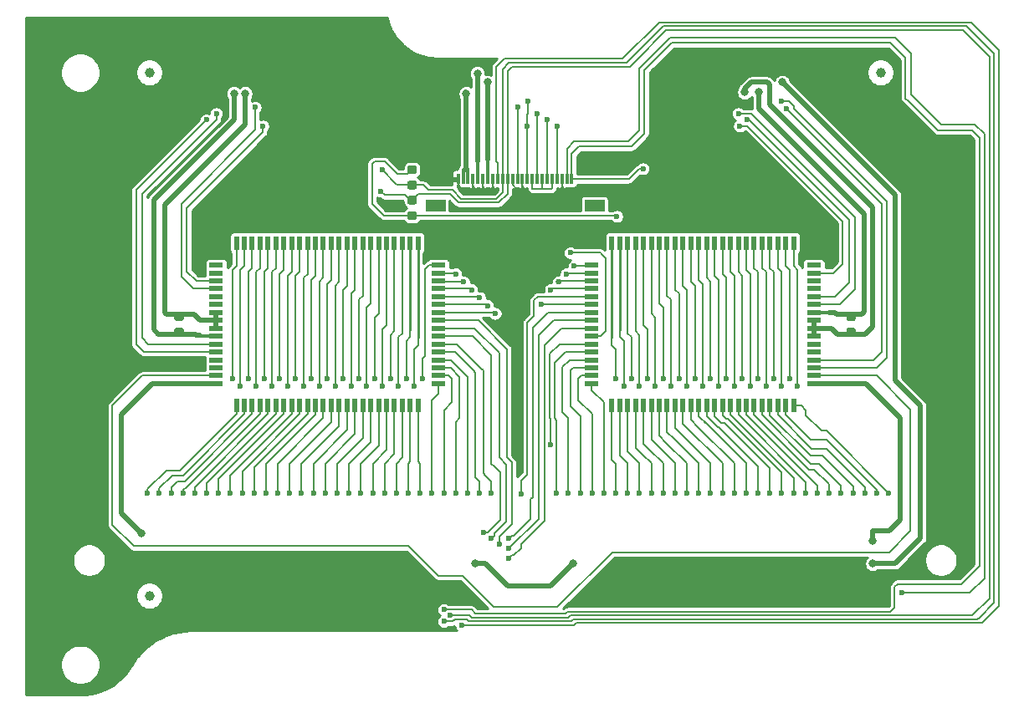
<source format=gbr>
G04 #@! TF.GenerationSoftware,KiCad,Pcbnew,5.1.5+dfsg1-2build2*
G04 #@! TF.CreationDate,2022-05-25T15:14:24+02:00*
G04 #@! TF.ProjectId,ModulAdapter,4d6f6475-6c41-4646-9170-7465722e6b69,rev?*
G04 #@! TF.SameCoordinates,Original*
G04 #@! TF.FileFunction,Copper,L2,Bot*
G04 #@! TF.FilePolarity,Positive*
%FSLAX46Y46*%
G04 Gerber Fmt 4.6, Leading zero omitted, Abs format (unit mm)*
G04 Created by KiCad (PCBNEW 5.1.5+dfsg1-2build2) date 2022-05-25 15:14:24*
%MOMM*%
%LPD*%
G04 APERTURE LIST*
%ADD10R,0.500000X1.480000*%
%ADD11R,1.480000X0.500000*%
%ADD12R,2.000000X1.300000*%
%ADD13R,0.300000X1.000000*%
%ADD14C,1.000000*%
%ADD15C,0.100000*%
%ADD16C,0.600000*%
%ADD17C,0.800000*%
%ADD18C,0.200000*%
%ADD19C,0.500000*%
%ADD20C,0.300000*%
%ADD21C,0.250000*%
%ADD22C,0.150000*%
%ADD23C,0.254000*%
G04 APERTURE END LIST*
D10*
X109800000Y-91260000D03*
X110600000Y-91260000D03*
X111400000Y-91260000D03*
X112200000Y-91260000D03*
X113000000Y-91260000D03*
X113800000Y-91260000D03*
X114600000Y-91260000D03*
X115400000Y-91260000D03*
X116200000Y-91260000D03*
X117000000Y-91260000D03*
X117800000Y-91260000D03*
X118600000Y-91260000D03*
X119400000Y-91260000D03*
X120200000Y-91260000D03*
X121000000Y-91260000D03*
X121800000Y-91260000D03*
X122600000Y-91260000D03*
X123400000Y-91260000D03*
X124200000Y-91260000D03*
X125000000Y-91260000D03*
X125800000Y-91260000D03*
X126600000Y-91260000D03*
X127400000Y-91260000D03*
X128200000Y-91260000D03*
D11*
X130240000Y-93500000D03*
X130240000Y-94300000D03*
X130240000Y-95100000D03*
X130240000Y-95900000D03*
X130240000Y-96700000D03*
X130240000Y-97500000D03*
X130240000Y-98300000D03*
X130240000Y-99100000D03*
X130240000Y-99900000D03*
X130240000Y-100700000D03*
X130240000Y-101500000D03*
X130240000Y-102300000D03*
X130240000Y-103100000D03*
X130240000Y-103900000D03*
X130240000Y-104700000D03*
X130240000Y-105500000D03*
D10*
X128200000Y-107740000D03*
X127400000Y-107740000D03*
X126600000Y-107740000D03*
X125800000Y-107740000D03*
X125000000Y-107740000D03*
X124200000Y-107740000D03*
X123400000Y-107740000D03*
X122600000Y-107740000D03*
X121800000Y-107740000D03*
X121000000Y-107740000D03*
X120200000Y-107740000D03*
X119400000Y-107740000D03*
X118600000Y-107740000D03*
X117800000Y-107740000D03*
X117000000Y-107740000D03*
X116200000Y-107740000D03*
X115400000Y-107740000D03*
X114600000Y-107740000D03*
X113800000Y-107740000D03*
X113000000Y-107740000D03*
X112200000Y-107740000D03*
X111400000Y-107740000D03*
X110600000Y-107740000D03*
X109800000Y-107740000D03*
D11*
X107760000Y-105500000D03*
X107760000Y-104700000D03*
X107760000Y-103900000D03*
X107760000Y-103100000D03*
X107760000Y-102300000D03*
X107760000Y-101500000D03*
X107760000Y-100700000D03*
X107760000Y-99900000D03*
X107760000Y-99100000D03*
X107760000Y-98300000D03*
X107760000Y-97500000D03*
X107760000Y-96700000D03*
X107760000Y-95900000D03*
X107760000Y-95100000D03*
X107760000Y-94300000D03*
X107760000Y-93500000D03*
D10*
X90200000Y-107740000D03*
X89400000Y-107740000D03*
X88600000Y-107740000D03*
X87800000Y-107740000D03*
X87000000Y-107740000D03*
X86200000Y-107740000D03*
X85400000Y-107740000D03*
X84600000Y-107740000D03*
X83800000Y-107740000D03*
X83000000Y-107740000D03*
X82200000Y-107740000D03*
X81400000Y-107740000D03*
X80600000Y-107740000D03*
X79800000Y-107740000D03*
X79000000Y-107740000D03*
X78200000Y-107740000D03*
X77400000Y-107740000D03*
X76600000Y-107740000D03*
X75800000Y-107740000D03*
X75000000Y-107740000D03*
X74200000Y-107740000D03*
X73400000Y-107740000D03*
X72600000Y-107740000D03*
X71800000Y-107740000D03*
D11*
X69760000Y-105500000D03*
X69760000Y-104700000D03*
X69760000Y-103900000D03*
X69760000Y-103100000D03*
X69760000Y-102300000D03*
X69760000Y-101500000D03*
X69760000Y-100700000D03*
X69760000Y-99900000D03*
X69760000Y-99100000D03*
X69760000Y-98300000D03*
X69760000Y-97500000D03*
X69760000Y-96700000D03*
X69760000Y-95900000D03*
X69760000Y-95100000D03*
X69760000Y-94300000D03*
X69760000Y-93500000D03*
D10*
X71800000Y-91260000D03*
X72600000Y-91260000D03*
X73400000Y-91260000D03*
X74200000Y-91260000D03*
X75000000Y-91260000D03*
X75800000Y-91260000D03*
X76600000Y-91260000D03*
X77400000Y-91260000D03*
X78200000Y-91260000D03*
X79000000Y-91260000D03*
X79800000Y-91260000D03*
X80600000Y-91260000D03*
X81400000Y-91260000D03*
X82200000Y-91260000D03*
X83000000Y-91260000D03*
X83800000Y-91260000D03*
X84600000Y-91260000D03*
X85400000Y-91260000D03*
X86200000Y-91260000D03*
X87000000Y-91260000D03*
X87800000Y-91260000D03*
X88600000Y-91260000D03*
X89400000Y-91260000D03*
X90200000Y-91260000D03*
D11*
X92240000Y-93500000D03*
X92240000Y-94300000D03*
X92240000Y-95100000D03*
X92240000Y-95900000D03*
X92240000Y-96700000D03*
X92240000Y-97500000D03*
X92240000Y-98300000D03*
X92240000Y-99100000D03*
X92240000Y-99900000D03*
X92240000Y-100700000D03*
X92240000Y-101500000D03*
X92240000Y-102300000D03*
X92240000Y-103100000D03*
X92240000Y-103900000D03*
X92240000Y-104700000D03*
X92240000Y-105500000D03*
D12*
X108050000Y-87500000D03*
X91950000Y-87500000D03*
D13*
X105750000Y-84800000D03*
X105250000Y-84800000D03*
X104750000Y-84800000D03*
X104250000Y-84800000D03*
X103750000Y-84800000D03*
X103250000Y-84800000D03*
X102750000Y-84800000D03*
X102250000Y-84800000D03*
X101750000Y-84800000D03*
X101250000Y-84800000D03*
X100750000Y-84800000D03*
X100250000Y-84800000D03*
X99750000Y-84800000D03*
X99250000Y-84800000D03*
X98750000Y-84800000D03*
X98250000Y-84800000D03*
X97750000Y-84800000D03*
X97250000Y-84800000D03*
X96750000Y-84800000D03*
X96250000Y-84800000D03*
X95750000Y-84800000D03*
X95250000Y-84800000D03*
X94750000Y-84800000D03*
X94250000Y-84800000D03*
D14*
X137000000Y-74000000D03*
X63000000Y-127000000D03*
X63000000Y-74000000D03*
G04 #@! TA.AperFunction,SMDPad,CuDef*
D15*
G36*
X134277691Y-98276053D02*
G01*
X134298926Y-98279203D01*
X134319750Y-98284419D01*
X134339962Y-98291651D01*
X134359368Y-98300830D01*
X134377781Y-98311866D01*
X134395024Y-98324654D01*
X134410930Y-98339070D01*
X134425346Y-98354976D01*
X134438134Y-98372219D01*
X134449170Y-98390632D01*
X134458349Y-98410038D01*
X134465581Y-98430250D01*
X134470797Y-98451074D01*
X134473947Y-98472309D01*
X134475000Y-98493750D01*
X134475000Y-98931250D01*
X134473947Y-98952691D01*
X134470797Y-98973926D01*
X134465581Y-98994750D01*
X134458349Y-99014962D01*
X134449170Y-99034368D01*
X134438134Y-99052781D01*
X134425346Y-99070024D01*
X134410930Y-99085930D01*
X134395024Y-99100346D01*
X134377781Y-99113134D01*
X134359368Y-99124170D01*
X134339962Y-99133349D01*
X134319750Y-99140581D01*
X134298926Y-99145797D01*
X134277691Y-99148947D01*
X134256250Y-99150000D01*
X133743750Y-99150000D01*
X133722309Y-99148947D01*
X133701074Y-99145797D01*
X133680250Y-99140581D01*
X133660038Y-99133349D01*
X133640632Y-99124170D01*
X133622219Y-99113134D01*
X133604976Y-99100346D01*
X133589070Y-99085930D01*
X133574654Y-99070024D01*
X133561866Y-99052781D01*
X133550830Y-99034368D01*
X133541651Y-99014962D01*
X133534419Y-98994750D01*
X133529203Y-98973926D01*
X133526053Y-98952691D01*
X133525000Y-98931250D01*
X133525000Y-98493750D01*
X133526053Y-98472309D01*
X133529203Y-98451074D01*
X133534419Y-98430250D01*
X133541651Y-98410038D01*
X133550830Y-98390632D01*
X133561866Y-98372219D01*
X133574654Y-98354976D01*
X133589070Y-98339070D01*
X133604976Y-98324654D01*
X133622219Y-98311866D01*
X133640632Y-98300830D01*
X133660038Y-98291651D01*
X133680250Y-98284419D01*
X133701074Y-98279203D01*
X133722309Y-98276053D01*
X133743750Y-98275000D01*
X134256250Y-98275000D01*
X134277691Y-98276053D01*
G37*
G04 #@! TD.AperFunction*
G04 #@! TA.AperFunction,SMDPad,CuDef*
G36*
X134277691Y-99851053D02*
G01*
X134298926Y-99854203D01*
X134319750Y-99859419D01*
X134339962Y-99866651D01*
X134359368Y-99875830D01*
X134377781Y-99886866D01*
X134395024Y-99899654D01*
X134410930Y-99914070D01*
X134425346Y-99929976D01*
X134438134Y-99947219D01*
X134449170Y-99965632D01*
X134458349Y-99985038D01*
X134465581Y-100005250D01*
X134470797Y-100026074D01*
X134473947Y-100047309D01*
X134475000Y-100068750D01*
X134475000Y-100506250D01*
X134473947Y-100527691D01*
X134470797Y-100548926D01*
X134465581Y-100569750D01*
X134458349Y-100589962D01*
X134449170Y-100609368D01*
X134438134Y-100627781D01*
X134425346Y-100645024D01*
X134410930Y-100660930D01*
X134395024Y-100675346D01*
X134377781Y-100688134D01*
X134359368Y-100699170D01*
X134339962Y-100708349D01*
X134319750Y-100715581D01*
X134298926Y-100720797D01*
X134277691Y-100723947D01*
X134256250Y-100725000D01*
X133743750Y-100725000D01*
X133722309Y-100723947D01*
X133701074Y-100720797D01*
X133680250Y-100715581D01*
X133660038Y-100708349D01*
X133640632Y-100699170D01*
X133622219Y-100688134D01*
X133604976Y-100675346D01*
X133589070Y-100660930D01*
X133574654Y-100645024D01*
X133561866Y-100627781D01*
X133550830Y-100609368D01*
X133541651Y-100589962D01*
X133534419Y-100569750D01*
X133529203Y-100548926D01*
X133526053Y-100527691D01*
X133525000Y-100506250D01*
X133525000Y-100068750D01*
X133526053Y-100047309D01*
X133529203Y-100026074D01*
X133534419Y-100005250D01*
X133541651Y-99985038D01*
X133550830Y-99965632D01*
X133561866Y-99947219D01*
X133574654Y-99929976D01*
X133589070Y-99914070D01*
X133604976Y-99899654D01*
X133622219Y-99886866D01*
X133640632Y-99875830D01*
X133660038Y-99866651D01*
X133680250Y-99859419D01*
X133701074Y-99854203D01*
X133722309Y-99851053D01*
X133743750Y-99850000D01*
X134256250Y-99850000D01*
X134277691Y-99851053D01*
G37*
G04 #@! TD.AperFunction*
G04 #@! TA.AperFunction,SMDPad,CuDef*
G36*
X66277691Y-98276053D02*
G01*
X66298926Y-98279203D01*
X66319750Y-98284419D01*
X66339962Y-98291651D01*
X66359368Y-98300830D01*
X66377781Y-98311866D01*
X66395024Y-98324654D01*
X66410930Y-98339070D01*
X66425346Y-98354976D01*
X66438134Y-98372219D01*
X66449170Y-98390632D01*
X66458349Y-98410038D01*
X66465581Y-98430250D01*
X66470797Y-98451074D01*
X66473947Y-98472309D01*
X66475000Y-98493750D01*
X66475000Y-98931250D01*
X66473947Y-98952691D01*
X66470797Y-98973926D01*
X66465581Y-98994750D01*
X66458349Y-99014962D01*
X66449170Y-99034368D01*
X66438134Y-99052781D01*
X66425346Y-99070024D01*
X66410930Y-99085930D01*
X66395024Y-99100346D01*
X66377781Y-99113134D01*
X66359368Y-99124170D01*
X66339962Y-99133349D01*
X66319750Y-99140581D01*
X66298926Y-99145797D01*
X66277691Y-99148947D01*
X66256250Y-99150000D01*
X65743750Y-99150000D01*
X65722309Y-99148947D01*
X65701074Y-99145797D01*
X65680250Y-99140581D01*
X65660038Y-99133349D01*
X65640632Y-99124170D01*
X65622219Y-99113134D01*
X65604976Y-99100346D01*
X65589070Y-99085930D01*
X65574654Y-99070024D01*
X65561866Y-99052781D01*
X65550830Y-99034368D01*
X65541651Y-99014962D01*
X65534419Y-98994750D01*
X65529203Y-98973926D01*
X65526053Y-98952691D01*
X65525000Y-98931250D01*
X65525000Y-98493750D01*
X65526053Y-98472309D01*
X65529203Y-98451074D01*
X65534419Y-98430250D01*
X65541651Y-98410038D01*
X65550830Y-98390632D01*
X65561866Y-98372219D01*
X65574654Y-98354976D01*
X65589070Y-98339070D01*
X65604976Y-98324654D01*
X65622219Y-98311866D01*
X65640632Y-98300830D01*
X65660038Y-98291651D01*
X65680250Y-98284419D01*
X65701074Y-98279203D01*
X65722309Y-98276053D01*
X65743750Y-98275000D01*
X66256250Y-98275000D01*
X66277691Y-98276053D01*
G37*
G04 #@! TD.AperFunction*
G04 #@! TA.AperFunction,SMDPad,CuDef*
G36*
X66277691Y-99851053D02*
G01*
X66298926Y-99854203D01*
X66319750Y-99859419D01*
X66339962Y-99866651D01*
X66359368Y-99875830D01*
X66377781Y-99886866D01*
X66395024Y-99899654D01*
X66410930Y-99914070D01*
X66425346Y-99929976D01*
X66438134Y-99947219D01*
X66449170Y-99965632D01*
X66458349Y-99985038D01*
X66465581Y-100005250D01*
X66470797Y-100026074D01*
X66473947Y-100047309D01*
X66475000Y-100068750D01*
X66475000Y-100506250D01*
X66473947Y-100527691D01*
X66470797Y-100548926D01*
X66465581Y-100569750D01*
X66458349Y-100589962D01*
X66449170Y-100609368D01*
X66438134Y-100627781D01*
X66425346Y-100645024D01*
X66410930Y-100660930D01*
X66395024Y-100675346D01*
X66377781Y-100688134D01*
X66359368Y-100699170D01*
X66339962Y-100708349D01*
X66319750Y-100715581D01*
X66298926Y-100720797D01*
X66277691Y-100723947D01*
X66256250Y-100725000D01*
X65743750Y-100725000D01*
X65722309Y-100723947D01*
X65701074Y-100720797D01*
X65680250Y-100715581D01*
X65660038Y-100708349D01*
X65640632Y-100699170D01*
X65622219Y-100688134D01*
X65604976Y-100675346D01*
X65589070Y-100660930D01*
X65574654Y-100645024D01*
X65561866Y-100627781D01*
X65550830Y-100609368D01*
X65541651Y-100589962D01*
X65534419Y-100569750D01*
X65529203Y-100548926D01*
X65526053Y-100527691D01*
X65525000Y-100506250D01*
X65525000Y-100068750D01*
X65526053Y-100047309D01*
X65529203Y-100026074D01*
X65534419Y-100005250D01*
X65541651Y-99985038D01*
X65550830Y-99965632D01*
X65561866Y-99947219D01*
X65574654Y-99929976D01*
X65589070Y-99914070D01*
X65604976Y-99899654D01*
X65622219Y-99886866D01*
X65640632Y-99875830D01*
X65660038Y-99866651D01*
X65680250Y-99859419D01*
X65701074Y-99854203D01*
X65722309Y-99851053D01*
X65743750Y-99850000D01*
X66256250Y-99850000D01*
X66277691Y-99851053D01*
G37*
G04 #@! TD.AperFunction*
G04 #@! TA.AperFunction,SMDPad,CuDef*
G36*
X89863691Y-88057553D02*
G01*
X89884926Y-88060703D01*
X89905750Y-88065919D01*
X89925962Y-88073151D01*
X89945368Y-88082330D01*
X89963781Y-88093366D01*
X89981024Y-88106154D01*
X89996930Y-88120570D01*
X90011346Y-88136476D01*
X90024134Y-88153719D01*
X90035170Y-88172132D01*
X90044349Y-88191538D01*
X90051581Y-88211750D01*
X90056797Y-88232574D01*
X90059947Y-88253809D01*
X90061000Y-88275250D01*
X90061000Y-88712750D01*
X90059947Y-88734191D01*
X90056797Y-88755426D01*
X90051581Y-88776250D01*
X90044349Y-88796462D01*
X90035170Y-88815868D01*
X90024134Y-88834281D01*
X90011346Y-88851524D01*
X89996930Y-88867430D01*
X89981024Y-88881846D01*
X89963781Y-88894634D01*
X89945368Y-88905670D01*
X89925962Y-88914849D01*
X89905750Y-88922081D01*
X89884926Y-88927297D01*
X89863691Y-88930447D01*
X89842250Y-88931500D01*
X89329750Y-88931500D01*
X89308309Y-88930447D01*
X89287074Y-88927297D01*
X89266250Y-88922081D01*
X89246038Y-88914849D01*
X89226632Y-88905670D01*
X89208219Y-88894634D01*
X89190976Y-88881846D01*
X89175070Y-88867430D01*
X89160654Y-88851524D01*
X89147866Y-88834281D01*
X89136830Y-88815868D01*
X89127651Y-88796462D01*
X89120419Y-88776250D01*
X89115203Y-88755426D01*
X89112053Y-88734191D01*
X89111000Y-88712750D01*
X89111000Y-88275250D01*
X89112053Y-88253809D01*
X89115203Y-88232574D01*
X89120419Y-88211750D01*
X89127651Y-88191538D01*
X89136830Y-88172132D01*
X89147866Y-88153719D01*
X89160654Y-88136476D01*
X89175070Y-88120570D01*
X89190976Y-88106154D01*
X89208219Y-88093366D01*
X89226632Y-88082330D01*
X89246038Y-88073151D01*
X89266250Y-88065919D01*
X89287074Y-88060703D01*
X89308309Y-88057553D01*
X89329750Y-88056500D01*
X89842250Y-88056500D01*
X89863691Y-88057553D01*
G37*
G04 #@! TD.AperFunction*
G04 #@! TA.AperFunction,SMDPad,CuDef*
G36*
X89863691Y-86482553D02*
G01*
X89884926Y-86485703D01*
X89905750Y-86490919D01*
X89925962Y-86498151D01*
X89945368Y-86507330D01*
X89963781Y-86518366D01*
X89981024Y-86531154D01*
X89996930Y-86545570D01*
X90011346Y-86561476D01*
X90024134Y-86578719D01*
X90035170Y-86597132D01*
X90044349Y-86616538D01*
X90051581Y-86636750D01*
X90056797Y-86657574D01*
X90059947Y-86678809D01*
X90061000Y-86700250D01*
X90061000Y-87137750D01*
X90059947Y-87159191D01*
X90056797Y-87180426D01*
X90051581Y-87201250D01*
X90044349Y-87221462D01*
X90035170Y-87240868D01*
X90024134Y-87259281D01*
X90011346Y-87276524D01*
X89996930Y-87292430D01*
X89981024Y-87306846D01*
X89963781Y-87319634D01*
X89945368Y-87330670D01*
X89925962Y-87339849D01*
X89905750Y-87347081D01*
X89884926Y-87352297D01*
X89863691Y-87355447D01*
X89842250Y-87356500D01*
X89329750Y-87356500D01*
X89308309Y-87355447D01*
X89287074Y-87352297D01*
X89266250Y-87347081D01*
X89246038Y-87339849D01*
X89226632Y-87330670D01*
X89208219Y-87319634D01*
X89190976Y-87306846D01*
X89175070Y-87292430D01*
X89160654Y-87276524D01*
X89147866Y-87259281D01*
X89136830Y-87240868D01*
X89127651Y-87221462D01*
X89120419Y-87201250D01*
X89115203Y-87180426D01*
X89112053Y-87159191D01*
X89111000Y-87137750D01*
X89111000Y-86700250D01*
X89112053Y-86678809D01*
X89115203Y-86657574D01*
X89120419Y-86636750D01*
X89127651Y-86616538D01*
X89136830Y-86597132D01*
X89147866Y-86578719D01*
X89160654Y-86561476D01*
X89175070Y-86545570D01*
X89190976Y-86531154D01*
X89208219Y-86518366D01*
X89226632Y-86507330D01*
X89246038Y-86498151D01*
X89266250Y-86490919D01*
X89287074Y-86485703D01*
X89308309Y-86482553D01*
X89329750Y-86481500D01*
X89842250Y-86481500D01*
X89863691Y-86482553D01*
G37*
G04 #@! TD.AperFunction*
G04 #@! TA.AperFunction,SMDPad,CuDef*
G36*
X89863691Y-84958553D02*
G01*
X89884926Y-84961703D01*
X89905750Y-84966919D01*
X89925962Y-84974151D01*
X89945368Y-84983330D01*
X89963781Y-84994366D01*
X89981024Y-85007154D01*
X89996930Y-85021570D01*
X90011346Y-85037476D01*
X90024134Y-85054719D01*
X90035170Y-85073132D01*
X90044349Y-85092538D01*
X90051581Y-85112750D01*
X90056797Y-85133574D01*
X90059947Y-85154809D01*
X90061000Y-85176250D01*
X90061000Y-85613750D01*
X90059947Y-85635191D01*
X90056797Y-85656426D01*
X90051581Y-85677250D01*
X90044349Y-85697462D01*
X90035170Y-85716868D01*
X90024134Y-85735281D01*
X90011346Y-85752524D01*
X89996930Y-85768430D01*
X89981024Y-85782846D01*
X89963781Y-85795634D01*
X89945368Y-85806670D01*
X89925962Y-85815849D01*
X89905750Y-85823081D01*
X89884926Y-85828297D01*
X89863691Y-85831447D01*
X89842250Y-85832500D01*
X89329750Y-85832500D01*
X89308309Y-85831447D01*
X89287074Y-85828297D01*
X89266250Y-85823081D01*
X89246038Y-85815849D01*
X89226632Y-85806670D01*
X89208219Y-85795634D01*
X89190976Y-85782846D01*
X89175070Y-85768430D01*
X89160654Y-85752524D01*
X89147866Y-85735281D01*
X89136830Y-85716868D01*
X89127651Y-85697462D01*
X89120419Y-85677250D01*
X89115203Y-85656426D01*
X89112053Y-85635191D01*
X89111000Y-85613750D01*
X89111000Y-85176250D01*
X89112053Y-85154809D01*
X89115203Y-85133574D01*
X89120419Y-85112750D01*
X89127651Y-85092538D01*
X89136830Y-85073132D01*
X89147866Y-85054719D01*
X89160654Y-85037476D01*
X89175070Y-85021570D01*
X89190976Y-85007154D01*
X89208219Y-84994366D01*
X89226632Y-84983330D01*
X89246038Y-84974151D01*
X89266250Y-84966919D01*
X89287074Y-84961703D01*
X89308309Y-84958553D01*
X89329750Y-84957500D01*
X89842250Y-84957500D01*
X89863691Y-84958553D01*
G37*
G04 #@! TD.AperFunction*
G04 #@! TA.AperFunction,SMDPad,CuDef*
G36*
X89863691Y-83383553D02*
G01*
X89884926Y-83386703D01*
X89905750Y-83391919D01*
X89925962Y-83399151D01*
X89945368Y-83408330D01*
X89963781Y-83419366D01*
X89981024Y-83432154D01*
X89996930Y-83446570D01*
X90011346Y-83462476D01*
X90024134Y-83479719D01*
X90035170Y-83498132D01*
X90044349Y-83517538D01*
X90051581Y-83537750D01*
X90056797Y-83558574D01*
X90059947Y-83579809D01*
X90061000Y-83601250D01*
X90061000Y-84038750D01*
X90059947Y-84060191D01*
X90056797Y-84081426D01*
X90051581Y-84102250D01*
X90044349Y-84122462D01*
X90035170Y-84141868D01*
X90024134Y-84160281D01*
X90011346Y-84177524D01*
X89996930Y-84193430D01*
X89981024Y-84207846D01*
X89963781Y-84220634D01*
X89945368Y-84231670D01*
X89925962Y-84240849D01*
X89905750Y-84248081D01*
X89884926Y-84253297D01*
X89863691Y-84256447D01*
X89842250Y-84257500D01*
X89329750Y-84257500D01*
X89308309Y-84256447D01*
X89287074Y-84253297D01*
X89266250Y-84248081D01*
X89246038Y-84240849D01*
X89226632Y-84231670D01*
X89208219Y-84220634D01*
X89190976Y-84207846D01*
X89175070Y-84193430D01*
X89160654Y-84177524D01*
X89147866Y-84160281D01*
X89136830Y-84141868D01*
X89127651Y-84122462D01*
X89120419Y-84102250D01*
X89115203Y-84081426D01*
X89112053Y-84060191D01*
X89111000Y-84038750D01*
X89111000Y-83601250D01*
X89112053Y-83579809D01*
X89115203Y-83558574D01*
X89120419Y-83537750D01*
X89127651Y-83517538D01*
X89136830Y-83498132D01*
X89147866Y-83479719D01*
X89160654Y-83462476D01*
X89175070Y-83446570D01*
X89190976Y-83432154D01*
X89208219Y-83419366D01*
X89226632Y-83408330D01*
X89246038Y-83399151D01*
X89266250Y-83391919D01*
X89287074Y-83386703D01*
X89308309Y-83383553D01*
X89329750Y-83382500D01*
X89842250Y-83382500D01*
X89863691Y-83383553D01*
G37*
G04 #@! TD.AperFunction*
D16*
X139116000Y-126670000D03*
D17*
X71552000Y-76124000D03*
X97206000Y-74981000D03*
X124638000Y-75997000D03*
X123241000Y-75997000D03*
X95047000Y-76124000D03*
X72695000Y-76124000D03*
D16*
X71400000Y-105000000D03*
X62800000Y-116600000D03*
X72200000Y-105800000D03*
X64000000Y-116600000D03*
X73000000Y-105000000D03*
X65200000Y-116600000D03*
X73800000Y-105800000D03*
X66400000Y-116600000D03*
X74600000Y-105000000D03*
X67600000Y-116600000D03*
X75400000Y-105800000D03*
X68800000Y-116600000D03*
X76200000Y-105000000D03*
X70000000Y-116600000D03*
X77000000Y-105800000D03*
X71200000Y-116600000D03*
X77800000Y-105000000D03*
X72400000Y-116600000D03*
X78600000Y-105800000D03*
X73600000Y-116600000D03*
X79400000Y-105000000D03*
X74800000Y-116600000D03*
X80200000Y-105800000D03*
X76000000Y-116600000D03*
X81000000Y-105000000D03*
X77200000Y-116600000D03*
X81800000Y-105800000D03*
X78400000Y-116600000D03*
X82600000Y-105000000D03*
X79600000Y-116600000D03*
X83400000Y-105800000D03*
X80800000Y-116600000D03*
X84200000Y-105000000D03*
X82000000Y-116600000D03*
X85000000Y-105800000D03*
X83200000Y-116600000D03*
X85800000Y-105000000D03*
X84400000Y-116600000D03*
X86600000Y-105800000D03*
X85600000Y-116600000D03*
X87400000Y-105000000D03*
X86800000Y-116600000D03*
X88200000Y-105800000D03*
X88000000Y-116600000D03*
X89000000Y-105000000D03*
X89200000Y-116600000D03*
X89800000Y-105800000D03*
X90400000Y-116600000D03*
X90600000Y-105000000D03*
X91600000Y-116600000D03*
X94000000Y-94400000D03*
X92800000Y-116600000D03*
X94800000Y-95200000D03*
X94000000Y-116600000D03*
X95600000Y-96000000D03*
X95200000Y-116600000D03*
X96400000Y-116600000D03*
X103600000Y-111700000D03*
X104200000Y-116600000D03*
X105400000Y-116600000D03*
X106600000Y-116600000D03*
X105200000Y-94400000D03*
X107800000Y-116600000D03*
X106000000Y-93600000D03*
X109000000Y-116600000D03*
X110200000Y-104990248D03*
X110200000Y-116590248D03*
X111000000Y-105790248D03*
X111400000Y-116590248D03*
X111800000Y-104990248D03*
X112600000Y-116590248D03*
X112600000Y-105790248D03*
X113800000Y-116590248D03*
X113400000Y-104990248D03*
X115000000Y-116590248D03*
X114200000Y-105790248D03*
X116200000Y-116590248D03*
X115000000Y-104990248D03*
X117400000Y-116590248D03*
X115800000Y-105790248D03*
X118600000Y-116590248D03*
X116600000Y-104990248D03*
X119800000Y-116590248D03*
X117400000Y-105790248D03*
X121000000Y-116590248D03*
X118200000Y-104990248D03*
X122200000Y-116590248D03*
X119000000Y-105790248D03*
X123400000Y-116590248D03*
X119800000Y-104990248D03*
X124600000Y-116590248D03*
X120600000Y-105790248D03*
X125800000Y-116590248D03*
X121400000Y-104990248D03*
X127000000Y-116590248D03*
X122200000Y-105790248D03*
X128200000Y-116590248D03*
X123000000Y-104990248D03*
X129400000Y-116590248D03*
X123800000Y-105790248D03*
X130600000Y-116590248D03*
X124600000Y-104990248D03*
X131800000Y-116590248D03*
X125400000Y-105790248D03*
X133000000Y-116590248D03*
X126200000Y-104990248D03*
X134200000Y-116590248D03*
X127000000Y-105790248D03*
X135400000Y-116590248D03*
X127800000Y-104990248D03*
X136600000Y-116590248D03*
X128600000Y-105790248D03*
X137800000Y-116590248D03*
X96400000Y-96800000D03*
X97200000Y-97600000D03*
X97600000Y-116600000D03*
X98000000Y-98400000D03*
X105588000Y-92253000D03*
X102667000Y-97460000D03*
X100600000Y-116700000D03*
X103600000Y-96000000D03*
X104400000Y-95200000D03*
X96800000Y-120600000D03*
X97600000Y-121200000D03*
X98400000Y-121800000D03*
X99400000Y-123200000D03*
D17*
X127051000Y-74981000D03*
X136195000Y-123749000D03*
X136195000Y-121463000D03*
X96190000Y-74092000D03*
X105842000Y-123749000D03*
X95936000Y-123750000D03*
X62154000Y-120701000D03*
D16*
X126924000Y-76886000D03*
X101270000Y-76886000D03*
X101250000Y-79426000D03*
X74473000Y-79426000D03*
X100254000Y-77521000D03*
X127432000Y-77648000D03*
X73711000Y-77521000D03*
X99400000Y-122200000D03*
X99400000Y-121200000D03*
X94600000Y-130000000D03*
D17*
X88000000Y-123250000D03*
X57201000Y-79045000D03*
X88570000Y-83236000D03*
X100762000Y-86792000D03*
X88570000Y-87554000D03*
X113208000Y-86030000D03*
D16*
X122733000Y-79426000D03*
X104250000Y-79426000D03*
X123495000Y-78791000D03*
X103250000Y-78791000D03*
X68758000Y-78791000D03*
X122606000Y-78156000D03*
X102250000Y-78156000D03*
X69774000Y-78156000D03*
X86411000Y-86030000D03*
X93400000Y-129000000D03*
X86538000Y-83871000D03*
X92800000Y-129600000D03*
X112954000Y-83744000D03*
X92800000Y-128400000D03*
X110287000Y-88570000D03*
D18*
X144323000Y-126670000D02*
X139116000Y-126670000D01*
X146030000Y-126670000D02*
X144323000Y-126670000D01*
X147500000Y-125200000D02*
X146030000Y-126670000D01*
X105250000Y-84800000D02*
X105250000Y-81750000D01*
X106000000Y-81000000D02*
X111500000Y-81000000D01*
X105250000Y-81750000D02*
X106000000Y-81000000D01*
X111500000Y-81000000D02*
X112600000Y-79900000D01*
X112600000Y-73600000D02*
X115700000Y-70500000D01*
X138500000Y-70500000D02*
X140100000Y-72100000D01*
X143150000Y-79250000D02*
X146550000Y-79250000D01*
X140100000Y-72100000D02*
X140100000Y-76200000D01*
X112600000Y-79900000D02*
X112600000Y-73600000D01*
X140100000Y-76200000D02*
X143150000Y-79250000D01*
X146550000Y-79250000D02*
X147500000Y-80200000D01*
X115700000Y-70500000D02*
X138500000Y-70500000D01*
X147500000Y-80200000D02*
X147500000Y-125200000D01*
D19*
X66000000Y-100500000D02*
X67607000Y-100500000D01*
X67607000Y-100500000D02*
X67742000Y-100635000D01*
X67742000Y-100635000D02*
X68123000Y-100635000D01*
X134000000Y-98500000D02*
X132536000Y-98500000D01*
X132536000Y-98500000D02*
X132385000Y-98349000D01*
X132385000Y-98349000D02*
X131750000Y-98349000D01*
X97206000Y-78664000D02*
X97206000Y-82855000D01*
X97206000Y-75489000D02*
X97206000Y-78664000D01*
D20*
X97250000Y-82899000D02*
X97206000Y-82855000D01*
X97250000Y-84800000D02*
X97250000Y-82899000D01*
X68188000Y-100700000D02*
X68123000Y-100635000D01*
X69760000Y-100700000D02*
X68188000Y-100700000D01*
X131701000Y-98300000D02*
X131750000Y-98349000D01*
X130240000Y-98300000D02*
X131701000Y-98300000D01*
D19*
X97206000Y-75870000D02*
X97206000Y-74981000D01*
X134000000Y-98500000D02*
X135052000Y-98500000D01*
X135052000Y-98500000D02*
X135052000Y-98476000D01*
X135052000Y-98476000D02*
X135306000Y-98222000D01*
X135306000Y-98222000D02*
X135306000Y-88316000D01*
X63424000Y-100000000D02*
X63924000Y-100500000D01*
X63924000Y-100500000D02*
X66000000Y-100500000D01*
X63424000Y-88316000D02*
X63424000Y-100000000D01*
X63424000Y-88316000D02*
X63424000Y-86919000D01*
X71552000Y-78791000D02*
X71552000Y-76124000D01*
X63424000Y-86919000D02*
X71552000Y-78791000D01*
X124638000Y-77648000D02*
X125273000Y-78283000D01*
X124638000Y-75997000D02*
X124638000Y-77648000D01*
X135306000Y-88316000D02*
X125273000Y-78283000D01*
X125273000Y-78283000D02*
X125019000Y-78029000D01*
X69760000Y-98370000D02*
X69760000Y-99170000D01*
X69750000Y-99492000D02*
X69750000Y-99890000D01*
X69750000Y-99090000D02*
X69750000Y-99492000D01*
X130240000Y-99100000D02*
X130240000Y-100700000D01*
X66000000Y-98500000D02*
X67512000Y-98500000D01*
X68112000Y-99100000D02*
X69760000Y-99100000D01*
X67512000Y-98500000D02*
X68112000Y-99100000D01*
X134000000Y-100500000D02*
X132631000Y-100500000D01*
X132031000Y-99900000D02*
X130240000Y-99900000D01*
X132631000Y-100500000D02*
X132031000Y-99900000D01*
X95047000Y-78029000D02*
X95047000Y-76378000D01*
X95047000Y-83490000D02*
X95047000Y-78029000D01*
X64821000Y-98500000D02*
X64718000Y-98500000D01*
X66000000Y-98500000D02*
X64821000Y-98500000D01*
X64718000Y-98500000D02*
X64567000Y-98349000D01*
X95047000Y-76124000D02*
X94920000Y-75997000D01*
X64567000Y-98349000D02*
X64567000Y-88951000D01*
X95047000Y-76759000D02*
X95047000Y-76124000D01*
X64567000Y-88951000D02*
X64567000Y-87427000D01*
X64567000Y-87427000D02*
X72695000Y-79299000D01*
X72695000Y-79299000D02*
X72695000Y-76378000D01*
X72695000Y-76378000D02*
X72695000Y-76124000D01*
X135441000Y-100500000D02*
X134000000Y-100500000D01*
X136195000Y-99746000D02*
X135441000Y-100500000D01*
X136195000Y-87681000D02*
X136195000Y-99746000D01*
X123241000Y-75997000D02*
X123241000Y-75870000D01*
X125781000Y-77267000D02*
X136195000Y-87681000D01*
X125781000Y-77267000D02*
X125781000Y-75235000D01*
X125781000Y-75235000D02*
X125527000Y-74981000D01*
X125527000Y-74981000D02*
X123876000Y-74981000D01*
X123241000Y-75616000D02*
X123241000Y-75997000D01*
X123876000Y-74981000D02*
X123241000Y-75616000D01*
D20*
X95047000Y-83490000D02*
X95047000Y-83553000D01*
X94750000Y-83850000D02*
X94750000Y-84800000D01*
X95047000Y-83553000D02*
X94750000Y-83850000D01*
X95250000Y-83756000D02*
X95047000Y-83553000D01*
X95250000Y-83950000D02*
X94950000Y-83950000D01*
X95250000Y-84800000D02*
X95250000Y-83950000D01*
X95250000Y-83950000D02*
X95250000Y-83756000D01*
D19*
X95047000Y-83553000D02*
X95047000Y-83753000D01*
D18*
X71800000Y-91260000D02*
X71800000Y-93600000D01*
X71400000Y-94000000D02*
X71400000Y-105000000D01*
X71800000Y-93600000D02*
X71400000Y-94000000D01*
X64700000Y-114300000D02*
X62800000Y-116200000D01*
X62800000Y-116200000D02*
X62800000Y-116600000D01*
X66100000Y-114300000D02*
X64700000Y-114300000D01*
X71800000Y-107740000D02*
X71800000Y-108600000D01*
X71800000Y-108600000D02*
X66100000Y-114300000D01*
X72600000Y-91260000D02*
X72600000Y-93600000D01*
X72200000Y-94000000D02*
X72200000Y-105800000D01*
X72600000Y-93600000D02*
X72200000Y-94000000D01*
X64000000Y-116100000D02*
X64000000Y-116600000D01*
X65300000Y-114800000D02*
X64000000Y-116100000D01*
X66400000Y-114800000D02*
X65300000Y-114800000D01*
X72600000Y-108600000D02*
X66400000Y-114800000D01*
X72600000Y-107740000D02*
X72600000Y-108600000D01*
X73400000Y-91260000D02*
X73400000Y-93800000D01*
X73400000Y-93800000D02*
X73000000Y-94200000D01*
X73000000Y-94200000D02*
X73000000Y-105000000D01*
X73400000Y-108600000D02*
X66600000Y-115400000D01*
X73400000Y-107740000D02*
X73400000Y-108600000D01*
X65200000Y-116000000D02*
X65800000Y-115400000D01*
X66600000Y-115400000D02*
X65800000Y-115400000D01*
X65200000Y-116000000D02*
X65200000Y-116600000D01*
X73800000Y-105800000D02*
X73800000Y-94200000D01*
X74200000Y-93800000D02*
X74200000Y-91260000D01*
X73800000Y-94200000D02*
X74200000Y-93800000D01*
X74200000Y-108600000D02*
X66700000Y-116100000D01*
X74200000Y-107740000D02*
X74200000Y-108600000D01*
X66600000Y-116100000D02*
X66400000Y-116300000D01*
X66400000Y-116300000D02*
X66400000Y-116600000D01*
X66700000Y-116100000D02*
X66600000Y-116100000D01*
X74600000Y-105000000D02*
X74600000Y-94200000D01*
X75000000Y-93800000D02*
X75000000Y-91260000D01*
X74600000Y-94200000D02*
X75000000Y-93800000D01*
X67600000Y-116000000D02*
X67600000Y-116600000D01*
X75000000Y-108600000D02*
X67600000Y-116000000D01*
X75000000Y-107740000D02*
X75000000Y-108600000D01*
X75400000Y-105800000D02*
X75400000Y-94200000D01*
X75800000Y-93800000D02*
X75800000Y-91260000D01*
X75400000Y-94200000D02*
X75800000Y-93800000D01*
X68800000Y-115600000D02*
X68800000Y-116600000D01*
X75800000Y-108600000D02*
X68800000Y-115600000D01*
X75800000Y-107740000D02*
X75800000Y-108600000D01*
X76200000Y-105000000D02*
X76200000Y-94400000D01*
X76600000Y-94000000D02*
X76600000Y-91260000D01*
X76200000Y-94400000D02*
X76600000Y-94000000D01*
X76600000Y-108600000D02*
X76600000Y-107740000D01*
X70000000Y-115200000D02*
X76600000Y-108600000D01*
X70000000Y-116600000D02*
X70000000Y-115200000D01*
X77000000Y-105800000D02*
X77000000Y-94600000D01*
X77400000Y-94200000D02*
X77400000Y-91260000D01*
X77000000Y-94600000D02*
X77400000Y-94200000D01*
X71200000Y-116600000D02*
X71200000Y-114800000D01*
X71200000Y-114800000D02*
X77400000Y-108600000D01*
X77400000Y-108600000D02*
X77400000Y-107740000D01*
X77800000Y-105000000D02*
X77800000Y-94600000D01*
X78200000Y-94200000D02*
X78200000Y-91260000D01*
X77800000Y-94600000D02*
X78200000Y-94200000D01*
X72400000Y-116600000D02*
X72400000Y-114400000D01*
X72400000Y-114400000D02*
X78200000Y-108600000D01*
X78200000Y-108600000D02*
X78200000Y-107740000D01*
X78600000Y-105800000D02*
X78600000Y-94800000D01*
X79000000Y-94400000D02*
X79000000Y-91260000D01*
X78600000Y-94800000D02*
X79000000Y-94400000D01*
X73600000Y-114000000D02*
X73600000Y-116600000D01*
X79000000Y-107740000D02*
X79000000Y-108600000D01*
X79000000Y-108600000D02*
X73600000Y-114000000D01*
X79400000Y-105000000D02*
X79400000Y-95000000D01*
X79800000Y-94600000D02*
X79800000Y-91260000D01*
X79400000Y-95000000D02*
X79800000Y-94600000D01*
X79800000Y-108680000D02*
X79800000Y-107740000D01*
X74800000Y-113680000D02*
X79800000Y-108680000D01*
X74800000Y-113800000D02*
X74800000Y-113680000D01*
X74800000Y-116600000D02*
X74800000Y-113800000D01*
X80200000Y-105800000D02*
X80200000Y-95200000D01*
X80600000Y-94800000D02*
X80600000Y-91260000D01*
X80200000Y-95200000D02*
X80600000Y-94800000D01*
X76000000Y-116600000D02*
X76000000Y-113600000D01*
X80600000Y-109000000D02*
X80600000Y-107740000D01*
X76000000Y-113600000D02*
X80600000Y-109000000D01*
X81000000Y-105000000D02*
X81000000Y-95400000D01*
X81400000Y-95000000D02*
X81400000Y-91260000D01*
X81000000Y-95400000D02*
X81400000Y-95000000D01*
X77200000Y-116600000D02*
X77200000Y-113600000D01*
X81400000Y-109400000D02*
X81400000Y-107740000D01*
X77200000Y-113600000D02*
X81400000Y-109400000D01*
X81800000Y-105800000D02*
X81800000Y-95600000D01*
X82200000Y-95200000D02*
X82200000Y-91260000D01*
X81800000Y-95600000D02*
X82200000Y-95200000D01*
X82200000Y-109800000D02*
X82200000Y-107740000D01*
X78400000Y-113600000D02*
X82200000Y-109800000D01*
X78400000Y-116600000D02*
X78400000Y-113600000D01*
X82600000Y-105000000D02*
X82600000Y-96000000D01*
X83000000Y-95600000D02*
X83000000Y-91260000D01*
X82600000Y-96000000D02*
X83000000Y-95600000D01*
X79600000Y-116600000D02*
X79600000Y-113600000D01*
X83000000Y-110200000D02*
X83000000Y-107740000D01*
X79600000Y-113600000D02*
X83000000Y-110200000D01*
X83400000Y-105800000D02*
X83400000Y-96400000D01*
X83800000Y-96000000D02*
X83800000Y-91260000D01*
X83400000Y-96400000D02*
X83800000Y-96000000D01*
X80800000Y-116600000D02*
X80800000Y-113600000D01*
X83800000Y-110600000D02*
X83800000Y-107740000D01*
X80800000Y-113600000D02*
X83800000Y-110600000D01*
X84200000Y-105000000D02*
X84200000Y-97000000D01*
X84600000Y-96600000D02*
X84600000Y-91260000D01*
X84200000Y-97000000D02*
X84600000Y-96600000D01*
X82000000Y-116600000D02*
X82000000Y-113600000D01*
X84600000Y-111000000D02*
X84600000Y-107740000D01*
X82000000Y-113600000D02*
X84600000Y-111000000D01*
X85000000Y-105800000D02*
X85000000Y-97800000D01*
X85400000Y-97400000D02*
X85400000Y-91260000D01*
X85000000Y-97800000D02*
X85400000Y-97400000D01*
X83200000Y-116600000D02*
X83200000Y-113600000D01*
X85400000Y-111400000D02*
X85400000Y-107740000D01*
X83200000Y-113600000D02*
X85400000Y-111400000D01*
X85800000Y-105000000D02*
X85800000Y-98800000D01*
X86200000Y-98400000D02*
X86200000Y-91260000D01*
X85800000Y-98800000D02*
X86200000Y-98400000D01*
X84400000Y-116600000D02*
X84400000Y-113600000D01*
X86200000Y-111800000D02*
X86200000Y-107740000D01*
X84400000Y-113600000D02*
X86200000Y-111800000D01*
X86600000Y-105800000D02*
X86600000Y-100000000D01*
X87000000Y-99600000D02*
X87000000Y-91260000D01*
X86600000Y-100000000D02*
X87000000Y-99600000D01*
X85600000Y-116600000D02*
X85600000Y-113600000D01*
X87000000Y-112200000D02*
X87000000Y-107740000D01*
X85600000Y-113600000D02*
X87000000Y-112200000D01*
X87400000Y-105000000D02*
X87400000Y-100600000D01*
X87800000Y-100200000D02*
X87800000Y-91260000D01*
X87400000Y-100600000D02*
X87800000Y-100200000D01*
X87800000Y-112600000D02*
X87800000Y-112200000D01*
X87800000Y-112200000D02*
X87800000Y-107740000D01*
X86800000Y-113600000D02*
X87800000Y-112600000D01*
X86800000Y-116600000D02*
X86800000Y-113600000D01*
X88600000Y-100400000D02*
X88600000Y-91260000D01*
X88200000Y-105800000D02*
X88200000Y-100800000D01*
X88200000Y-100800000D02*
X88600000Y-100400000D01*
X88000000Y-116600000D02*
X88000000Y-113600000D01*
X88600000Y-113000000D02*
X88600000Y-107740000D01*
X88000000Y-113600000D02*
X88600000Y-113000000D01*
D21*
X89400000Y-91260000D02*
X89400000Y-100068000D01*
D18*
X89000000Y-105000000D02*
X89000000Y-101200000D01*
X89400000Y-100800000D02*
X89400000Y-100068000D01*
X89000000Y-101200000D02*
X89400000Y-100800000D01*
X89200000Y-116600000D02*
X89200000Y-113600000D01*
X89400000Y-113400000D02*
X89400000Y-107740000D01*
X89200000Y-113600000D02*
X89400000Y-113400000D01*
D21*
X90200000Y-91260000D02*
X90200000Y-98074000D01*
X90200000Y-98074000D02*
X90200000Y-100868000D01*
D18*
X89800000Y-105800000D02*
X89800000Y-102000000D01*
X90200000Y-101600000D02*
X90200000Y-100868000D01*
X89800000Y-102000000D02*
X90200000Y-101600000D01*
X90200000Y-113400000D02*
X90400000Y-113600000D01*
X90200000Y-107740000D02*
X90200000Y-113400000D01*
X90400000Y-113600000D02*
X90400000Y-116600000D01*
X91300000Y-93500000D02*
X92240000Y-93500000D01*
X90898001Y-93901999D02*
X91300000Y-93500000D01*
X90898001Y-102200000D02*
X90898001Y-93901999D01*
X90898001Y-102200000D02*
X90898001Y-102701999D01*
X90898001Y-102701999D02*
X90600000Y-103000000D01*
X90600000Y-103000000D02*
X90600000Y-105000000D01*
X91600000Y-116600000D02*
X91600000Y-107200000D01*
X92240000Y-106560000D02*
X92240000Y-105500000D01*
X91600000Y-107200000D02*
X92240000Y-106560000D01*
X92240000Y-94300000D02*
X93900000Y-94300000D01*
X93900000Y-94300000D02*
X94000000Y-94400000D01*
X92800000Y-108200000D02*
X92800000Y-116600000D01*
X93600000Y-105000000D02*
X93600000Y-107400000D01*
X92240000Y-104700000D02*
X93300000Y-104700000D01*
X93600000Y-107400000D02*
X92800000Y-108200000D01*
X93300000Y-104700000D02*
X93600000Y-105000000D01*
X92340000Y-95200000D02*
X92240000Y-95100000D01*
X94600000Y-95200000D02*
X92340000Y-95200000D01*
X94000000Y-109400000D02*
X94000000Y-116600000D01*
X94400000Y-109000000D02*
X94000000Y-109400000D01*
X94400000Y-104800000D02*
X94400000Y-109000000D01*
X92240000Y-103900000D02*
X93500000Y-103900000D01*
X93500000Y-103900000D02*
X94400000Y-104800000D01*
X95500000Y-95900000D02*
X95600000Y-96000000D01*
X92240000Y-95900000D02*
X95500000Y-95900000D01*
X92240000Y-103100000D02*
X93180000Y-103100000D01*
X93180000Y-103100000D02*
X93200000Y-103100000D01*
X95200000Y-116000000D02*
X95200000Y-116600000D01*
X95200000Y-106200000D02*
X95200000Y-116600000D01*
X95200000Y-104800000D02*
X95200000Y-106200000D01*
X93180000Y-103100000D02*
X93500000Y-103100000D01*
X93500000Y-103100000D02*
X95200000Y-104800000D01*
X92240000Y-102300000D02*
X93900000Y-102300000D01*
X93900000Y-102300000D02*
X95600000Y-104000000D01*
X95800000Y-104200000D02*
X96000000Y-104400000D01*
X95600000Y-104000000D02*
X95800000Y-104200000D01*
X96400000Y-115400000D02*
X96000000Y-115000000D01*
X96400000Y-116600000D02*
X96400000Y-115400000D01*
X96000000Y-104400000D02*
X96000000Y-115000000D01*
X104500000Y-101500000D02*
X107760000Y-101500000D01*
X103500000Y-109000000D02*
X103500000Y-102500000D01*
X103600000Y-111700000D02*
X103600000Y-109100000D01*
X103500000Y-102500000D02*
X104500000Y-101500000D01*
X103600000Y-109100000D02*
X103500000Y-109000000D01*
X105100000Y-102300000D02*
X107760000Y-102300000D01*
X104000000Y-103400000D02*
X105100000Y-102300000D01*
X104000000Y-109000000D02*
X104000000Y-103400000D01*
X104200000Y-109200000D02*
X104000000Y-109000000D01*
X104200000Y-116600000D02*
X104200000Y-109200000D01*
X105500000Y-103100000D02*
X107760000Y-103100000D01*
X105400000Y-116600000D02*
X105400000Y-109000000D01*
X104800000Y-103800000D02*
X104800000Y-108400000D01*
X105400000Y-109000000D02*
X104800000Y-108400000D01*
X104800000Y-103800000D02*
X105500000Y-103100000D01*
X105900000Y-103900000D02*
X107760000Y-103900000D01*
X106600000Y-116600000D02*
X106600000Y-108800000D01*
X105600000Y-104200000D02*
X105600000Y-107800000D01*
X106600000Y-108800000D02*
X105600000Y-107800000D01*
X105600000Y-104200000D02*
X105900000Y-103900000D01*
X105100000Y-94300000D02*
X105000000Y-94400000D01*
X107760000Y-94300000D02*
X105100000Y-94300000D01*
X107800000Y-116600000D02*
X107800000Y-108600000D01*
X107800000Y-108600000D02*
X106400000Y-107200000D01*
X106400000Y-107200000D02*
X106400000Y-105000000D01*
X106700000Y-104700000D02*
X107760000Y-104700000D01*
X106400000Y-105000000D02*
X106700000Y-104700000D01*
X107660000Y-93600000D02*
X107760000Y-93500000D01*
X105900000Y-93600000D02*
X107660000Y-93600000D01*
X109000000Y-116600000D02*
X109000000Y-107400000D01*
X107760000Y-106160000D02*
X107760000Y-105500000D01*
X109000000Y-107400000D02*
X107760000Y-106160000D01*
X109800000Y-101600000D02*
X109800000Y-100868000D01*
X110200000Y-102000000D02*
X109800000Y-101600000D01*
D21*
X109800000Y-91260000D02*
X109800000Y-98074000D01*
X109800000Y-98074000D02*
X109800000Y-100868000D01*
D18*
X110200000Y-104300000D02*
X110200000Y-104990248D01*
X110200000Y-104300000D02*
X110200000Y-102000000D01*
X110200000Y-113590248D02*
X110190248Y-113590248D01*
X110200000Y-113900000D02*
X110200000Y-113590248D01*
X110200000Y-114100000D02*
X110200000Y-113600000D01*
X110200000Y-114100000D02*
X110200000Y-116590248D01*
X110200000Y-113900000D02*
X110200000Y-114100000D01*
X109800000Y-113200000D02*
X109800000Y-107740000D01*
X110200000Y-113600000D02*
X109800000Y-113200000D01*
X111000000Y-105000000D02*
X111000000Y-101200000D01*
X110600000Y-100800000D02*
X110600000Y-100068000D01*
X111000000Y-101200000D02*
X110600000Y-100800000D01*
D21*
X110600000Y-91260000D02*
X110600000Y-100068000D01*
D18*
X111000000Y-105000000D02*
X111000000Y-105790248D01*
X111400000Y-116590248D02*
X111400000Y-113590248D01*
X111400000Y-113590248D02*
X111200000Y-113390248D01*
X110600000Y-112790248D02*
X111200000Y-113390248D01*
X110600000Y-107740000D02*
X110600000Y-112790248D01*
X111400000Y-100400000D02*
X111400000Y-91260000D01*
X111800000Y-100800000D02*
X111400000Y-100400000D01*
X111800000Y-104300000D02*
X111800000Y-104990248D01*
X111800000Y-104300000D02*
X111800000Y-100800000D01*
X112600000Y-116590248D02*
X112600000Y-113590248D01*
X112600000Y-113590248D02*
X112000000Y-112990248D01*
X111400000Y-112390248D02*
X112000000Y-112990248D01*
X111400000Y-107740000D02*
X111400000Y-112390248D01*
X112600000Y-105000000D02*
X112600000Y-100600000D01*
X112200000Y-100200000D02*
X112200000Y-91260000D01*
X112600000Y-100600000D02*
X112200000Y-100200000D01*
X112600000Y-105000000D02*
X112600000Y-105790248D01*
X113800000Y-116590248D02*
X113800000Y-113590248D01*
X112200000Y-111990248D02*
X112900000Y-112690248D01*
X113800000Y-113590248D02*
X112900000Y-112690248D01*
X112200000Y-107740000D02*
X112200000Y-111990248D01*
X112900000Y-112690248D02*
X112800000Y-112590248D01*
X113000000Y-99600000D02*
X113000000Y-91260000D01*
X113400000Y-100000000D02*
X113000000Y-99600000D01*
X113400000Y-104300000D02*
X113400000Y-100000000D01*
X113400000Y-104300000D02*
X113400000Y-104990248D01*
X115000000Y-116590248D02*
X115000000Y-113590248D01*
X115000000Y-113590248D02*
X113600000Y-112190248D01*
X113000000Y-111590248D02*
X113600000Y-112190248D01*
X113000000Y-107740000D02*
X113000000Y-111590248D01*
X113800000Y-98400000D02*
X113800000Y-91260000D01*
X114200000Y-98800000D02*
X113800000Y-98400000D01*
X114200000Y-104900000D02*
X114200000Y-105790248D01*
X114200000Y-104900000D02*
X114200000Y-98800000D01*
X114200000Y-105000000D02*
X114200000Y-104900000D01*
X113800000Y-107740000D02*
X113800000Y-111190248D01*
X116200000Y-113590248D02*
X116200000Y-116590248D01*
X113800000Y-111190248D02*
X116200000Y-113590248D01*
X114600000Y-97400000D02*
X114600000Y-91260000D01*
X115000000Y-97800000D02*
X114600000Y-97400000D01*
X115000000Y-104300000D02*
X115000000Y-104990248D01*
X115000000Y-104300000D02*
X115000000Y-97800000D01*
X117400000Y-116590248D02*
X117400000Y-113590248D01*
X114600000Y-107740000D02*
X114600000Y-110790248D01*
X117400000Y-113590248D02*
X115300000Y-111490248D01*
X114600000Y-110790248D02*
X115300000Y-111490248D01*
X115300000Y-111490248D02*
X115200000Y-111390248D01*
X115800000Y-105000000D02*
X115800000Y-97000000D01*
X115400000Y-96600000D02*
X115400000Y-91260000D01*
X115800000Y-97000000D02*
X115400000Y-96600000D01*
X115800000Y-105000000D02*
X115800000Y-105790248D01*
X118600000Y-116590248D02*
X118600000Y-113590248D01*
X115400000Y-110390248D02*
X116109752Y-111100000D01*
X118600000Y-113590248D02*
X116109752Y-111100000D01*
X115400000Y-107740000D02*
X115400000Y-110390248D01*
X116109752Y-111100000D02*
X116000000Y-110990248D01*
X116200000Y-96000000D02*
X116200000Y-91260000D01*
X116600000Y-96400000D02*
X116200000Y-96000000D01*
X116600000Y-104300000D02*
X116600000Y-104990248D01*
X116600000Y-104300000D02*
X116600000Y-96400000D01*
X119800000Y-116590248D02*
X119800000Y-113590248D01*
X116200000Y-109990248D02*
X117200000Y-110990248D01*
X116200000Y-107740000D02*
X116200000Y-109990248D01*
X119800000Y-113590248D02*
X117200000Y-110990248D01*
X117200000Y-110990248D02*
X116800000Y-110590248D01*
X117400000Y-105000000D02*
X117400000Y-96000000D01*
X117000000Y-95600000D02*
X117000000Y-91260000D01*
X117400000Y-96000000D02*
X117000000Y-95600000D01*
X117400000Y-105000000D02*
X117400000Y-105790248D01*
X117000000Y-107740000D02*
X117000000Y-109590248D01*
X121000000Y-113590248D02*
X121000000Y-116590248D01*
X117000000Y-109590248D02*
X121000000Y-113590248D01*
X117800000Y-95200000D02*
X117800000Y-91260000D01*
X118200000Y-95600000D02*
X117800000Y-95200000D01*
X118200000Y-104400000D02*
X118200000Y-104990248D01*
X118200000Y-104400000D02*
X118200000Y-95600000D01*
X122200000Y-116590248D02*
X122200000Y-113590248D01*
X117800000Y-109190248D02*
X118509752Y-109900000D01*
X117800000Y-107740000D02*
X117800000Y-109190248D01*
X122200000Y-113590248D02*
X118509752Y-109900000D01*
X118509752Y-109900000D02*
X118400000Y-109790248D01*
X118600000Y-95000000D02*
X118600000Y-91260000D01*
X119000000Y-95400000D02*
X118600000Y-95000000D01*
X119000000Y-104900000D02*
X119000000Y-105790248D01*
X119000000Y-104900000D02*
X119000000Y-95400000D01*
X119000000Y-105000000D02*
X119000000Y-104900000D01*
X123400000Y-116590248D02*
X123400000Y-113590248D01*
X118600000Y-108790248D02*
X119509752Y-109700000D01*
X123400000Y-113590248D02*
X119509752Y-109700000D01*
X118600000Y-107740000D02*
X118600000Y-108790248D01*
X119509752Y-109700000D02*
X119200000Y-109390248D01*
X119400000Y-94800000D02*
X119400000Y-91260000D01*
X119800000Y-95200000D02*
X119400000Y-94800000D01*
X119800000Y-104300000D02*
X119800000Y-104990248D01*
X119800000Y-104300000D02*
X119800000Y-95200000D01*
X119400000Y-108800000D02*
X120500000Y-109900000D01*
X119400000Y-107740000D02*
X119400000Y-108800000D01*
X120600000Y-109900000D02*
X124600000Y-113900000D01*
X124600000Y-113900000D02*
X124600000Y-116590248D01*
X120500000Y-109900000D02*
X120600000Y-109900000D01*
X120600000Y-105000000D02*
X120600000Y-95000000D01*
X120200000Y-94600000D02*
X120200000Y-91260000D01*
X120600000Y-95000000D02*
X120200000Y-94600000D01*
X120600000Y-105000000D02*
X120600000Y-105790248D01*
X120900000Y-109500000D02*
X120200000Y-108800000D01*
X121200000Y-109500000D02*
X120900000Y-109500000D01*
X120200000Y-108800000D02*
X120200000Y-107740000D01*
X125800000Y-114100000D02*
X121200000Y-109500000D01*
X125800000Y-116590248D02*
X125800000Y-114100000D01*
X121000000Y-94400000D02*
X121000000Y-91260000D01*
X121400000Y-94800000D02*
X121000000Y-94400000D01*
X121400000Y-104300000D02*
X121400000Y-104990248D01*
X121400000Y-104300000D02*
X121400000Y-94800000D01*
X127000000Y-114900000D02*
X127000000Y-116590248D01*
X127000000Y-114500000D02*
X127000000Y-114900000D01*
X121330010Y-109030010D02*
X121530010Y-109030010D01*
X121530010Y-109030010D02*
X127000000Y-114500000D01*
X121000000Y-107740000D02*
X121000000Y-108700000D01*
X121000000Y-108700000D02*
X121330010Y-109030010D01*
X121800000Y-94200000D02*
X121800000Y-91260000D01*
X122200000Y-94600000D02*
X121800000Y-94200000D01*
X122200000Y-104900000D02*
X122200000Y-105790248D01*
X122200000Y-104900000D02*
X122200000Y-94600000D01*
X122200000Y-105000000D02*
X122200000Y-104900000D01*
X121800000Y-108680000D02*
X128200000Y-115080000D01*
X121800000Y-107740000D02*
X121800000Y-108680000D01*
X128200000Y-115080000D02*
X128200000Y-115300000D01*
X128200000Y-116590248D02*
X128200000Y-115300000D01*
X128200000Y-115300000D02*
X128200000Y-115200000D01*
X122600000Y-94200000D02*
X122600000Y-91260000D01*
X123000000Y-94600000D02*
X122600000Y-94200000D01*
X123000000Y-104200000D02*
X123000000Y-104990248D01*
X123000000Y-104200000D02*
X123000000Y-94600000D01*
X129400000Y-116165984D02*
X129400000Y-116590248D01*
X129400000Y-115480000D02*
X129400000Y-116165984D01*
X122600000Y-108680000D02*
X129400000Y-115480000D01*
X122600000Y-107740000D02*
X122600000Y-108680000D01*
X123400000Y-94000000D02*
X123400000Y-91260000D01*
X123800000Y-94400000D02*
X123400000Y-94000000D01*
X123800000Y-104900000D02*
X123800000Y-105790248D01*
X123800000Y-104900000D02*
X123800000Y-94400000D01*
X123800000Y-105000000D02*
X123800000Y-104900000D01*
X130600000Y-116300000D02*
X130600000Y-116590248D01*
X130600000Y-115880000D02*
X130600000Y-116300000D01*
X123400000Y-107740000D02*
X123400000Y-108680000D01*
X123400000Y-108680000D02*
X130600000Y-115880000D01*
X124600000Y-94200000D02*
X124200000Y-93800000D01*
X124200000Y-93800000D02*
X124200000Y-91260000D01*
X124600000Y-104200000D02*
X124600000Y-104990248D01*
X124600000Y-104200000D02*
X124600000Y-94200000D01*
X129720000Y-114200000D02*
X124200000Y-108680000D01*
X124200000Y-108680000D02*
X124200000Y-107740000D01*
X130300000Y-114200000D02*
X129720000Y-114200000D01*
X131800000Y-116590248D02*
X131800000Y-115700000D01*
X131800000Y-115700000D02*
X130300000Y-114200000D01*
X125000000Y-93800000D02*
X125000000Y-91260000D01*
X125400000Y-94200000D02*
X125000000Y-93800000D01*
X125400000Y-103600000D02*
X125400000Y-94200000D01*
X125400000Y-103600000D02*
X125400000Y-105790248D01*
X125000000Y-108680000D02*
X129700000Y-113380000D01*
X125000000Y-107740000D02*
X125000000Y-108680000D01*
X129700000Y-113380000D02*
X129700000Y-113400000D01*
X129700000Y-113400000D02*
X129900000Y-113600000D01*
X129900000Y-113600000D02*
X130800000Y-113600000D01*
X133000000Y-115800000D02*
X133000000Y-116590248D01*
X130800000Y-113600000D02*
X133000000Y-115800000D01*
X125800000Y-93800000D02*
X125800000Y-91260000D01*
X126200000Y-94200000D02*
X125800000Y-93800000D01*
X126200000Y-103200000D02*
X126200000Y-94200000D01*
X126200000Y-103200000D02*
X126200000Y-104990248D01*
X125800000Y-108690248D02*
X129900000Y-112790248D01*
X125800000Y-107740000D02*
X125800000Y-108690248D01*
X129900000Y-112790248D02*
X129900000Y-112800000D01*
X129900000Y-112800000D02*
X130800000Y-112800000D01*
X130800000Y-112800000D02*
X130900000Y-112800000D01*
X134200000Y-115900000D02*
X134200000Y-116590248D01*
X131100000Y-112800000D02*
X134200000Y-115900000D01*
X130800000Y-112800000D02*
X131100000Y-112800000D01*
X126600000Y-93800000D02*
X127000000Y-94200000D01*
X126600000Y-91260000D02*
X126600000Y-93800000D01*
X127000000Y-94200000D02*
X127000000Y-103900000D01*
X127000000Y-103900000D02*
X127000000Y-105790248D01*
X126600000Y-108680000D02*
X129910248Y-111990248D01*
X126600000Y-107740000D02*
X126600000Y-108680000D01*
X129910248Y-111990248D02*
X129910248Y-112010248D01*
X129910248Y-112010248D02*
X130000000Y-112100000D01*
X131300000Y-112100000D02*
X131500000Y-112100000D01*
X130000000Y-112100000D02*
X131300000Y-112100000D01*
X135400000Y-116000000D02*
X135400000Y-116100000D01*
X131500000Y-112100000D02*
X135400000Y-116000000D01*
X135400000Y-116100000D02*
X135400000Y-116590248D01*
X127400000Y-91260000D02*
X127400000Y-93600000D01*
X127400000Y-93600000D02*
X127800000Y-94000000D01*
X127800000Y-94000000D02*
X127800000Y-103700000D01*
X127800000Y-103700000D02*
X127800000Y-104990248D01*
X129910248Y-111190248D02*
X130700000Y-111190248D01*
X127400000Y-107740000D02*
X127400000Y-108680000D01*
X127400000Y-108680000D02*
X129910248Y-111190248D01*
X130700000Y-111190248D02*
X130520000Y-111190248D01*
X136600000Y-116300000D02*
X136600000Y-116590248D01*
X130700000Y-111190248D02*
X131490248Y-111190248D01*
X131490248Y-111190248D02*
X136600000Y-116300000D01*
X128200000Y-93600000D02*
X128600000Y-94000000D01*
X128200000Y-91260000D02*
X128200000Y-93600000D01*
X128600000Y-94000000D02*
X128600000Y-104800000D01*
X128600000Y-104800000D02*
X128600000Y-105790248D01*
X128990248Y-107740000D02*
X128200000Y-107740000D01*
X129000000Y-107730248D02*
X128990248Y-107740000D01*
X129000000Y-107730248D02*
X128800000Y-107730248D01*
X128200000Y-107740000D02*
X128949752Y-107740000D01*
X131496000Y-110286248D02*
X130987248Y-110286248D01*
X131496000Y-110286248D02*
X137800000Y-116590248D01*
X129401252Y-108700252D02*
X129401252Y-108191500D01*
X130987248Y-110286248D02*
X129401252Y-108700252D01*
X128949752Y-107740000D02*
X129401252Y-108191500D01*
X96300000Y-96700000D02*
X96400000Y-96800000D01*
X92240000Y-96700000D02*
X96300000Y-96700000D01*
X97100000Y-97500000D02*
X97200000Y-97600000D01*
X92240000Y-97500000D02*
X97100000Y-97500000D01*
X92240000Y-101500000D02*
X94100000Y-101500000D01*
X97600000Y-116600000D02*
X97600000Y-115400000D01*
X97600000Y-115400000D02*
X97000000Y-114800000D01*
X96600000Y-104000000D02*
X96800000Y-104200000D01*
X97000000Y-114800000D02*
X96800000Y-114600000D01*
X96800000Y-114600000D02*
X96800000Y-107800000D01*
X96800000Y-104200000D02*
X96400000Y-103800000D01*
X96800000Y-107800000D02*
X96800000Y-104200000D01*
X96600000Y-104000000D02*
X96400000Y-103800000D01*
X96400000Y-103800000D02*
X94100000Y-101500000D01*
X92240000Y-98300000D02*
X97900000Y-98300000D01*
X97900000Y-98300000D02*
X98000000Y-98400000D01*
X108700000Y-100700000D02*
X107760000Y-100700000D01*
X109200000Y-92800000D02*
X109200000Y-100200000D01*
X109200000Y-100200000D02*
X108700000Y-100700000D01*
X108653000Y-92253000D02*
X108780000Y-92380000D01*
X105588000Y-92253000D02*
X108653000Y-92253000D01*
X108780000Y-92380000D02*
X109200000Y-92800000D01*
X107660000Y-97600000D02*
X107760000Y-97500000D01*
X102707000Y-97500000D02*
X102667000Y-97460000D01*
X107760000Y-97500000D02*
X102707000Y-97500000D01*
X100600000Y-115300000D02*
X100600000Y-116700000D01*
X107760000Y-96700000D02*
X102286000Y-96700000D01*
X102286000Y-96700000D02*
X101905000Y-97081000D01*
X101905000Y-97081000D02*
X101905000Y-98660000D01*
X101200000Y-114700000D02*
X100600000Y-115300000D01*
X101905000Y-98660000D02*
X101200000Y-99365000D01*
X101200000Y-99365000D02*
X101200000Y-114700000D01*
X106820000Y-95900000D02*
X107760000Y-95900000D01*
X103699999Y-95900001D02*
X106820000Y-95900000D01*
X104300000Y-95100000D02*
X104200000Y-95200000D01*
X107760000Y-95100000D02*
X104300000Y-95100000D01*
X95700000Y-100700000D02*
X97600000Y-102600000D01*
X97600000Y-102600000D02*
X97600000Y-113600000D01*
X92240000Y-100700000D02*
X95700000Y-100700000D01*
X97900000Y-113900000D02*
X98500000Y-114500000D01*
X97600000Y-113600000D02*
X97900000Y-113900000D01*
X98500000Y-114500000D02*
X98400000Y-114400000D01*
X97900000Y-113900000D02*
X98400000Y-114400000D01*
X98500000Y-118600000D02*
X98500000Y-114500000D01*
X98500000Y-119324264D02*
X98500000Y-118600000D01*
X96800000Y-120600000D02*
X97224264Y-120600000D01*
X97224264Y-120600000D02*
X98500000Y-119324264D01*
X95900000Y-99900000D02*
X92240000Y-99900000D01*
X98400000Y-102400000D02*
X95900000Y-99900000D01*
X99100000Y-113700000D02*
X98400000Y-113000000D01*
X98400000Y-113000000D02*
X98400000Y-102400000D01*
X97899999Y-120900001D02*
X97899999Y-120700001D01*
X97600000Y-121200000D02*
X97899999Y-120900001D01*
X99100000Y-119500000D02*
X99100000Y-119200000D01*
X97899999Y-120700001D02*
X99100000Y-119500000D01*
X99100000Y-119200000D02*
X99100000Y-113700000D01*
X98400000Y-121200000D02*
X98400000Y-121800000D01*
X96300000Y-99100000D02*
X99200000Y-102000000D01*
X92240000Y-99100000D02*
X96300000Y-99100000D01*
X98400000Y-121000000D02*
X98400000Y-121200000D01*
X99200000Y-102000000D02*
X99200000Y-113000000D01*
X99200000Y-113000000D02*
X99700000Y-113500000D01*
X99700000Y-119700000D02*
X98400000Y-121000000D01*
X99700000Y-113500000D02*
X99700000Y-119700000D01*
X104700000Y-99900000D02*
X107760000Y-99900000D01*
X103000000Y-101600000D02*
X104700000Y-99900000D01*
X100600000Y-121800000D02*
X103000000Y-119400000D01*
X103000000Y-119400000D02*
X103000000Y-101600000D01*
X99699999Y-122900001D02*
X99899999Y-122900001D01*
X99400000Y-123200000D02*
X99699999Y-122900001D01*
X100600000Y-122200000D02*
X100600000Y-121800000D01*
X99899999Y-122900001D02*
X100600000Y-122200000D01*
D19*
X60122000Y-118415000D02*
X60122000Y-110287000D01*
X99285000Y-126035000D02*
X97000000Y-123750000D01*
X136195000Y-120447000D02*
X136195000Y-121463000D01*
X96190000Y-82982000D02*
X96190000Y-77013000D01*
D20*
X96250000Y-83042000D02*
X96190000Y-82982000D01*
X96250000Y-84800000D02*
X96250000Y-83042000D01*
D19*
X69760000Y-105500000D02*
X63258000Y-105500000D01*
X60122000Y-108636000D02*
X60122000Y-110287000D01*
X63258000Y-105500000D02*
X60122000Y-108636000D01*
X96190000Y-77394000D02*
X96190000Y-74092000D01*
X138989000Y-109017000D02*
X135472000Y-105500000D01*
X138989000Y-119304000D02*
X138989000Y-109017000D01*
X135472000Y-105500000D02*
X130240000Y-105500000D01*
X137846000Y-120447000D02*
X138989000Y-119304000D01*
X136195000Y-120447000D02*
X137846000Y-120447000D01*
X103556000Y-126035000D02*
X102413000Y-126035000D01*
X105842000Y-123749000D02*
X103556000Y-126035000D01*
X102413000Y-126035000D02*
X99285000Y-126035000D01*
X97000000Y-123750000D02*
X95936000Y-123750000D01*
X60122000Y-118669000D02*
X60122000Y-118415000D01*
X62154000Y-120701000D02*
X60122000Y-118669000D01*
X136195000Y-123749000D02*
X138481000Y-123749000D01*
X138481000Y-123749000D02*
X141021000Y-121209000D01*
X141021000Y-121209000D02*
X141021000Y-107747000D01*
X141021000Y-107747000D02*
X138481000Y-105207000D01*
X138481000Y-105207000D02*
X138481000Y-86411000D01*
X138481000Y-86411000D02*
X127051000Y-74981000D01*
D18*
X101270000Y-84780000D02*
X101250000Y-84800000D01*
X101250000Y-78176000D02*
X101270000Y-78156000D01*
X101270000Y-78156000D02*
X101270000Y-76886000D01*
X101250000Y-84800000D02*
X101250000Y-79426000D01*
X101250000Y-79426000D02*
X101250000Y-78176000D01*
X67742000Y-95100000D02*
X66800000Y-94158000D01*
X69760000Y-95100000D02*
X67742000Y-95100000D01*
X74473000Y-79426000D02*
X74473000Y-80061000D01*
X74473000Y-80061000D02*
X66800000Y-87734000D01*
X66800000Y-94158000D02*
X66800000Y-89459000D01*
X66800000Y-87734000D02*
X66800000Y-89459000D01*
X66800000Y-89459000D02*
X66800000Y-89131000D01*
X136613000Y-103900000D02*
X137592000Y-102921000D01*
X130240000Y-103900000D02*
X136613000Y-103900000D01*
X137592000Y-102921000D02*
X137592000Y-87046000D01*
X127686000Y-76886000D02*
X126924000Y-76886000D01*
X137592000Y-87046000D02*
X128194000Y-77648000D01*
X128194000Y-77648000D02*
X128194000Y-77394000D01*
X128194000Y-77394000D02*
X127686000Y-76886000D01*
X100254000Y-81962000D02*
X100250000Y-81966000D01*
X100250000Y-81966000D02*
X100250000Y-84800000D01*
X100250000Y-77525000D02*
X100254000Y-77521000D01*
X67488000Y-95900000D02*
X67452000Y-95900000D01*
X69760000Y-95900000D02*
X67488000Y-95900000D01*
X67452000Y-95900000D02*
X66218000Y-94666000D01*
X137084000Y-87300000D02*
X127432000Y-77648000D01*
X137084000Y-102286000D02*
X137084000Y-87300000D01*
X130240000Y-103100000D02*
X136270000Y-103100000D01*
X136270000Y-103100000D02*
X137084000Y-102286000D01*
X100250000Y-81966000D02*
X100250000Y-78791000D01*
X100250000Y-78791000D02*
X100250000Y-77525000D01*
X66218000Y-87300000D02*
X66218000Y-88951000D01*
X73711000Y-79807000D02*
X66218000Y-87300000D01*
X73711000Y-77521000D02*
X73711000Y-79807000D01*
X66218000Y-94666000D02*
X66218000Y-88951000D01*
X66218000Y-88951000D02*
X66218000Y-88824000D01*
X136577000Y-104700000D02*
X130240000Y-104700000D01*
X69760000Y-104700000D02*
X62280000Y-104700000D01*
X62280000Y-104700000D02*
X59233000Y-107747000D01*
X97838500Y-128138500D02*
X104261500Y-128138500D01*
X59233000Y-107747000D02*
X59233000Y-119812000D01*
X140005000Y-108128000D02*
X136577000Y-104700000D01*
X109894000Y-122606000D02*
X137846000Y-122606000D01*
X59233000Y-119812000D02*
X61392000Y-121971000D01*
X92250000Y-125000000D02*
X94700000Y-125000000D01*
X104261500Y-128138500D02*
X104300000Y-128100000D01*
X61392000Y-121971000D02*
X89221000Y-121971000D01*
X140005000Y-120447000D02*
X140005000Y-108128000D01*
X94700000Y-125000000D02*
X97838500Y-128138500D01*
X89221000Y-121971000D02*
X92250000Y-125000000D01*
X104300000Y-128100000D02*
X109894000Y-122606000D01*
X137846000Y-122606000D02*
X140005000Y-120447000D01*
X103900000Y-99100000D02*
X107760000Y-99100000D01*
X102400000Y-100600000D02*
X103900000Y-99100000D01*
X102400000Y-118000000D02*
X102400000Y-117800000D01*
X102400000Y-117800000D02*
X102400000Y-100600000D01*
X99400000Y-122200000D02*
X102400000Y-119200000D01*
X102400000Y-118800000D02*
X102400000Y-117800000D01*
X102400000Y-119200000D02*
X102400000Y-118800000D01*
X103600000Y-98300000D02*
X107760000Y-98300000D01*
X103500000Y-98300000D02*
X103600000Y-98300000D01*
X103300000Y-98300000D02*
X103600000Y-98300000D01*
X101800000Y-99800000D02*
X103300000Y-98300000D01*
X99400000Y-121200000D02*
X99699999Y-120900001D01*
X101600000Y-119200000D02*
X101600000Y-117200000D01*
X99699999Y-120900001D02*
X99899999Y-120900001D01*
X99899999Y-120900001D02*
X101600000Y-119200000D01*
X101800000Y-117000000D02*
X101800000Y-99800000D01*
X101600000Y-117200000D02*
X101800000Y-117000000D01*
X143600000Y-68900000D02*
X114600000Y-68900000D01*
X98250000Y-83137000D02*
X98095000Y-82982000D01*
X98250000Y-84800000D02*
X98250000Y-83137000D01*
X98095000Y-82982000D02*
X98095000Y-75489000D01*
X98095000Y-75870000D02*
X98095000Y-75743000D01*
X98095000Y-73838000D02*
X98095000Y-73711000D01*
X98095000Y-75870000D02*
X98095000Y-74605000D01*
X98095000Y-74605000D02*
X98095000Y-73838000D01*
X98095000Y-73405000D02*
X98095000Y-74605000D01*
X110900000Y-72600000D02*
X98900000Y-72600000D01*
X98900000Y-72600000D02*
X98095000Y-73405000D01*
X114600000Y-68900000D02*
X110900000Y-72600000D01*
X143600000Y-68900000D02*
X146200000Y-68900000D01*
X146200000Y-68900000D02*
X149000000Y-71700000D01*
X149000000Y-71700000D02*
X149000000Y-75300000D01*
X149000000Y-75300000D02*
X149000000Y-75400000D01*
X105100000Y-130000000D02*
X94700000Y-130000000D01*
X106000000Y-130000000D02*
X105100000Y-130000000D01*
X106250000Y-129750000D02*
X106000000Y-130000000D01*
X147250000Y-129750000D02*
X106250000Y-129750000D01*
X149000000Y-128000000D02*
X147250000Y-129750000D01*
X149000000Y-75300000D02*
X149000000Y-128000000D01*
X94700000Y-130000000D02*
X94600000Y-130000000D01*
D20*
X88000000Y-123250000D02*
X60250000Y-123250000D01*
X60250000Y-123250000D02*
X57250000Y-120250000D01*
X57250000Y-98603000D02*
X57250000Y-79377000D01*
X57250000Y-98603000D02*
X57250000Y-98250000D01*
X57250000Y-120250000D02*
X57250000Y-98603000D01*
D18*
X94250000Y-84800000D02*
X94250000Y-85487000D01*
X97750000Y-85613000D02*
X97750000Y-84800000D01*
X97460000Y-85903000D02*
X97750000Y-85613000D01*
X96750000Y-85851000D02*
X96698000Y-85903000D01*
X96750000Y-84800000D02*
X96750000Y-85851000D01*
X96698000Y-85903000D02*
X97460000Y-85903000D01*
X95750000Y-84800000D02*
X95750000Y-85844000D01*
X95750000Y-85844000D02*
X95809000Y-85903000D01*
X94666000Y-85903000D02*
X95809000Y-85903000D01*
X95809000Y-85903000D02*
X96698000Y-85903000D01*
X104750000Y-84800000D02*
X104750000Y-85725000D01*
X99750000Y-84800000D02*
X99750000Y-85399000D01*
X99750000Y-85399000D02*
X100127000Y-85776000D01*
X100750000Y-85764000D02*
X100762000Y-85776000D01*
X100750000Y-84800000D02*
X100750000Y-85764000D01*
X100127000Y-85776000D02*
X100762000Y-85776000D01*
D19*
X57250000Y-79377000D02*
X57250000Y-79094000D01*
X57250000Y-79094000D02*
X57201000Y-79045000D01*
X100762000Y-85776000D02*
X100762000Y-86792000D01*
X105715000Y-86792000D02*
X106477000Y-86030000D01*
X106477000Y-86030000D02*
X113208000Y-86030000D01*
D18*
X94250000Y-85487000D02*
X94666000Y-85903000D01*
D20*
X94250000Y-85487000D02*
X94250000Y-85650000D01*
X94250000Y-85650000D02*
X94500000Y-85900000D01*
D18*
X94250000Y-84800000D02*
X92039000Y-84800000D01*
D20*
X88824000Y-82982000D02*
X88570000Y-83236000D01*
X90856000Y-82982000D02*
X88824000Y-82982000D01*
X91364000Y-83490000D02*
X90856000Y-82982000D01*
X91364000Y-84506000D02*
X91364000Y-83490000D01*
X91658000Y-84800000D02*
X91364000Y-84506000D01*
X92039000Y-84800000D02*
X91658000Y-84800000D01*
X104750000Y-86716000D02*
X104826000Y-86792000D01*
X104750000Y-85725000D02*
X104750000Y-86716000D01*
D19*
X104826000Y-86792000D02*
X105715000Y-86792000D01*
X100762000Y-86792000D02*
X104826000Y-86792000D01*
D22*
X130302000Y-94300000D02*
X130322000Y-94300000D01*
D18*
X104318000Y-84732000D02*
X104250000Y-84800000D01*
X104250000Y-84800000D02*
X104250000Y-81712000D01*
X104250000Y-81712000D02*
X104250000Y-79934000D01*
X104250000Y-79934000D02*
X104250000Y-79875000D01*
X104250000Y-80061000D02*
X104250000Y-79934000D01*
X104250000Y-79426000D02*
X104250000Y-80061000D01*
X131877000Y-94300000D02*
X132004000Y-94300000D01*
X131877000Y-94300000D02*
X132243000Y-94300000D01*
X130240000Y-94300000D02*
X131877000Y-94300000D01*
X132243000Y-94300000D02*
X133147000Y-93396000D01*
X133147000Y-93396000D02*
X133147000Y-89078000D01*
X133147000Y-89078000D02*
X123495000Y-79426000D01*
X123495000Y-79426000D02*
X122733000Y-79426000D01*
X63424000Y-102300000D02*
X62422000Y-102300000D01*
X63424000Y-102300000D02*
X63057000Y-102300000D01*
X69760000Y-102300000D02*
X63424000Y-102300000D01*
X103250000Y-79553000D02*
X103250000Y-84800000D01*
X130240000Y-96700000D02*
X132383000Y-96700000D01*
X103250000Y-78791000D02*
X103250000Y-79553000D01*
X133782000Y-95301000D02*
X133782000Y-88951000D01*
X132383000Y-96700000D02*
X133782000Y-95301000D01*
X133782000Y-88951000D02*
X123622000Y-78791000D01*
X62422000Y-102300000D02*
X61646000Y-101524000D01*
X61646000Y-87554000D02*
X61646000Y-87681000D01*
X61646000Y-101524000D02*
X61646000Y-87681000D01*
X61646000Y-85903000D02*
X68758000Y-78791000D01*
X61646000Y-87681000D02*
X61646000Y-85903000D01*
X64059000Y-101500000D02*
X62892000Y-101500000D01*
X64059000Y-101500000D02*
X63781000Y-101500000D01*
X69760000Y-101500000D02*
X64059000Y-101500000D01*
X102250000Y-78918000D02*
X102250000Y-84800000D01*
X130240000Y-97500000D02*
X132853000Y-97500000D01*
X102250000Y-78156000D02*
X102250000Y-78918000D01*
X134417000Y-95936000D02*
X134417000Y-88697000D01*
X132853000Y-97500000D02*
X134417000Y-95936000D01*
X123876000Y-78156000D02*
X123495000Y-78156000D01*
X134417000Y-88697000D02*
X123876000Y-78156000D01*
X62892000Y-101500000D02*
X62281000Y-100889000D01*
X62281000Y-100889000D02*
X62281000Y-87935000D01*
X123495000Y-78156000D02*
X122606000Y-78156000D01*
X69774000Y-78156000D02*
X69774000Y-78791000D01*
X62281000Y-86284000D02*
X62281000Y-87935000D01*
X69774000Y-78791000D02*
X62281000Y-86284000D01*
X99250000Y-84800000D02*
X99250000Y-86272000D01*
X99250000Y-86272000D02*
X98349000Y-87173000D01*
X98349000Y-87173000D02*
X94285000Y-87173000D01*
X94285000Y-87173000D02*
X93396000Y-86284000D01*
X99250000Y-74250000D02*
X99250000Y-73850000D01*
X99250000Y-84800000D02*
X99250000Y-74250000D01*
X99250000Y-73850000D02*
X99700000Y-73400000D01*
X99700000Y-73400000D02*
X111600000Y-73400000D01*
X115300000Y-69700000D02*
X112200000Y-72800000D01*
X112200000Y-72800000D02*
X112300000Y-72700000D01*
X111600000Y-73400000D02*
X112200000Y-72800000D01*
X143900000Y-69700000D02*
X143600000Y-69700000D01*
X143600000Y-69700000D02*
X115300000Y-69700000D01*
X105400000Y-129200000D02*
X104300000Y-129200000D01*
X105600000Y-129000000D02*
X105400000Y-129200000D01*
X146300000Y-129000000D02*
X105600000Y-129000000D01*
X148000000Y-127300000D02*
X146300000Y-129000000D01*
X104300000Y-129200000D02*
X95700000Y-129200000D01*
X148000000Y-72400000D02*
X148000000Y-127300000D01*
X145300000Y-69700000D02*
X148000000Y-72400000D01*
X143600000Y-69700000D02*
X145300000Y-69700000D01*
X95700000Y-129200000D02*
X95600000Y-129200000D01*
X93450000Y-128950000D02*
X93400000Y-129000000D01*
X95350000Y-128950000D02*
X93450000Y-128950000D01*
X95600000Y-129200000D02*
X95350000Y-128950000D01*
X90221000Y-86284000D02*
X89586000Y-86919000D01*
X93396000Y-86284000D02*
X90602000Y-86284000D01*
X90602000Y-86284000D02*
X90221000Y-86284000D01*
X89586000Y-86919000D02*
X89332000Y-86919000D01*
X89332000Y-86919000D02*
X88824000Y-86411000D01*
X86792000Y-86411000D02*
X86411000Y-86030000D01*
X88824000Y-86411000D02*
X86792000Y-86411000D01*
X98095000Y-86792000D02*
X94539000Y-86792000D01*
X98750000Y-84800000D02*
X98750000Y-86137000D01*
X98750000Y-86137000D02*
X98095000Y-86792000D01*
X94539000Y-86792000D02*
X93650000Y-85903000D01*
X98750000Y-74000000D02*
X98750000Y-73750000D01*
X98750000Y-74250000D02*
X98750000Y-73650000D01*
X98750000Y-84800000D02*
X98750000Y-74250000D01*
X98750000Y-74250000D02*
X98750000Y-74000000D01*
X98750000Y-73650000D02*
X99400000Y-73000000D01*
X99400000Y-73000000D02*
X111300000Y-73000000D01*
X111300000Y-73000000D02*
X111700000Y-72600000D01*
X115000000Y-69300000D02*
X111300000Y-73000000D01*
X143800000Y-69300000D02*
X115000000Y-69300000D01*
X143800000Y-69300000D02*
X145700000Y-69300000D01*
X145700000Y-69300000D02*
X148500000Y-72100000D01*
X148500000Y-72100000D02*
X148500000Y-75500000D01*
X148500000Y-75500000D02*
X148500000Y-75600000D01*
X148500000Y-127000000D02*
X148500000Y-127700000D01*
X148500000Y-75500000D02*
X148500000Y-127000000D01*
X148500000Y-127000000D02*
X148500000Y-127100000D01*
X147000000Y-129200000D02*
X146900000Y-129300000D01*
X148500000Y-127700000D02*
X147000000Y-129200000D01*
X93900000Y-129400000D02*
X93700000Y-129600000D01*
X95100000Y-129400000D02*
X93900000Y-129400000D01*
X95300000Y-129600000D02*
X95100000Y-129400000D01*
X105900000Y-129400000D02*
X105700000Y-129600000D01*
X105700000Y-129600000D02*
X95300000Y-129600000D01*
X146800000Y-129400000D02*
X105900000Y-129400000D01*
X147000000Y-129200000D02*
X146800000Y-129400000D01*
X93700000Y-129600000D02*
X92800000Y-129600000D01*
X91491000Y-85903000D02*
X91237000Y-85903000D01*
X93650000Y-85903000D02*
X91491000Y-85903000D01*
X90729000Y-85395000D02*
X89586000Y-85395000D01*
X91237000Y-85903000D02*
X90729000Y-85395000D01*
X88062000Y-85395000D02*
X87935000Y-85268000D01*
X89586000Y-85395000D02*
X88062000Y-85395000D01*
X87935000Y-85268000D02*
X86538000Y-83871000D01*
X111517000Y-84800000D02*
X105750000Y-84800000D01*
X112573000Y-83744000D02*
X111517000Y-84800000D01*
X112954000Y-83744000D02*
X112573000Y-83744000D01*
X116600000Y-71000000D02*
X117200000Y-71000000D01*
X139500000Y-76600000D02*
X139800000Y-76900000D01*
X139500000Y-72500000D02*
X139500000Y-76600000D01*
X138000000Y-71000000D02*
X139500000Y-72500000D01*
X117200000Y-71000000D02*
X138000000Y-71000000D01*
X142750000Y-79850000D02*
X146250000Y-79850000D01*
X139800000Y-76900000D02*
X142750000Y-79850000D01*
X146250000Y-79850000D02*
X147000000Y-80600000D01*
X147000000Y-80600000D02*
X147000000Y-111900000D01*
X147000000Y-111900000D02*
X147000000Y-124000000D01*
X147000000Y-124000000D02*
X145200000Y-125800000D01*
X145200000Y-125800000D02*
X138700000Y-125800000D01*
X138700000Y-125800000D02*
X138400000Y-126100000D01*
X138400000Y-126100000D02*
X138400000Y-128200000D01*
X138400000Y-128200000D02*
X138200000Y-128400000D01*
X138200000Y-128400000D02*
X138000000Y-128600000D01*
X138000000Y-128600000D02*
X132800000Y-128600000D01*
X105300000Y-128600000D02*
X105100000Y-128800000D01*
X132800000Y-128600000D02*
X105300000Y-128600000D01*
X96100000Y-128800000D02*
X96000000Y-128800000D01*
X105100000Y-128800000D02*
X96100000Y-128800000D01*
X95600000Y-128400000D02*
X95000000Y-128400000D01*
X96000000Y-128800000D02*
X95600000Y-128400000D01*
X95000000Y-128400000D02*
X92800000Y-128400000D01*
X95400000Y-128400000D02*
X95000000Y-128400000D01*
X115900000Y-71000000D02*
X116200000Y-71000000D01*
X113100000Y-73800000D02*
X115900000Y-71000000D01*
X113100000Y-80200000D02*
X113100000Y-73800000D01*
X116200000Y-71000000D02*
X117200000Y-71000000D01*
X111800000Y-81500000D02*
X113100000Y-80200000D01*
X106500000Y-81500000D02*
X111800000Y-81500000D01*
X105750000Y-82250000D02*
X106500000Y-81500000D01*
X105750000Y-84800000D02*
X105750000Y-82250000D01*
X89586000Y-83820000D02*
X89510000Y-83820000D01*
X89510000Y-83820000D02*
X89078000Y-84252000D01*
X89078000Y-84252000D02*
X88062000Y-84252000D01*
X88062000Y-84252000D02*
X86792000Y-82982000D01*
X86792000Y-82982000D02*
X85776000Y-82982000D01*
X85776000Y-82982000D02*
X85522000Y-83236000D01*
X85522000Y-83236000D02*
X85522000Y-87300000D01*
X86716000Y-88494000D02*
X89586000Y-88494000D01*
X85522000Y-87300000D02*
X86716000Y-88494000D01*
X110211000Y-88494000D02*
X110287000Y-88570000D01*
X89586000Y-88494000D02*
X110211000Y-88494000D01*
X103750000Y-84800000D02*
X103750000Y-85709000D01*
X103750000Y-85709000D02*
X103683000Y-85776000D01*
X102750000Y-84800000D02*
X102750000Y-85693000D01*
X102750000Y-85693000D02*
X102667000Y-85776000D01*
X102667000Y-85776000D02*
X103683000Y-85776000D01*
X101750000Y-85748000D02*
X101778000Y-85776000D01*
X101750000Y-84800000D02*
X101750000Y-85748000D01*
X101778000Y-85776000D02*
X102667000Y-85776000D01*
D23*
G36*
X106731000Y-91726000D02*
G01*
X106089134Y-91726000D01*
X106051436Y-91688302D01*
X105932364Y-91608741D01*
X105800058Y-91553938D01*
X105659603Y-91526000D01*
X105516397Y-91526000D01*
X105375942Y-91553938D01*
X105243636Y-91608741D01*
X105124564Y-91688302D01*
X105023302Y-91789564D01*
X104943741Y-91908636D01*
X104888938Y-92040942D01*
X104861000Y-92181397D01*
X104861000Y-92324603D01*
X104888938Y-92465058D01*
X104943741Y-92597364D01*
X105023302Y-92716436D01*
X105124564Y-92817698D01*
X105243636Y-92897259D01*
X105375942Y-92952062D01*
X105516397Y-92980000D01*
X105619330Y-92980000D01*
X105536564Y-93035302D01*
X105435302Y-93136564D01*
X105355741Y-93255636D01*
X105300938Y-93387942D01*
X105273000Y-93528397D01*
X105273000Y-93671603D01*
X105273347Y-93673347D01*
X105271603Y-93673000D01*
X105128397Y-93673000D01*
X104987942Y-93700938D01*
X104855636Y-93755741D01*
X104736564Y-93835302D01*
X104635302Y-93936564D01*
X104555741Y-94055636D01*
X104500938Y-94187942D01*
X104473000Y-94328397D01*
X104473000Y-94374119D01*
X104470451Y-94400000D01*
X104473000Y-94425881D01*
X104473000Y-94471603D01*
X104473347Y-94473347D01*
X104471603Y-94473000D01*
X104328397Y-94473000D01*
X104187942Y-94500938D01*
X104055636Y-94555741D01*
X103936564Y-94635302D01*
X103835302Y-94736564D01*
X103755741Y-94855636D01*
X103700938Y-94987942D01*
X103673000Y-95128397D01*
X103673000Y-95174119D01*
X103670451Y-95200000D01*
X103673000Y-95225881D01*
X103673000Y-95271603D01*
X103673347Y-95273347D01*
X103671603Y-95273000D01*
X103528397Y-95273000D01*
X103387942Y-95300938D01*
X103255636Y-95355741D01*
X103136564Y-95435302D01*
X103035302Y-95536564D01*
X102955741Y-95655636D01*
X102900938Y-95787942D01*
X102873000Y-95928397D01*
X102873000Y-96071603D01*
X102893169Y-96173000D01*
X102311877Y-96173000D01*
X102285999Y-96170451D01*
X102260121Y-96173000D01*
X102260119Y-96173000D01*
X102182690Y-96180626D01*
X102083350Y-96210761D01*
X101991798Y-96259696D01*
X101911552Y-96325552D01*
X101895049Y-96345661D01*
X101550666Y-96690045D01*
X101530552Y-96706552D01*
X101464696Y-96786798D01*
X101442044Y-96829178D01*
X101415761Y-96878351D01*
X101385626Y-96977691D01*
X101375451Y-97081000D01*
X101378000Y-97106881D01*
X101378001Y-98441709D01*
X100845666Y-98974045D01*
X100825552Y-98990552D01*
X100759696Y-99070798D01*
X100744589Y-99099062D01*
X100710761Y-99162351D01*
X100680626Y-99261691D01*
X100670451Y-99365000D01*
X100673000Y-99390881D01*
X100673000Y-104191000D01*
X99727000Y-104191000D01*
X99727000Y-102025877D01*
X99729549Y-101999999D01*
X99725052Y-101954344D01*
X99719374Y-101896690D01*
X99689239Y-101797350D01*
X99640304Y-101705798D01*
X99574448Y-101625552D01*
X99554339Y-101609049D01*
X96772289Y-98827000D01*
X97410956Y-98827000D01*
X97435302Y-98863436D01*
X97536564Y-98964698D01*
X97655636Y-99044259D01*
X97787942Y-99099062D01*
X97928397Y-99127000D01*
X98071603Y-99127000D01*
X98212058Y-99099062D01*
X98344364Y-99044259D01*
X98463436Y-98964698D01*
X98564698Y-98863436D01*
X98644259Y-98744364D01*
X98699062Y-98612058D01*
X98727000Y-98471603D01*
X98727000Y-98328397D01*
X98699062Y-98187942D01*
X98644259Y-98055636D01*
X98564698Y-97936564D01*
X98463436Y-97835302D01*
X98344364Y-97755741D01*
X98212058Y-97700938D01*
X98071603Y-97673000D01*
X97928397Y-97673000D01*
X97926653Y-97673347D01*
X97927000Y-97671603D01*
X97927000Y-97528397D01*
X97899062Y-97387942D01*
X97844259Y-97255636D01*
X97764698Y-97136564D01*
X97663436Y-97035302D01*
X97544364Y-96955741D01*
X97412058Y-96900938D01*
X97271603Y-96873000D01*
X97128397Y-96873000D01*
X97126653Y-96873347D01*
X97127000Y-96871603D01*
X97127000Y-96728397D01*
X97099062Y-96587942D01*
X97044259Y-96455636D01*
X96964698Y-96336564D01*
X96863436Y-96235302D01*
X96744364Y-96155741D01*
X96612058Y-96100938D01*
X96471603Y-96073000D01*
X96328397Y-96073000D01*
X96326653Y-96073347D01*
X96327000Y-96071603D01*
X96327000Y-95928397D01*
X96299062Y-95787942D01*
X96244259Y-95655636D01*
X96164698Y-95536564D01*
X96063436Y-95435302D01*
X95944364Y-95355741D01*
X95812058Y-95300938D01*
X95671603Y-95273000D01*
X95528397Y-95273000D01*
X95526653Y-95273347D01*
X95527000Y-95271603D01*
X95527000Y-95128397D01*
X95499062Y-94987942D01*
X95444259Y-94855636D01*
X95364698Y-94736564D01*
X95263436Y-94635302D01*
X95144364Y-94555741D01*
X95012058Y-94500938D01*
X94871603Y-94473000D01*
X94728397Y-94473000D01*
X94726653Y-94473347D01*
X94727000Y-94471603D01*
X94727000Y-94328397D01*
X94699062Y-94187942D01*
X94644259Y-94055636D01*
X94564698Y-93936564D01*
X94463436Y-93835302D01*
X94344364Y-93755741D01*
X94212058Y-93700938D01*
X94071603Y-93673000D01*
X93928397Y-93673000D01*
X93787942Y-93700938D01*
X93655636Y-93755741D01*
X93629806Y-93773000D01*
X93406801Y-93773000D01*
X93409066Y-93750000D01*
X93409066Y-93250000D01*
X93400822Y-93166293D01*
X93376405Y-93085804D01*
X93336755Y-93011624D01*
X93283395Y-92946605D01*
X93269000Y-92934791D01*
X93269000Y-89021000D01*
X106731000Y-89021000D01*
X106731000Y-91726000D01*
G37*
X106731000Y-91726000D02*
X106089134Y-91726000D01*
X106051436Y-91688302D01*
X105932364Y-91608741D01*
X105800058Y-91553938D01*
X105659603Y-91526000D01*
X105516397Y-91526000D01*
X105375942Y-91553938D01*
X105243636Y-91608741D01*
X105124564Y-91688302D01*
X105023302Y-91789564D01*
X104943741Y-91908636D01*
X104888938Y-92040942D01*
X104861000Y-92181397D01*
X104861000Y-92324603D01*
X104888938Y-92465058D01*
X104943741Y-92597364D01*
X105023302Y-92716436D01*
X105124564Y-92817698D01*
X105243636Y-92897259D01*
X105375942Y-92952062D01*
X105516397Y-92980000D01*
X105619330Y-92980000D01*
X105536564Y-93035302D01*
X105435302Y-93136564D01*
X105355741Y-93255636D01*
X105300938Y-93387942D01*
X105273000Y-93528397D01*
X105273000Y-93671603D01*
X105273347Y-93673347D01*
X105271603Y-93673000D01*
X105128397Y-93673000D01*
X104987942Y-93700938D01*
X104855636Y-93755741D01*
X104736564Y-93835302D01*
X104635302Y-93936564D01*
X104555741Y-94055636D01*
X104500938Y-94187942D01*
X104473000Y-94328397D01*
X104473000Y-94374119D01*
X104470451Y-94400000D01*
X104473000Y-94425881D01*
X104473000Y-94471603D01*
X104473347Y-94473347D01*
X104471603Y-94473000D01*
X104328397Y-94473000D01*
X104187942Y-94500938D01*
X104055636Y-94555741D01*
X103936564Y-94635302D01*
X103835302Y-94736564D01*
X103755741Y-94855636D01*
X103700938Y-94987942D01*
X103673000Y-95128397D01*
X103673000Y-95174119D01*
X103670451Y-95200000D01*
X103673000Y-95225881D01*
X103673000Y-95271603D01*
X103673347Y-95273347D01*
X103671603Y-95273000D01*
X103528397Y-95273000D01*
X103387942Y-95300938D01*
X103255636Y-95355741D01*
X103136564Y-95435302D01*
X103035302Y-95536564D01*
X102955741Y-95655636D01*
X102900938Y-95787942D01*
X102873000Y-95928397D01*
X102873000Y-96071603D01*
X102893169Y-96173000D01*
X102311877Y-96173000D01*
X102285999Y-96170451D01*
X102260121Y-96173000D01*
X102260119Y-96173000D01*
X102182690Y-96180626D01*
X102083350Y-96210761D01*
X101991798Y-96259696D01*
X101911552Y-96325552D01*
X101895049Y-96345661D01*
X101550666Y-96690045D01*
X101530552Y-96706552D01*
X101464696Y-96786798D01*
X101442044Y-96829178D01*
X101415761Y-96878351D01*
X101385626Y-96977691D01*
X101375451Y-97081000D01*
X101378000Y-97106881D01*
X101378001Y-98441709D01*
X100845666Y-98974045D01*
X100825552Y-98990552D01*
X100759696Y-99070798D01*
X100744589Y-99099062D01*
X100710761Y-99162351D01*
X100680626Y-99261691D01*
X100670451Y-99365000D01*
X100673000Y-99390881D01*
X100673000Y-104191000D01*
X99727000Y-104191000D01*
X99727000Y-102025877D01*
X99729549Y-101999999D01*
X99725052Y-101954344D01*
X99719374Y-101896690D01*
X99689239Y-101797350D01*
X99640304Y-101705798D01*
X99574448Y-101625552D01*
X99554339Y-101609049D01*
X96772289Y-98827000D01*
X97410956Y-98827000D01*
X97435302Y-98863436D01*
X97536564Y-98964698D01*
X97655636Y-99044259D01*
X97787942Y-99099062D01*
X97928397Y-99127000D01*
X98071603Y-99127000D01*
X98212058Y-99099062D01*
X98344364Y-99044259D01*
X98463436Y-98964698D01*
X98564698Y-98863436D01*
X98644259Y-98744364D01*
X98699062Y-98612058D01*
X98727000Y-98471603D01*
X98727000Y-98328397D01*
X98699062Y-98187942D01*
X98644259Y-98055636D01*
X98564698Y-97936564D01*
X98463436Y-97835302D01*
X98344364Y-97755741D01*
X98212058Y-97700938D01*
X98071603Y-97673000D01*
X97928397Y-97673000D01*
X97926653Y-97673347D01*
X97927000Y-97671603D01*
X97927000Y-97528397D01*
X97899062Y-97387942D01*
X97844259Y-97255636D01*
X97764698Y-97136564D01*
X97663436Y-97035302D01*
X97544364Y-96955741D01*
X97412058Y-96900938D01*
X97271603Y-96873000D01*
X97128397Y-96873000D01*
X97126653Y-96873347D01*
X97127000Y-96871603D01*
X97127000Y-96728397D01*
X97099062Y-96587942D01*
X97044259Y-96455636D01*
X96964698Y-96336564D01*
X96863436Y-96235302D01*
X96744364Y-96155741D01*
X96612058Y-96100938D01*
X96471603Y-96073000D01*
X96328397Y-96073000D01*
X96326653Y-96073347D01*
X96327000Y-96071603D01*
X96327000Y-95928397D01*
X96299062Y-95787942D01*
X96244259Y-95655636D01*
X96164698Y-95536564D01*
X96063436Y-95435302D01*
X95944364Y-95355741D01*
X95812058Y-95300938D01*
X95671603Y-95273000D01*
X95528397Y-95273000D01*
X95526653Y-95273347D01*
X95527000Y-95271603D01*
X95527000Y-95128397D01*
X95499062Y-94987942D01*
X95444259Y-94855636D01*
X95364698Y-94736564D01*
X95263436Y-94635302D01*
X95144364Y-94555741D01*
X95012058Y-94500938D01*
X94871603Y-94473000D01*
X94728397Y-94473000D01*
X94726653Y-94473347D01*
X94727000Y-94471603D01*
X94727000Y-94328397D01*
X94699062Y-94187942D01*
X94644259Y-94055636D01*
X94564698Y-93936564D01*
X94463436Y-93835302D01*
X94344364Y-93755741D01*
X94212058Y-93700938D01*
X94071603Y-93673000D01*
X93928397Y-93673000D01*
X93787942Y-93700938D01*
X93655636Y-93755741D01*
X93629806Y-93773000D01*
X93406801Y-93773000D01*
X93409066Y-93750000D01*
X93409066Y-93250000D01*
X93400822Y-93166293D01*
X93376405Y-93085804D01*
X93336755Y-93011624D01*
X93283395Y-92946605D01*
X93269000Y-92934791D01*
X93269000Y-89021000D01*
X106731000Y-89021000D01*
X106731000Y-91726000D01*
G36*
X111938000Y-87935000D02*
G01*
X110645221Y-87935000D01*
X110631364Y-87925741D01*
X110499058Y-87870938D01*
X110358603Y-87843000D01*
X110215397Y-87843000D01*
X110074942Y-87870938D01*
X109942636Y-87925741D01*
X109928779Y-87935000D01*
X109479066Y-87935000D01*
X109479066Y-86850000D01*
X109470822Y-86766293D01*
X109446405Y-86685804D01*
X109406755Y-86611624D01*
X109353395Y-86546605D01*
X109288376Y-86493245D01*
X109214196Y-86453595D01*
X109133707Y-86429178D01*
X109050000Y-86420934D01*
X107050000Y-86420934D01*
X106966293Y-86429178D01*
X106885804Y-86453595D01*
X106811624Y-86493245D01*
X106746605Y-86546605D01*
X106693245Y-86611624D01*
X106653595Y-86685804D01*
X106629178Y-86766293D01*
X106620934Y-86850000D01*
X106620934Y-87967000D01*
X93379066Y-87967000D01*
X93379066Y-87012356D01*
X93894053Y-87527344D01*
X93910552Y-87547448D01*
X93990798Y-87613304D01*
X94082350Y-87662239D01*
X94181690Y-87692374D01*
X94285000Y-87702549D01*
X94310881Y-87700000D01*
X98323119Y-87700000D01*
X98349000Y-87702549D01*
X98374881Y-87700000D01*
X98452310Y-87692374D01*
X98551650Y-87662239D01*
X98643202Y-87613304D01*
X98723448Y-87547448D01*
X98739955Y-87527334D01*
X99604339Y-86662951D01*
X99624448Y-86646448D01*
X99690304Y-86566202D01*
X99739239Y-86474650D01*
X99769374Y-86375310D01*
X99777000Y-86297881D01*
X99777000Y-86297879D01*
X99779549Y-86272001D01*
X99777000Y-86246123D01*
X99777000Y-85827000D01*
X99877002Y-85827000D01*
X99877002Y-85799252D01*
X99904750Y-85827000D01*
X100004925Y-85819051D01*
X100104171Y-85788608D01*
X100195570Y-85739387D01*
X100208067Y-85729066D01*
X100291933Y-85729066D01*
X100304430Y-85739387D01*
X100395829Y-85788608D01*
X100495075Y-85819051D01*
X100595250Y-85827000D01*
X100727000Y-85695250D01*
X100727000Y-85574632D01*
X100750000Y-85546607D01*
X100773000Y-85574632D01*
X100773000Y-85695250D01*
X100904750Y-85827000D01*
X101004925Y-85819051D01*
X101104171Y-85788608D01*
X101195570Y-85739387D01*
X101208067Y-85729066D01*
X101222316Y-85729066D01*
X101220451Y-85748000D01*
X101230626Y-85851309D01*
X101260761Y-85950649D01*
X101309696Y-86042201D01*
X101309697Y-86042202D01*
X101375553Y-86122448D01*
X101390929Y-86135067D01*
X101403552Y-86150448D01*
X101483798Y-86216304D01*
X101575350Y-86265239D01*
X101674690Y-86295374D01*
X101752119Y-86303000D01*
X101778000Y-86305549D01*
X101803881Y-86303000D01*
X102641119Y-86303000D01*
X102667000Y-86305549D01*
X102692881Y-86303000D01*
X103657119Y-86303000D01*
X103683000Y-86305549D01*
X103708881Y-86303000D01*
X103786310Y-86295374D01*
X103885650Y-86265239D01*
X103977202Y-86216304D01*
X104057448Y-86150448D01*
X104073955Y-86130334D01*
X104104334Y-86099955D01*
X104124448Y-86083448D01*
X104190304Y-86003202D01*
X104239239Y-85911650D01*
X104269374Y-85812310D01*
X104277000Y-85734881D01*
X104277000Y-85734879D01*
X104277573Y-85729066D01*
X104291933Y-85729066D01*
X104304430Y-85739387D01*
X104395829Y-85788608D01*
X104495075Y-85819051D01*
X104595250Y-85827000D01*
X104727000Y-85695250D01*
X104727000Y-85574632D01*
X104750000Y-85546607D01*
X104773000Y-85574632D01*
X104773000Y-85695250D01*
X104904750Y-85827000D01*
X105004925Y-85819051D01*
X105104171Y-85788608D01*
X105195570Y-85739387D01*
X105208067Y-85729066D01*
X105400000Y-85729066D01*
X105483707Y-85720822D01*
X105500000Y-85715879D01*
X105516293Y-85720822D01*
X105600000Y-85729066D01*
X105900000Y-85729066D01*
X105983707Y-85720822D01*
X106064196Y-85696405D01*
X106138376Y-85656755D01*
X106203395Y-85603395D01*
X106256755Y-85538376D01*
X106296405Y-85464196D01*
X106320822Y-85383707D01*
X106326407Y-85327000D01*
X111491119Y-85327000D01*
X111517000Y-85329549D01*
X111542881Y-85327000D01*
X111620310Y-85319374D01*
X111719650Y-85289239D01*
X111811202Y-85240304D01*
X111891448Y-85174448D01*
X111907955Y-85154334D01*
X111938000Y-85124289D01*
X111938000Y-87935000D01*
G37*
X111938000Y-87935000D02*
X110645221Y-87935000D01*
X110631364Y-87925741D01*
X110499058Y-87870938D01*
X110358603Y-87843000D01*
X110215397Y-87843000D01*
X110074942Y-87870938D01*
X109942636Y-87925741D01*
X109928779Y-87935000D01*
X109479066Y-87935000D01*
X109479066Y-86850000D01*
X109470822Y-86766293D01*
X109446405Y-86685804D01*
X109406755Y-86611624D01*
X109353395Y-86546605D01*
X109288376Y-86493245D01*
X109214196Y-86453595D01*
X109133707Y-86429178D01*
X109050000Y-86420934D01*
X107050000Y-86420934D01*
X106966293Y-86429178D01*
X106885804Y-86453595D01*
X106811624Y-86493245D01*
X106746605Y-86546605D01*
X106693245Y-86611624D01*
X106653595Y-86685804D01*
X106629178Y-86766293D01*
X106620934Y-86850000D01*
X106620934Y-87967000D01*
X93379066Y-87967000D01*
X93379066Y-87012356D01*
X93894053Y-87527344D01*
X93910552Y-87547448D01*
X93990798Y-87613304D01*
X94082350Y-87662239D01*
X94181690Y-87692374D01*
X94285000Y-87702549D01*
X94310881Y-87700000D01*
X98323119Y-87700000D01*
X98349000Y-87702549D01*
X98374881Y-87700000D01*
X98452310Y-87692374D01*
X98551650Y-87662239D01*
X98643202Y-87613304D01*
X98723448Y-87547448D01*
X98739955Y-87527334D01*
X99604339Y-86662951D01*
X99624448Y-86646448D01*
X99690304Y-86566202D01*
X99739239Y-86474650D01*
X99769374Y-86375310D01*
X99777000Y-86297881D01*
X99777000Y-86297879D01*
X99779549Y-86272001D01*
X99777000Y-86246123D01*
X99777000Y-85827000D01*
X99877002Y-85827000D01*
X99877002Y-85799252D01*
X99904750Y-85827000D01*
X100004925Y-85819051D01*
X100104171Y-85788608D01*
X100195570Y-85739387D01*
X100208067Y-85729066D01*
X100291933Y-85729066D01*
X100304430Y-85739387D01*
X100395829Y-85788608D01*
X100495075Y-85819051D01*
X100595250Y-85827000D01*
X100727000Y-85695250D01*
X100727000Y-85574632D01*
X100750000Y-85546607D01*
X100773000Y-85574632D01*
X100773000Y-85695250D01*
X100904750Y-85827000D01*
X101004925Y-85819051D01*
X101104171Y-85788608D01*
X101195570Y-85739387D01*
X101208067Y-85729066D01*
X101222316Y-85729066D01*
X101220451Y-85748000D01*
X101230626Y-85851309D01*
X101260761Y-85950649D01*
X101309696Y-86042201D01*
X101309697Y-86042202D01*
X101375553Y-86122448D01*
X101390929Y-86135067D01*
X101403552Y-86150448D01*
X101483798Y-86216304D01*
X101575350Y-86265239D01*
X101674690Y-86295374D01*
X101752119Y-86303000D01*
X101778000Y-86305549D01*
X101803881Y-86303000D01*
X102641119Y-86303000D01*
X102667000Y-86305549D01*
X102692881Y-86303000D01*
X103657119Y-86303000D01*
X103683000Y-86305549D01*
X103708881Y-86303000D01*
X103786310Y-86295374D01*
X103885650Y-86265239D01*
X103977202Y-86216304D01*
X104057448Y-86150448D01*
X104073955Y-86130334D01*
X104104334Y-86099955D01*
X104124448Y-86083448D01*
X104190304Y-86003202D01*
X104239239Y-85911650D01*
X104269374Y-85812310D01*
X104277000Y-85734881D01*
X104277000Y-85734879D01*
X104277573Y-85729066D01*
X104291933Y-85729066D01*
X104304430Y-85739387D01*
X104395829Y-85788608D01*
X104495075Y-85819051D01*
X104595250Y-85827000D01*
X104727000Y-85695250D01*
X104727000Y-85574632D01*
X104750000Y-85546607D01*
X104773000Y-85574632D01*
X104773000Y-85695250D01*
X104904750Y-85827000D01*
X105004925Y-85819051D01*
X105104171Y-85788608D01*
X105195570Y-85739387D01*
X105208067Y-85729066D01*
X105400000Y-85729066D01*
X105483707Y-85720822D01*
X105500000Y-85715879D01*
X105516293Y-85720822D01*
X105600000Y-85729066D01*
X105900000Y-85729066D01*
X105983707Y-85720822D01*
X106064196Y-85696405D01*
X106138376Y-85656755D01*
X106203395Y-85603395D01*
X106256755Y-85538376D01*
X106296405Y-85464196D01*
X106320822Y-85383707D01*
X106326407Y-85327000D01*
X111491119Y-85327000D01*
X111517000Y-85329549D01*
X111542881Y-85327000D01*
X111620310Y-85319374D01*
X111719650Y-85289239D01*
X111811202Y-85240304D01*
X111891448Y-85174448D01*
X111907955Y-85154334D01*
X111938000Y-85124289D01*
X111938000Y-87935000D01*
G36*
X88681934Y-87014223D02*
G01*
X88681934Y-87137750D01*
X88694382Y-87264133D01*
X88731246Y-87385658D01*
X88791111Y-87497657D01*
X88871675Y-87595825D01*
X88969843Y-87676389D01*
X89026176Y-87706500D01*
X88969843Y-87736611D01*
X88871675Y-87817175D01*
X88791111Y-87915343D01*
X88780604Y-87935000D01*
X88189000Y-87935000D01*
X88189000Y-86938000D01*
X88605711Y-86938000D01*
X88681934Y-87014223D01*
G37*
X88681934Y-87014223D02*
X88681934Y-87137750D01*
X88694382Y-87264133D01*
X88731246Y-87385658D01*
X88791111Y-87497657D01*
X88871675Y-87595825D01*
X88969843Y-87676389D01*
X89026176Y-87706500D01*
X88969843Y-87736611D01*
X88871675Y-87817175D01*
X88791111Y-87915343D01*
X88780604Y-87935000D01*
X88189000Y-87935000D01*
X88189000Y-86938000D01*
X88605711Y-86938000D01*
X88681934Y-87014223D01*
G36*
X97773000Y-85574632D02*
G01*
X97773000Y-85695250D01*
X97904750Y-85827000D01*
X98004925Y-85819051D01*
X98104171Y-85788608D01*
X98195570Y-85739387D01*
X98208067Y-85729066D01*
X98223001Y-85729066D01*
X98223001Y-85918709D01*
X97876711Y-86265000D01*
X94757291Y-86265000D01*
X94319290Y-85827000D01*
X94377002Y-85827000D01*
X94377002Y-85799252D01*
X94404750Y-85827000D01*
X94504925Y-85819051D01*
X94604171Y-85788608D01*
X94695570Y-85739387D01*
X94708067Y-85729066D01*
X94900000Y-85729066D01*
X94983707Y-85720822D01*
X95000000Y-85715879D01*
X95016293Y-85720822D01*
X95100000Y-85729066D01*
X95291933Y-85729066D01*
X95304430Y-85739387D01*
X95395829Y-85788608D01*
X95495075Y-85819051D01*
X95595250Y-85827000D01*
X95727000Y-85695250D01*
X95727000Y-85574632D01*
X95750000Y-85546607D01*
X95773000Y-85574632D01*
X95773000Y-85695250D01*
X95904750Y-85827000D01*
X96004925Y-85819051D01*
X96104171Y-85788608D01*
X96195570Y-85739387D01*
X96208067Y-85729066D01*
X96291933Y-85729066D01*
X96304430Y-85739387D01*
X96395829Y-85788608D01*
X96495075Y-85819051D01*
X96595250Y-85827000D01*
X96727000Y-85695250D01*
X96727000Y-85574632D01*
X96750000Y-85546607D01*
X96773000Y-85574632D01*
X96773000Y-85695250D01*
X96904750Y-85827000D01*
X97004925Y-85819051D01*
X97104171Y-85788608D01*
X97195570Y-85739387D01*
X97208067Y-85729066D01*
X97291933Y-85729066D01*
X97304430Y-85739387D01*
X97395829Y-85788608D01*
X97495075Y-85819051D01*
X97595250Y-85827000D01*
X97727000Y-85695250D01*
X97727000Y-85574632D01*
X97750000Y-85546607D01*
X97773000Y-85574632D01*
G37*
X97773000Y-85574632D02*
X97773000Y-85695250D01*
X97904750Y-85827000D01*
X98004925Y-85819051D01*
X98104171Y-85788608D01*
X98195570Y-85739387D01*
X98208067Y-85729066D01*
X98223001Y-85729066D01*
X98223001Y-85918709D01*
X97876711Y-86265000D01*
X94757291Y-86265000D01*
X94319290Y-85827000D01*
X94377002Y-85827000D01*
X94377002Y-85799252D01*
X94404750Y-85827000D01*
X94504925Y-85819051D01*
X94604171Y-85788608D01*
X94695570Y-85739387D01*
X94708067Y-85729066D01*
X94900000Y-85729066D01*
X94983707Y-85720822D01*
X95000000Y-85715879D01*
X95016293Y-85720822D01*
X95100000Y-85729066D01*
X95291933Y-85729066D01*
X95304430Y-85739387D01*
X95395829Y-85788608D01*
X95495075Y-85819051D01*
X95595250Y-85827000D01*
X95727000Y-85695250D01*
X95727000Y-85574632D01*
X95750000Y-85546607D01*
X95773000Y-85574632D01*
X95773000Y-85695250D01*
X95904750Y-85827000D01*
X96004925Y-85819051D01*
X96104171Y-85788608D01*
X96195570Y-85739387D01*
X96208067Y-85729066D01*
X96291933Y-85729066D01*
X96304430Y-85739387D01*
X96395829Y-85788608D01*
X96495075Y-85819051D01*
X96595250Y-85827000D01*
X96727000Y-85695250D01*
X96727000Y-85574632D01*
X96750000Y-85546607D01*
X96773000Y-85574632D01*
X96773000Y-85695250D01*
X96904750Y-85827000D01*
X97004925Y-85819051D01*
X97104171Y-85788608D01*
X97195570Y-85739387D01*
X97208067Y-85729066D01*
X97291933Y-85729066D01*
X97304430Y-85739387D01*
X97395829Y-85788608D01*
X97495075Y-85819051D01*
X97595250Y-85827000D01*
X97727000Y-85695250D01*
X97727000Y-85574632D01*
X97750000Y-85546607D01*
X97773000Y-85574632D01*
G36*
X94370000Y-83413999D02*
G01*
X94362039Y-83421960D01*
X94340026Y-83440026D01*
X94267921Y-83527886D01*
X94214343Y-83628125D01*
X94207949Y-83649204D01*
X94181349Y-83736889D01*
X94177793Y-83773000D01*
X94122998Y-83773000D01*
X94122998Y-83800748D01*
X94095250Y-83773000D01*
X93995075Y-83780949D01*
X93895829Y-83811392D01*
X93804430Y-83860613D01*
X93724389Y-83926718D01*
X93658782Y-84007169D01*
X93610132Y-84098873D01*
X93580306Y-84198306D01*
X93570453Y-84301647D01*
X93573000Y-84541250D01*
X93704750Y-84673000D01*
X94170934Y-84673000D01*
X94170934Y-84927000D01*
X93704750Y-84927000D01*
X93573000Y-85058750D01*
X93570453Y-85298353D01*
X93577856Y-85376000D01*
X91455290Y-85376000D01*
X91119955Y-85040666D01*
X91103448Y-85020552D01*
X91023202Y-84954696D01*
X90931650Y-84905761D01*
X90832310Y-84875626D01*
X90754881Y-84868000D01*
X90729000Y-84865451D01*
X90703119Y-84868000D01*
X90408500Y-84868000D01*
X90380889Y-84816343D01*
X90300325Y-84718175D01*
X90202157Y-84637611D01*
X90145824Y-84607500D01*
X90202157Y-84577389D01*
X90300325Y-84496825D01*
X90380889Y-84398657D01*
X90440754Y-84286658D01*
X90477618Y-84165133D01*
X90490066Y-84038750D01*
X90490066Y-83601250D01*
X90477618Y-83474867D01*
X90440754Y-83353342D01*
X90380889Y-83241343D01*
X90300325Y-83143175D01*
X90202157Y-83062611D01*
X90090158Y-83002746D01*
X89968633Y-82965882D01*
X89842250Y-82953434D01*
X89329750Y-82953434D01*
X89203367Y-82965882D01*
X89081842Y-83002746D01*
X88969843Y-83062611D01*
X88871675Y-83143175D01*
X88791111Y-83241343D01*
X88731246Y-83353342D01*
X88694382Y-83474867D01*
X88681934Y-83601250D01*
X88681934Y-83725000D01*
X88280290Y-83725000D01*
X88189000Y-83633710D01*
X88189000Y-82855000D01*
X94370000Y-82855000D01*
X94370000Y-83413999D01*
G37*
X94370000Y-83413999D02*
X94362039Y-83421960D01*
X94340026Y-83440026D01*
X94267921Y-83527886D01*
X94214343Y-83628125D01*
X94207949Y-83649204D01*
X94181349Y-83736889D01*
X94177793Y-83773000D01*
X94122998Y-83773000D01*
X94122998Y-83800748D01*
X94095250Y-83773000D01*
X93995075Y-83780949D01*
X93895829Y-83811392D01*
X93804430Y-83860613D01*
X93724389Y-83926718D01*
X93658782Y-84007169D01*
X93610132Y-84098873D01*
X93580306Y-84198306D01*
X93570453Y-84301647D01*
X93573000Y-84541250D01*
X93704750Y-84673000D01*
X94170934Y-84673000D01*
X94170934Y-84927000D01*
X93704750Y-84927000D01*
X93573000Y-85058750D01*
X93570453Y-85298353D01*
X93577856Y-85376000D01*
X91455290Y-85376000D01*
X91119955Y-85040666D01*
X91103448Y-85020552D01*
X91023202Y-84954696D01*
X90931650Y-84905761D01*
X90832310Y-84875626D01*
X90754881Y-84868000D01*
X90729000Y-84865451D01*
X90703119Y-84868000D01*
X90408500Y-84868000D01*
X90380889Y-84816343D01*
X90300325Y-84718175D01*
X90202157Y-84637611D01*
X90145824Y-84607500D01*
X90202157Y-84577389D01*
X90300325Y-84496825D01*
X90380889Y-84398657D01*
X90440754Y-84286658D01*
X90477618Y-84165133D01*
X90490066Y-84038750D01*
X90490066Y-83601250D01*
X90477618Y-83474867D01*
X90440754Y-83353342D01*
X90380889Y-83241343D01*
X90300325Y-83143175D01*
X90202157Y-83062611D01*
X90090158Y-83002746D01*
X89968633Y-82965882D01*
X89842250Y-82953434D01*
X89329750Y-82953434D01*
X89203367Y-82965882D01*
X89081842Y-83002746D01*
X88969843Y-83062611D01*
X88871675Y-83143175D01*
X88791111Y-83241343D01*
X88731246Y-83353342D01*
X88694382Y-83474867D01*
X88681934Y-83601250D01*
X88681934Y-83725000D01*
X88280290Y-83725000D01*
X88189000Y-83633710D01*
X88189000Y-82855000D01*
X94370000Y-82855000D01*
X94370000Y-83413999D01*
G36*
X111938000Y-83633710D02*
G01*
X111298711Y-84273000D01*
X106326407Y-84273000D01*
X106320822Y-84216293D01*
X106296405Y-84135804D01*
X106277000Y-84099500D01*
X106277000Y-82855000D01*
X111938000Y-82855000D01*
X111938000Y-83633710D01*
G37*
X111938000Y-83633710D02*
X111298711Y-84273000D01*
X106326407Y-84273000D01*
X106320822Y-84216293D01*
X106296405Y-84135804D01*
X106277000Y-84099500D01*
X106277000Y-82855000D01*
X111938000Y-82855000D01*
X111938000Y-83633710D01*
G36*
X87147248Y-68886569D02*
G01*
X87151640Y-68899611D01*
X87154432Y-68913082D01*
X87173314Y-68964650D01*
X87518478Y-69761876D01*
X87525641Y-69775064D01*
X87531242Y-69788988D01*
X87558957Y-69836397D01*
X88039843Y-70559900D01*
X88049230Y-70571613D01*
X88057206Y-70584322D01*
X88092879Y-70626074D01*
X88694284Y-71252985D01*
X88705593Y-71262846D01*
X88715698Y-71273948D01*
X88758201Y-71308722D01*
X89461119Y-71819226D01*
X89474000Y-71826932D01*
X89485907Y-71836065D01*
X89533896Y-71862763D01*
X90316106Y-72240721D01*
X90330150Y-72246025D01*
X90343484Y-72252904D01*
X90395442Y-72270683D01*
X91232222Y-72504151D01*
X91246978Y-72506883D01*
X91261325Y-72511294D01*
X91315610Y-72519590D01*
X92180509Y-72601187D01*
X92183314Y-72601201D01*
X92201577Y-72603000D01*
X98151710Y-72603000D01*
X97740666Y-73014045D01*
X97720552Y-73030552D01*
X97654696Y-73110798D01*
X97608433Y-73197352D01*
X97605761Y-73202351D01*
X97575626Y-73301691D01*
X97565451Y-73405000D01*
X97568000Y-73430881D01*
X97568000Y-74235808D01*
X97447227Y-74185782D01*
X97287452Y-74154000D01*
X97124548Y-74154000D01*
X97016598Y-74175473D01*
X97017000Y-74173452D01*
X97017000Y-74010548D01*
X96985218Y-73850773D01*
X96922877Y-73700269D01*
X96832372Y-73564819D01*
X96717181Y-73449628D01*
X96581731Y-73359123D01*
X96431227Y-73296782D01*
X96271452Y-73265000D01*
X96108548Y-73265000D01*
X95948773Y-73296782D01*
X95798269Y-73359123D01*
X95662819Y-73449628D01*
X95547628Y-73564819D01*
X95457123Y-73700269D01*
X95394782Y-73850773D01*
X95363000Y-74010548D01*
X95363000Y-74173452D01*
X95394782Y-74333227D01*
X95457123Y-74483731D01*
X95513001Y-74567358D01*
X95513001Y-75440748D01*
X95438731Y-75391123D01*
X95288227Y-75328782D01*
X95128452Y-75297000D01*
X94965548Y-75297000D01*
X94813805Y-75327184D01*
X94787286Y-75329796D01*
X94659671Y-75368508D01*
X94542060Y-75431372D01*
X94438973Y-75515973D01*
X94354372Y-75619060D01*
X94291508Y-75736671D01*
X94252796Y-75864286D01*
X94250184Y-75890805D01*
X94220000Y-76042548D01*
X94220000Y-76205452D01*
X94251782Y-76365227D01*
X94314123Y-76515731D01*
X94370000Y-76599357D01*
X94370000Y-76792251D01*
X94370001Y-76792259D01*
X94370000Y-78062251D01*
X94370001Y-78062261D01*
X94370000Y-83413999D01*
X94362039Y-83421960D01*
X94340026Y-83440026D01*
X94267921Y-83527886D01*
X94214343Y-83628125D01*
X94207949Y-83649204D01*
X94203157Y-83665000D01*
X94122998Y-83665000D01*
X94122998Y-83719748D01*
X94068250Y-83665000D01*
X93963391Y-83676723D01*
X93844421Y-83715350D01*
X93735272Y-83776445D01*
X93640140Y-83857660D01*
X93562680Y-83955874D01*
X93505869Y-84067312D01*
X93471889Y-84187692D01*
X93462048Y-84312388D01*
X93465000Y-84514250D01*
X93623750Y-84673000D01*
X94170934Y-84673000D01*
X94170934Y-84927000D01*
X93623750Y-84927000D01*
X93465000Y-85085750D01*
X93462048Y-85287612D01*
X93469024Y-85376000D01*
X91455290Y-85376000D01*
X91119955Y-85040666D01*
X91103448Y-85020552D01*
X91023202Y-84954696D01*
X90931650Y-84905761D01*
X90832310Y-84875626D01*
X90754881Y-84868000D01*
X90729000Y-84865451D01*
X90703119Y-84868000D01*
X90408500Y-84868000D01*
X90380889Y-84816343D01*
X90300325Y-84718175D01*
X90202157Y-84637611D01*
X90145824Y-84607500D01*
X90202157Y-84577389D01*
X90300325Y-84496825D01*
X90380889Y-84398657D01*
X90440754Y-84286658D01*
X90477618Y-84165133D01*
X90490066Y-84038750D01*
X90490066Y-83601250D01*
X90477618Y-83474867D01*
X90440754Y-83353342D01*
X90380889Y-83241343D01*
X90300325Y-83143175D01*
X90202157Y-83062611D01*
X90090158Y-83002746D01*
X89968633Y-82965882D01*
X89842250Y-82953434D01*
X89329750Y-82953434D01*
X89203367Y-82965882D01*
X89081842Y-83002746D01*
X88969843Y-83062611D01*
X88871675Y-83143175D01*
X88791111Y-83241343D01*
X88731246Y-83353342D01*
X88694382Y-83474867D01*
X88681934Y-83601250D01*
X88681934Y-83725000D01*
X88280290Y-83725000D01*
X87182955Y-82627666D01*
X87166448Y-82607552D01*
X87086202Y-82541696D01*
X86994650Y-82492761D01*
X86895310Y-82462626D01*
X86817881Y-82455000D01*
X86792000Y-82452451D01*
X86766119Y-82455000D01*
X85801880Y-82455000D01*
X85775999Y-82452451D01*
X85747692Y-82455239D01*
X85672690Y-82462626D01*
X85573350Y-82492761D01*
X85481798Y-82541696D01*
X85401552Y-82607552D01*
X85385045Y-82627666D01*
X85167666Y-82845045D01*
X85147552Y-82861552D01*
X85081696Y-82941798D01*
X85042435Y-83015252D01*
X85032761Y-83033351D01*
X85002626Y-83132691D01*
X84992451Y-83236000D01*
X84995000Y-83261881D01*
X84995001Y-87274109D01*
X84992451Y-87300000D01*
X85002626Y-87403309D01*
X85032761Y-87502649D01*
X85072871Y-87577690D01*
X85081697Y-87594202D01*
X85147553Y-87674448D01*
X85167662Y-87690951D01*
X86325049Y-88848339D01*
X86341552Y-88868448D01*
X86410606Y-88925119D01*
X86421798Y-88934304D01*
X86513350Y-88983239D01*
X86612690Y-89013374D01*
X86716000Y-89023549D01*
X86741881Y-89021000D01*
X88763500Y-89021000D01*
X88791111Y-89072657D01*
X88871675Y-89170825D01*
X88969843Y-89251389D01*
X89081842Y-89311254D01*
X89203367Y-89348118D01*
X89329750Y-89360566D01*
X89842250Y-89360566D01*
X89968633Y-89348118D01*
X90090158Y-89311254D01*
X90202157Y-89251389D01*
X90300325Y-89170825D01*
X90380889Y-89072657D01*
X90408500Y-89021000D01*
X109713993Y-89021000D01*
X109722302Y-89033436D01*
X109823564Y-89134698D01*
X109942636Y-89214259D01*
X110074942Y-89269062D01*
X110215397Y-89297000D01*
X110358603Y-89297000D01*
X110499058Y-89269062D01*
X110631364Y-89214259D01*
X110750436Y-89134698D01*
X110851698Y-89033436D01*
X110931259Y-88914364D01*
X110986062Y-88782058D01*
X111014000Y-88641603D01*
X111014000Y-88498397D01*
X110986062Y-88357942D01*
X110931259Y-88225636D01*
X110851698Y-88106564D01*
X110750436Y-88005302D01*
X110631364Y-87925741D01*
X110499058Y-87870938D01*
X110358603Y-87843000D01*
X110215397Y-87843000D01*
X110074942Y-87870938D01*
X109942636Y-87925741D01*
X109880887Y-87967000D01*
X109479066Y-87967000D01*
X109479066Y-86850000D01*
X109470822Y-86766293D01*
X109446405Y-86685804D01*
X109406755Y-86611624D01*
X109353395Y-86546605D01*
X109288376Y-86493245D01*
X109214196Y-86453595D01*
X109133707Y-86429178D01*
X109050000Y-86420934D01*
X107050000Y-86420934D01*
X106966293Y-86429178D01*
X106885804Y-86453595D01*
X106811624Y-86493245D01*
X106746605Y-86546605D01*
X106693245Y-86611624D01*
X106653595Y-86685804D01*
X106629178Y-86766293D01*
X106620934Y-86850000D01*
X106620934Y-87967000D01*
X93379066Y-87967000D01*
X93379066Y-87012356D01*
X93894053Y-87527344D01*
X93910552Y-87547448D01*
X93990798Y-87613304D01*
X94082350Y-87662239D01*
X94165059Y-87687329D01*
X94181690Y-87692374D01*
X94285000Y-87702549D01*
X94310881Y-87700000D01*
X98323119Y-87700000D01*
X98349000Y-87702549D01*
X98374881Y-87700000D01*
X98452310Y-87692374D01*
X98551650Y-87662239D01*
X98643202Y-87613304D01*
X98723448Y-87547448D01*
X98739955Y-87527334D01*
X99604339Y-86662951D01*
X99624448Y-86646448D01*
X99690304Y-86566202D01*
X99739239Y-86474650D01*
X99769374Y-86375310D01*
X99777000Y-86297881D01*
X99777000Y-86297879D01*
X99779549Y-86272001D01*
X99777000Y-86246123D01*
X99777000Y-85935000D01*
X99877002Y-85935000D01*
X99877002Y-85880252D01*
X99931750Y-85935000D01*
X100036609Y-85923277D01*
X100155579Y-85884650D01*
X100250000Y-85831799D01*
X100344421Y-85884650D01*
X100463391Y-85923277D01*
X100568250Y-85935000D01*
X100727000Y-85776250D01*
X100727000Y-85574632D01*
X100750000Y-85546607D01*
X100773000Y-85574632D01*
X100773000Y-85776250D01*
X100931750Y-85935000D01*
X101036609Y-85923277D01*
X101155579Y-85884650D01*
X101229817Y-85843096D01*
X101230626Y-85851309D01*
X101260761Y-85950649D01*
X101309696Y-86042201D01*
X101309697Y-86042202D01*
X101375553Y-86122448D01*
X101390929Y-86135067D01*
X101403552Y-86150448D01*
X101483798Y-86216304D01*
X101575350Y-86265239D01*
X101674690Y-86295374D01*
X101752119Y-86303000D01*
X101778000Y-86305549D01*
X101803881Y-86303000D01*
X102641119Y-86303000D01*
X102667000Y-86305549D01*
X102692881Y-86303000D01*
X103657119Y-86303000D01*
X103683000Y-86305549D01*
X103708881Y-86303000D01*
X103786310Y-86295374D01*
X103885650Y-86265239D01*
X103977202Y-86216304D01*
X104057448Y-86150448D01*
X104073955Y-86130334D01*
X104104334Y-86099955D01*
X104124448Y-86083448D01*
X104190304Y-86003202D01*
X104239239Y-85911650D01*
X104261508Y-85838240D01*
X104344421Y-85884650D01*
X104463391Y-85923277D01*
X104568250Y-85935000D01*
X104727000Y-85776250D01*
X104727000Y-85574632D01*
X104750000Y-85546607D01*
X104773000Y-85574632D01*
X104773000Y-85776250D01*
X104931750Y-85935000D01*
X105036609Y-85923277D01*
X105155579Y-85884650D01*
X105264728Y-85823555D01*
X105359860Y-85742340D01*
X105370329Y-85729066D01*
X105400000Y-85729066D01*
X105483707Y-85720822D01*
X105500000Y-85715879D01*
X105516293Y-85720822D01*
X105600000Y-85729066D01*
X105900000Y-85729066D01*
X105983707Y-85720822D01*
X106064196Y-85696405D01*
X106138376Y-85656755D01*
X106203395Y-85603395D01*
X106256755Y-85538376D01*
X106296405Y-85464196D01*
X106320822Y-85383707D01*
X106326407Y-85327000D01*
X111491119Y-85327000D01*
X111517000Y-85329549D01*
X111542881Y-85327000D01*
X111620310Y-85319374D01*
X111719650Y-85289239D01*
X111811202Y-85240304D01*
X111891448Y-85174448D01*
X111907955Y-85154334D01*
X112655170Y-84407120D01*
X112741942Y-84443062D01*
X112882397Y-84471000D01*
X113025603Y-84471000D01*
X113166058Y-84443062D01*
X113298364Y-84388259D01*
X113417436Y-84308698D01*
X113518698Y-84207436D01*
X113598259Y-84088364D01*
X113653062Y-83956058D01*
X113681000Y-83815603D01*
X113681000Y-83672397D01*
X113653062Y-83531942D01*
X113598259Y-83399636D01*
X113518698Y-83280564D01*
X113417436Y-83179302D01*
X113298364Y-83099741D01*
X113166058Y-83044938D01*
X113025603Y-83017000D01*
X112882397Y-83017000D01*
X112741942Y-83044938D01*
X112609636Y-83099741D01*
X112490564Y-83179302D01*
X112434593Y-83235273D01*
X112370350Y-83254761D01*
X112278798Y-83303696D01*
X112198552Y-83369552D01*
X112182053Y-83389656D01*
X111298711Y-84273000D01*
X106326407Y-84273000D01*
X106320822Y-84216293D01*
X106296405Y-84135804D01*
X106277000Y-84099500D01*
X106277000Y-82468289D01*
X106718290Y-82027000D01*
X111774119Y-82027000D01*
X111800000Y-82029549D01*
X111825881Y-82027000D01*
X111903310Y-82019374D01*
X112002650Y-81989239D01*
X112094202Y-81940304D01*
X112174448Y-81874448D01*
X112190955Y-81854334D01*
X113454346Y-80590945D01*
X113474448Y-80574448D01*
X113540304Y-80494202D01*
X113589239Y-80402650D01*
X113619374Y-80303310D01*
X113627000Y-80225881D01*
X113627000Y-80225880D01*
X113629549Y-80200000D01*
X113627000Y-80174119D01*
X113627000Y-74018289D01*
X113782881Y-73862408D01*
X135603000Y-73862408D01*
X135603000Y-74137592D01*
X135656686Y-74407490D01*
X135761995Y-74661727D01*
X135914880Y-74890535D01*
X136109465Y-75085120D01*
X136338273Y-75238005D01*
X136592510Y-75343314D01*
X136862408Y-75397000D01*
X137137592Y-75397000D01*
X137407490Y-75343314D01*
X137661727Y-75238005D01*
X137890535Y-75085120D01*
X138085120Y-74890535D01*
X138238005Y-74661727D01*
X138343314Y-74407490D01*
X138397000Y-74137592D01*
X138397000Y-73862408D01*
X138343314Y-73592510D01*
X138238005Y-73338273D01*
X138085120Y-73109465D01*
X137890535Y-72914880D01*
X137661727Y-72761995D01*
X137407490Y-72656686D01*
X137137592Y-72603000D01*
X136862408Y-72603000D01*
X136592510Y-72656686D01*
X136338273Y-72761995D01*
X136109465Y-72914880D01*
X135914880Y-73109465D01*
X135761995Y-73338273D01*
X135656686Y-73592510D01*
X135603000Y-73862408D01*
X113782881Y-73862408D01*
X116118290Y-71527000D01*
X137781711Y-71527000D01*
X138973000Y-72718290D01*
X138973001Y-76574109D01*
X138970451Y-76600000D01*
X138980626Y-76703309D01*
X139010761Y-76802649D01*
X139059696Y-76894201D01*
X139059697Y-76894202D01*
X139125553Y-76974448D01*
X139145662Y-76990951D01*
X139409055Y-77254344D01*
X142359049Y-80204339D01*
X142375552Y-80224448D01*
X142455798Y-80290304D01*
X142547350Y-80339239D01*
X142646690Y-80369374D01*
X142749999Y-80379549D01*
X142775880Y-80377000D01*
X146031711Y-80377000D01*
X146473000Y-80818290D01*
X146473001Y-111874110D01*
X146473000Y-111874120D01*
X146473001Y-123781709D01*
X144981711Y-125273000D01*
X138725880Y-125273000D01*
X138699999Y-125270451D01*
X138596690Y-125280626D01*
X138497350Y-125310761D01*
X138405798Y-125359696D01*
X138325552Y-125425552D01*
X138309045Y-125445666D01*
X138045666Y-125709045D01*
X138025552Y-125725552D01*
X137959696Y-125805798D01*
X137910762Y-125897350D01*
X137910761Y-125897351D01*
X137880626Y-125996691D01*
X137870451Y-126100000D01*
X137873000Y-126125881D01*
X137873001Y-127981710D01*
X137845661Y-128009050D01*
X137845656Y-128009054D01*
X137781710Y-128073000D01*
X105325881Y-128073000D01*
X105300000Y-128070451D01*
X105274119Y-128073000D01*
X105196690Y-128080626D01*
X105097350Y-128110761D01*
X105005798Y-128159696D01*
X104925552Y-128225552D01*
X104909048Y-128245662D01*
X104881710Y-128273000D01*
X104875954Y-128273000D01*
X110109511Y-123133000D01*
X135641447Y-123133000D01*
X135552628Y-123221819D01*
X135462123Y-123357269D01*
X135399782Y-123507773D01*
X135368000Y-123667548D01*
X135368000Y-123830452D01*
X135399782Y-123990227D01*
X135462123Y-124140731D01*
X135552628Y-124276181D01*
X135667819Y-124391372D01*
X135803269Y-124481877D01*
X135953773Y-124544218D01*
X136113548Y-124576000D01*
X136276452Y-124576000D01*
X136436227Y-124544218D01*
X136586731Y-124481877D01*
X136670357Y-124426000D01*
X138447755Y-124426000D01*
X138481000Y-124429274D01*
X138514245Y-124426000D01*
X138514252Y-124426000D01*
X138613715Y-124416204D01*
X138741330Y-124377492D01*
X138858941Y-124314628D01*
X138962027Y-124230027D01*
X138983226Y-124204196D01*
X139952592Y-123234830D01*
X141423000Y-123234830D01*
X141423000Y-123565170D01*
X141487446Y-123889163D01*
X141613862Y-124194357D01*
X141797389Y-124469025D01*
X142030975Y-124702611D01*
X142305643Y-124886138D01*
X142610837Y-125012554D01*
X142934830Y-125077000D01*
X143265170Y-125077000D01*
X143589163Y-125012554D01*
X143894357Y-124886138D01*
X144169025Y-124702611D01*
X144402611Y-124469025D01*
X144586138Y-124194357D01*
X144712554Y-123889163D01*
X144777000Y-123565170D01*
X144777000Y-123234830D01*
X144712554Y-122910837D01*
X144586138Y-122605643D01*
X144402611Y-122330975D01*
X144169025Y-122097389D01*
X143894357Y-121913862D01*
X143589163Y-121787446D01*
X143265170Y-121723000D01*
X142934830Y-121723000D01*
X142610837Y-121787446D01*
X142305643Y-121913862D01*
X142030975Y-122097389D01*
X141797389Y-122330975D01*
X141613862Y-122605643D01*
X141487446Y-122910837D01*
X141423000Y-123234830D01*
X139952592Y-123234830D01*
X141476200Y-121711222D01*
X141502026Y-121690027D01*
X141586628Y-121586941D01*
X141649492Y-121469330D01*
X141688204Y-121341715D01*
X141698000Y-121242252D01*
X141698000Y-121242243D01*
X141701274Y-121209001D01*
X141698000Y-121175759D01*
X141698000Y-107780241D01*
X141701274Y-107746999D01*
X141698000Y-107713757D01*
X141698000Y-107713748D01*
X141688204Y-107614285D01*
X141649492Y-107486670D01*
X141586628Y-107369059D01*
X141502027Y-107265973D01*
X141476196Y-107244774D01*
X139158000Y-104926578D01*
X139158000Y-86444244D01*
X139161274Y-86410999D01*
X139158000Y-86377754D01*
X139158000Y-86377748D01*
X139148204Y-86278285D01*
X139109492Y-86150670D01*
X139046628Y-86033059D01*
X138962027Y-85929973D01*
X138936196Y-85908774D01*
X127865840Y-74838418D01*
X127846218Y-74739773D01*
X127783877Y-74589269D01*
X127693372Y-74453819D01*
X127578181Y-74338628D01*
X127442731Y-74248123D01*
X127292227Y-74185782D01*
X127132452Y-74154000D01*
X126969548Y-74154000D01*
X126809773Y-74185782D01*
X126659269Y-74248123D01*
X126523819Y-74338628D01*
X126408628Y-74453819D01*
X126318123Y-74589269D01*
X126255782Y-74739773D01*
X126254230Y-74747574D01*
X126236191Y-74732770D01*
X126029227Y-74525805D01*
X126008027Y-74499973D01*
X125904941Y-74415372D01*
X125787330Y-74352508D01*
X125659715Y-74313796D01*
X125560252Y-74304000D01*
X125560245Y-74304000D01*
X125527000Y-74300726D01*
X125493755Y-74304000D01*
X123909252Y-74304000D01*
X123876000Y-74300725D01*
X123842748Y-74304000D01*
X123743285Y-74313796D01*
X123615670Y-74352508D01*
X123498059Y-74415372D01*
X123394973Y-74499973D01*
X123373778Y-74525799D01*
X122785800Y-75113778D01*
X122759973Y-75134974D01*
X122738778Y-75160800D01*
X122738776Y-75160802D01*
X122701849Y-75205798D01*
X122675372Y-75238060D01*
X122612508Y-75355671D01*
X122573796Y-75483286D01*
X122571059Y-75511079D01*
X122508123Y-75605269D01*
X122445782Y-75755773D01*
X122414000Y-75915548D01*
X122414000Y-76078452D01*
X122445782Y-76238227D01*
X122508123Y-76388731D01*
X122598628Y-76524181D01*
X122713819Y-76639372D01*
X122849269Y-76729877D01*
X122999773Y-76792218D01*
X123159548Y-76824000D01*
X123322452Y-76824000D01*
X123482227Y-76792218D01*
X123632731Y-76729877D01*
X123768181Y-76639372D01*
X123883372Y-76524181D01*
X123939500Y-76440180D01*
X123961000Y-76472357D01*
X123961001Y-77614746D01*
X123959043Y-77634630D01*
X123901881Y-77629000D01*
X123876000Y-77626451D01*
X123850119Y-77629000D01*
X123107134Y-77629000D01*
X123069436Y-77591302D01*
X122950364Y-77511741D01*
X122818058Y-77456938D01*
X122677603Y-77429000D01*
X122534397Y-77429000D01*
X122393942Y-77456938D01*
X122261636Y-77511741D01*
X122142564Y-77591302D01*
X122041302Y-77692564D01*
X121961741Y-77811636D01*
X121906938Y-77943942D01*
X121879000Y-78084397D01*
X121879000Y-78227603D01*
X121906938Y-78368058D01*
X121961741Y-78500364D01*
X122041302Y-78619436D01*
X122142564Y-78720698D01*
X122261636Y-78800259D01*
X122322927Y-78825646D01*
X122269564Y-78861302D01*
X122168302Y-78962564D01*
X122088741Y-79081636D01*
X122033938Y-79213942D01*
X122006000Y-79354397D01*
X122006000Y-79497603D01*
X122033938Y-79638058D01*
X122088741Y-79770364D01*
X122168302Y-79889436D01*
X122269564Y-79990698D01*
X122388636Y-80070259D01*
X122520942Y-80125062D01*
X122661397Y-80153000D01*
X122804603Y-80153000D01*
X122945058Y-80125062D01*
X123077364Y-80070259D01*
X123196436Y-79990698D01*
X123234134Y-79953000D01*
X123276711Y-79953000D01*
X132620001Y-89296291D01*
X132620000Y-93177710D01*
X132024711Y-93773000D01*
X131406801Y-93773000D01*
X131409066Y-93750000D01*
X131409066Y-93250000D01*
X131400822Y-93166293D01*
X131376405Y-93085804D01*
X131336755Y-93011624D01*
X131283395Y-92946605D01*
X131218376Y-92893245D01*
X131144196Y-92853595D01*
X131063707Y-92829178D01*
X130980000Y-92820934D01*
X129500000Y-92820934D01*
X129416293Y-92829178D01*
X129335804Y-92853595D01*
X129261624Y-92893245D01*
X129196605Y-92946605D01*
X129143245Y-93011624D01*
X129103595Y-93085804D01*
X129079178Y-93166293D01*
X129070934Y-93250000D01*
X129070934Y-93750000D01*
X129072516Y-93766063D01*
X129040304Y-93705798D01*
X128974448Y-93625552D01*
X128954339Y-93609049D01*
X128727000Y-93381711D01*
X128727000Y-92325057D01*
X128753395Y-92303395D01*
X128806755Y-92238376D01*
X128846405Y-92164196D01*
X128870822Y-92083707D01*
X128879066Y-92000000D01*
X128879066Y-90520000D01*
X128870822Y-90436293D01*
X128846405Y-90355804D01*
X128806755Y-90281624D01*
X128753395Y-90216605D01*
X128688376Y-90163245D01*
X128614196Y-90123595D01*
X128533707Y-90099178D01*
X128450000Y-90090934D01*
X127950000Y-90090934D01*
X127866293Y-90099178D01*
X127800000Y-90119289D01*
X127733707Y-90099178D01*
X127650000Y-90090934D01*
X127150000Y-90090934D01*
X127066293Y-90099178D01*
X127000000Y-90119289D01*
X126933707Y-90099178D01*
X126850000Y-90090934D01*
X126350000Y-90090934D01*
X126266293Y-90099178D01*
X126200000Y-90119289D01*
X126133707Y-90099178D01*
X126050000Y-90090934D01*
X125550000Y-90090934D01*
X125466293Y-90099178D01*
X125400000Y-90119289D01*
X125333707Y-90099178D01*
X125250000Y-90090934D01*
X124750000Y-90090934D01*
X124666293Y-90099178D01*
X124600000Y-90119289D01*
X124533707Y-90099178D01*
X124450000Y-90090934D01*
X123950000Y-90090934D01*
X123866293Y-90099178D01*
X123800000Y-90119289D01*
X123733707Y-90099178D01*
X123650000Y-90090934D01*
X123150000Y-90090934D01*
X123066293Y-90099178D01*
X123000000Y-90119289D01*
X122933707Y-90099178D01*
X122850000Y-90090934D01*
X122350000Y-90090934D01*
X122266293Y-90099178D01*
X122200000Y-90119289D01*
X122133707Y-90099178D01*
X122050000Y-90090934D01*
X121550000Y-90090934D01*
X121466293Y-90099178D01*
X121400000Y-90119289D01*
X121333707Y-90099178D01*
X121250000Y-90090934D01*
X120750000Y-90090934D01*
X120666293Y-90099178D01*
X120600000Y-90119289D01*
X120533707Y-90099178D01*
X120450000Y-90090934D01*
X119950000Y-90090934D01*
X119866293Y-90099178D01*
X119800000Y-90119289D01*
X119733707Y-90099178D01*
X119650000Y-90090934D01*
X119150000Y-90090934D01*
X119066293Y-90099178D01*
X119000000Y-90119289D01*
X118933707Y-90099178D01*
X118850000Y-90090934D01*
X118350000Y-90090934D01*
X118266293Y-90099178D01*
X118200000Y-90119289D01*
X118133707Y-90099178D01*
X118050000Y-90090934D01*
X117550000Y-90090934D01*
X117466293Y-90099178D01*
X117400000Y-90119289D01*
X117333707Y-90099178D01*
X117250000Y-90090934D01*
X116750000Y-90090934D01*
X116666293Y-90099178D01*
X116600000Y-90119289D01*
X116533707Y-90099178D01*
X116450000Y-90090934D01*
X115950000Y-90090934D01*
X115866293Y-90099178D01*
X115800000Y-90119289D01*
X115733707Y-90099178D01*
X115650000Y-90090934D01*
X115150000Y-90090934D01*
X115066293Y-90099178D01*
X115000000Y-90119289D01*
X114933707Y-90099178D01*
X114850000Y-90090934D01*
X114350000Y-90090934D01*
X114266293Y-90099178D01*
X114200000Y-90119289D01*
X114133707Y-90099178D01*
X114050000Y-90090934D01*
X113550000Y-90090934D01*
X113466293Y-90099178D01*
X113400000Y-90119289D01*
X113333707Y-90099178D01*
X113250000Y-90090934D01*
X112750000Y-90090934D01*
X112666293Y-90099178D01*
X112600000Y-90119289D01*
X112533707Y-90099178D01*
X112450000Y-90090934D01*
X111950000Y-90090934D01*
X111866293Y-90099178D01*
X111800000Y-90119289D01*
X111733707Y-90099178D01*
X111650000Y-90090934D01*
X111150000Y-90090934D01*
X111066293Y-90099178D01*
X111000000Y-90119289D01*
X110933707Y-90099178D01*
X110850000Y-90090934D01*
X110350000Y-90090934D01*
X110266293Y-90099178D01*
X110200000Y-90119289D01*
X110133707Y-90099178D01*
X110050000Y-90090934D01*
X109550000Y-90090934D01*
X109466293Y-90099178D01*
X109385804Y-90123595D01*
X109311624Y-90163245D01*
X109246605Y-90216605D01*
X109193245Y-90281624D01*
X109153595Y-90355804D01*
X109129178Y-90436293D01*
X109120934Y-90520000D01*
X109120934Y-91975645D01*
X109043955Y-91898666D01*
X109027448Y-91878552D01*
X108947202Y-91812696D01*
X108855650Y-91763761D01*
X108756310Y-91733626D01*
X108678881Y-91726000D01*
X108653000Y-91723451D01*
X108627119Y-91726000D01*
X106089134Y-91726000D01*
X106051436Y-91688302D01*
X105932364Y-91608741D01*
X105800058Y-91553938D01*
X105659603Y-91526000D01*
X105516397Y-91526000D01*
X105375942Y-91553938D01*
X105243636Y-91608741D01*
X105124564Y-91688302D01*
X105023302Y-91789564D01*
X104943741Y-91908636D01*
X104888938Y-92040942D01*
X104861000Y-92181397D01*
X104861000Y-92324603D01*
X104888938Y-92465058D01*
X104943741Y-92597364D01*
X105023302Y-92716436D01*
X105124564Y-92817698D01*
X105243636Y-92897259D01*
X105375942Y-92952062D01*
X105516397Y-92980000D01*
X105619330Y-92980000D01*
X105536564Y-93035302D01*
X105435302Y-93136564D01*
X105355741Y-93255636D01*
X105300938Y-93387942D01*
X105273000Y-93528397D01*
X105273000Y-93671603D01*
X105273347Y-93673347D01*
X105271603Y-93673000D01*
X105128397Y-93673000D01*
X104987942Y-93700938D01*
X104855636Y-93755741D01*
X104736564Y-93835302D01*
X104635302Y-93936564D01*
X104555741Y-94055636D01*
X104500938Y-94187942D01*
X104473000Y-94328397D01*
X104473000Y-94374119D01*
X104470451Y-94400000D01*
X104473000Y-94425880D01*
X104473000Y-94471603D01*
X104473347Y-94473347D01*
X104471603Y-94473000D01*
X104328397Y-94473000D01*
X104187942Y-94500938D01*
X104055636Y-94555741D01*
X103936564Y-94635302D01*
X103835302Y-94736564D01*
X103755741Y-94855636D01*
X103700938Y-94987942D01*
X103673000Y-95128397D01*
X103673000Y-95174119D01*
X103670451Y-95200000D01*
X103673000Y-95225880D01*
X103673000Y-95271603D01*
X103673347Y-95273347D01*
X103671603Y-95273000D01*
X103528397Y-95273000D01*
X103387942Y-95300938D01*
X103255636Y-95355741D01*
X103136564Y-95435302D01*
X103035302Y-95536564D01*
X102955741Y-95655636D01*
X102900938Y-95787942D01*
X102873000Y-95928397D01*
X102873000Y-96071603D01*
X102893169Y-96173000D01*
X102311877Y-96173000D01*
X102285999Y-96170451D01*
X102260121Y-96173000D01*
X102260119Y-96173000D01*
X102182690Y-96180626D01*
X102083350Y-96210761D01*
X101991798Y-96259696D01*
X101911552Y-96325552D01*
X101895049Y-96345661D01*
X101550666Y-96690045D01*
X101530552Y-96706552D01*
X101464696Y-96786798D01*
X101442044Y-96829178D01*
X101415761Y-96878351D01*
X101385626Y-96977691D01*
X101375451Y-97081000D01*
X101378000Y-97106881D01*
X101378001Y-98441709D01*
X100845666Y-98974045D01*
X100825552Y-98990552D01*
X100759696Y-99070798D01*
X100734730Y-99117508D01*
X100710761Y-99162351D01*
X100680626Y-99261691D01*
X100670451Y-99365000D01*
X100673000Y-99390881D01*
X100673001Y-114481709D01*
X100245666Y-114909045D01*
X100227000Y-114924364D01*
X100227000Y-113525881D01*
X100229549Y-113500000D01*
X100219374Y-113396690D01*
X100217420Y-113390248D01*
X100189239Y-113297350D01*
X100140304Y-113205798D01*
X100074448Y-113125552D01*
X100054344Y-113109053D01*
X99727000Y-112781710D01*
X99727000Y-102025877D01*
X99729549Y-101999999D01*
X99725052Y-101954344D01*
X99719374Y-101896690D01*
X99689239Y-101797350D01*
X99640304Y-101705798D01*
X99574448Y-101625552D01*
X99554339Y-101609049D01*
X96772289Y-98827000D01*
X97410956Y-98827000D01*
X97435302Y-98863436D01*
X97536564Y-98964698D01*
X97655636Y-99044259D01*
X97787942Y-99099062D01*
X97928397Y-99127000D01*
X98071603Y-99127000D01*
X98212058Y-99099062D01*
X98344364Y-99044259D01*
X98463436Y-98964698D01*
X98564698Y-98863436D01*
X98644259Y-98744364D01*
X98699062Y-98612058D01*
X98727000Y-98471603D01*
X98727000Y-98328397D01*
X98699062Y-98187942D01*
X98644259Y-98055636D01*
X98564698Y-97936564D01*
X98463436Y-97835302D01*
X98344364Y-97755741D01*
X98212058Y-97700938D01*
X98071603Y-97673000D01*
X97928397Y-97673000D01*
X97926653Y-97673347D01*
X97927000Y-97671603D01*
X97927000Y-97528397D01*
X97899062Y-97387942D01*
X97844259Y-97255636D01*
X97764698Y-97136564D01*
X97663436Y-97035302D01*
X97544364Y-96955741D01*
X97412058Y-96900938D01*
X97271603Y-96873000D01*
X97128397Y-96873000D01*
X97126653Y-96873347D01*
X97127000Y-96871603D01*
X97127000Y-96728397D01*
X97099062Y-96587942D01*
X97044259Y-96455636D01*
X96964698Y-96336564D01*
X96863436Y-96235302D01*
X96744364Y-96155741D01*
X96612058Y-96100938D01*
X96471603Y-96073000D01*
X96328397Y-96073000D01*
X96326653Y-96073347D01*
X96327000Y-96071603D01*
X96327000Y-95928397D01*
X96299062Y-95787942D01*
X96244259Y-95655636D01*
X96164698Y-95536564D01*
X96063436Y-95435302D01*
X95944364Y-95355741D01*
X95812058Y-95300938D01*
X95671603Y-95273000D01*
X95528397Y-95273000D01*
X95526653Y-95273347D01*
X95527000Y-95271603D01*
X95527000Y-95128397D01*
X95499062Y-94987942D01*
X95444259Y-94855636D01*
X95364698Y-94736564D01*
X95263436Y-94635302D01*
X95144364Y-94555741D01*
X95012058Y-94500938D01*
X94871603Y-94473000D01*
X94728397Y-94473000D01*
X94726653Y-94473347D01*
X94727000Y-94471603D01*
X94727000Y-94328397D01*
X94699062Y-94187942D01*
X94644259Y-94055636D01*
X94564698Y-93936564D01*
X94463436Y-93835302D01*
X94344364Y-93755741D01*
X94212058Y-93700938D01*
X94071603Y-93673000D01*
X93928397Y-93673000D01*
X93787942Y-93700938D01*
X93655636Y-93755741D01*
X93629806Y-93773000D01*
X93406801Y-93773000D01*
X93409066Y-93750000D01*
X93409066Y-93250000D01*
X93400822Y-93166293D01*
X93376405Y-93085804D01*
X93336755Y-93011624D01*
X93283395Y-92946605D01*
X93218376Y-92893245D01*
X93144196Y-92853595D01*
X93063707Y-92829178D01*
X92980000Y-92820934D01*
X91500000Y-92820934D01*
X91416293Y-92829178D01*
X91335804Y-92853595D01*
X91261624Y-92893245D01*
X91196605Y-92946605D01*
X91159401Y-92991938D01*
X91097350Y-93010761D01*
X91005798Y-93059696D01*
X90925552Y-93125552D01*
X90909049Y-93145661D01*
X90752000Y-93302710D01*
X90752000Y-92304540D01*
X90753395Y-92303395D01*
X90806755Y-92238376D01*
X90846405Y-92164196D01*
X90870822Y-92083707D01*
X90879066Y-92000000D01*
X90879066Y-90520000D01*
X90870822Y-90436293D01*
X90846405Y-90355804D01*
X90806755Y-90281624D01*
X90753395Y-90216605D01*
X90688376Y-90163245D01*
X90614196Y-90123595D01*
X90533707Y-90099178D01*
X90450000Y-90090934D01*
X89950000Y-90090934D01*
X89866293Y-90099178D01*
X89800000Y-90119289D01*
X89733707Y-90099178D01*
X89650000Y-90090934D01*
X89150000Y-90090934D01*
X89066293Y-90099178D01*
X89000000Y-90119289D01*
X88933707Y-90099178D01*
X88850000Y-90090934D01*
X88350000Y-90090934D01*
X88266293Y-90099178D01*
X88200000Y-90119289D01*
X88133707Y-90099178D01*
X88050000Y-90090934D01*
X87550000Y-90090934D01*
X87466293Y-90099178D01*
X87400000Y-90119289D01*
X87333707Y-90099178D01*
X87250000Y-90090934D01*
X86750000Y-90090934D01*
X86666293Y-90099178D01*
X86600000Y-90119289D01*
X86533707Y-90099178D01*
X86450000Y-90090934D01*
X85950000Y-90090934D01*
X85866293Y-90099178D01*
X85800000Y-90119289D01*
X85733707Y-90099178D01*
X85650000Y-90090934D01*
X85150000Y-90090934D01*
X85066293Y-90099178D01*
X85000000Y-90119289D01*
X84933707Y-90099178D01*
X84850000Y-90090934D01*
X84350000Y-90090934D01*
X84266293Y-90099178D01*
X84200000Y-90119289D01*
X84133707Y-90099178D01*
X84050000Y-90090934D01*
X83550000Y-90090934D01*
X83466293Y-90099178D01*
X83400000Y-90119289D01*
X83333707Y-90099178D01*
X83250000Y-90090934D01*
X82750000Y-90090934D01*
X82666293Y-90099178D01*
X82600000Y-90119289D01*
X82533707Y-90099178D01*
X82450000Y-90090934D01*
X81950000Y-90090934D01*
X81866293Y-90099178D01*
X81800000Y-90119289D01*
X81733707Y-90099178D01*
X81650000Y-90090934D01*
X81150000Y-90090934D01*
X81066293Y-90099178D01*
X81000000Y-90119289D01*
X80933707Y-90099178D01*
X80850000Y-90090934D01*
X80350000Y-90090934D01*
X80266293Y-90099178D01*
X80200000Y-90119289D01*
X80133707Y-90099178D01*
X80050000Y-90090934D01*
X79550000Y-90090934D01*
X79466293Y-90099178D01*
X79400000Y-90119289D01*
X79333707Y-90099178D01*
X79250000Y-90090934D01*
X78750000Y-90090934D01*
X78666293Y-90099178D01*
X78600000Y-90119289D01*
X78533707Y-90099178D01*
X78450000Y-90090934D01*
X77950000Y-90090934D01*
X77866293Y-90099178D01*
X77800000Y-90119289D01*
X77733707Y-90099178D01*
X77650000Y-90090934D01*
X77150000Y-90090934D01*
X77066293Y-90099178D01*
X77000000Y-90119289D01*
X76933707Y-90099178D01*
X76850000Y-90090934D01*
X76350000Y-90090934D01*
X76266293Y-90099178D01*
X76200000Y-90119289D01*
X76133707Y-90099178D01*
X76050000Y-90090934D01*
X75550000Y-90090934D01*
X75466293Y-90099178D01*
X75400000Y-90119289D01*
X75333707Y-90099178D01*
X75250000Y-90090934D01*
X74750000Y-90090934D01*
X74666293Y-90099178D01*
X74600000Y-90119289D01*
X74533707Y-90099178D01*
X74450000Y-90090934D01*
X73950000Y-90090934D01*
X73866293Y-90099178D01*
X73800000Y-90119289D01*
X73733707Y-90099178D01*
X73650000Y-90090934D01*
X73150000Y-90090934D01*
X73066293Y-90099178D01*
X73000000Y-90119289D01*
X72933707Y-90099178D01*
X72850000Y-90090934D01*
X72350000Y-90090934D01*
X72266293Y-90099178D01*
X72200000Y-90119289D01*
X72133707Y-90099178D01*
X72050000Y-90090934D01*
X71550000Y-90090934D01*
X71466293Y-90099178D01*
X71385804Y-90123595D01*
X71311624Y-90163245D01*
X71246605Y-90216605D01*
X71193245Y-90281624D01*
X71153595Y-90355804D01*
X71129178Y-90436293D01*
X71120934Y-90520000D01*
X71120934Y-92000000D01*
X71129178Y-92083707D01*
X71153595Y-92164196D01*
X71193245Y-92238376D01*
X71246605Y-92303395D01*
X71273000Y-92325057D01*
X71273001Y-93381709D01*
X71045666Y-93609045D01*
X71025552Y-93625552D01*
X70959696Y-93705798D01*
X70927484Y-93766064D01*
X70929066Y-93750000D01*
X70929066Y-93250000D01*
X70920822Y-93166293D01*
X70896405Y-93085804D01*
X70856755Y-93011624D01*
X70803395Y-92946605D01*
X70738376Y-92893245D01*
X70664196Y-92853595D01*
X70583707Y-92829178D01*
X70500000Y-92820934D01*
X69020000Y-92820934D01*
X68936293Y-92829178D01*
X68855804Y-92853595D01*
X68781624Y-92893245D01*
X68716605Y-92946605D01*
X68663245Y-93011624D01*
X68623595Y-93085804D01*
X68599178Y-93166293D01*
X68590934Y-93250000D01*
X68590934Y-93750000D01*
X68599178Y-93833707D01*
X68619289Y-93900000D01*
X68599178Y-93966293D01*
X68590934Y-94050000D01*
X68590934Y-94550000D01*
X68593199Y-94573000D01*
X67960290Y-94573000D01*
X67327000Y-93939711D01*
X67327000Y-87952289D01*
X74827345Y-80451946D01*
X74847448Y-80435448D01*
X74913304Y-80355202D01*
X74962239Y-80263650D01*
X74992374Y-80164310D01*
X75000000Y-80086881D01*
X75000000Y-80086880D01*
X75002549Y-80061000D01*
X75000000Y-80035119D01*
X75000000Y-79927134D01*
X75037698Y-79889436D01*
X75117259Y-79770364D01*
X75172062Y-79638058D01*
X75200000Y-79497603D01*
X75200000Y-79354397D01*
X75172062Y-79213942D01*
X75117259Y-79081636D01*
X75037698Y-78962564D01*
X74936436Y-78861302D01*
X74817364Y-78781741D01*
X74685058Y-78726938D01*
X74544603Y-78699000D01*
X74401397Y-78699000D01*
X74260942Y-78726938D01*
X74238000Y-78736441D01*
X74238000Y-78022134D01*
X74275698Y-77984436D01*
X74355259Y-77865364D01*
X74410062Y-77733058D01*
X74438000Y-77592603D01*
X74438000Y-77449397D01*
X74410062Y-77308942D01*
X74355259Y-77176636D01*
X74275698Y-77057564D01*
X74174436Y-76956302D01*
X74055364Y-76876741D01*
X73923058Y-76821938D01*
X73782603Y-76794000D01*
X73639397Y-76794000D01*
X73498942Y-76821938D01*
X73372000Y-76874519D01*
X73372000Y-76599357D01*
X73427877Y-76515731D01*
X73490218Y-76365227D01*
X73522000Y-76205452D01*
X73522000Y-76042548D01*
X73490218Y-75882773D01*
X73427877Y-75732269D01*
X73337372Y-75596819D01*
X73222181Y-75481628D01*
X73086731Y-75391123D01*
X72936227Y-75328782D01*
X72776452Y-75297000D01*
X72613548Y-75297000D01*
X72453773Y-75328782D01*
X72303269Y-75391123D01*
X72167819Y-75481628D01*
X72123500Y-75525947D01*
X72079181Y-75481628D01*
X71943731Y-75391123D01*
X71793227Y-75328782D01*
X71633452Y-75297000D01*
X71470548Y-75297000D01*
X71310773Y-75328782D01*
X71160269Y-75391123D01*
X71024819Y-75481628D01*
X70909628Y-75596819D01*
X70819123Y-75732269D01*
X70756782Y-75882773D01*
X70725000Y-76042548D01*
X70725000Y-76205452D01*
X70756782Y-76365227D01*
X70819123Y-76515731D01*
X70875001Y-76599358D01*
X70875000Y-78510577D01*
X62968800Y-86416778D01*
X62942974Y-86437973D01*
X62921779Y-86463799D01*
X62921776Y-86463802D01*
X62858372Y-86541060D01*
X62808000Y-86635300D01*
X62808000Y-86502289D01*
X70128339Y-79181951D01*
X70148448Y-79165448D01*
X70214304Y-79085202D01*
X70263239Y-78993650D01*
X70293374Y-78894310D01*
X70300274Y-78824251D01*
X70303549Y-78791001D01*
X70301000Y-78765119D01*
X70301000Y-78657134D01*
X70338698Y-78619436D01*
X70418259Y-78500364D01*
X70473062Y-78368058D01*
X70501000Y-78227603D01*
X70501000Y-78084397D01*
X70473062Y-77943942D01*
X70418259Y-77811636D01*
X70338698Y-77692564D01*
X70237436Y-77591302D01*
X70118364Y-77511741D01*
X69986058Y-77456938D01*
X69845603Y-77429000D01*
X69702397Y-77429000D01*
X69561942Y-77456938D01*
X69429636Y-77511741D01*
X69310564Y-77591302D01*
X69209302Y-77692564D01*
X69129741Y-77811636D01*
X69074938Y-77943942D01*
X69047000Y-78084397D01*
X69047000Y-78123808D01*
X68970058Y-78091938D01*
X68829603Y-78064000D01*
X68686397Y-78064000D01*
X68545942Y-78091938D01*
X68413636Y-78146741D01*
X68294564Y-78226302D01*
X68193302Y-78327564D01*
X68113741Y-78446636D01*
X68058938Y-78578942D01*
X68031000Y-78719397D01*
X68031000Y-78772709D01*
X61291662Y-85512049D01*
X61271553Y-85528552D01*
X61234788Y-85573351D01*
X61205696Y-85608799D01*
X61156761Y-85700351D01*
X61126626Y-85799691D01*
X61116451Y-85903000D01*
X61119001Y-85928890D01*
X61119000Y-87528119D01*
X61119000Y-87706881D01*
X61119001Y-87706891D01*
X61119000Y-101498119D01*
X61116451Y-101524000D01*
X61123936Y-101600000D01*
X61126626Y-101627309D01*
X61156761Y-101726649D01*
X61205696Y-101818202D01*
X61271552Y-101898448D01*
X61291666Y-101914955D01*
X62031053Y-102654344D01*
X62047552Y-102674448D01*
X62127798Y-102740304D01*
X62219350Y-102789239D01*
X62272325Y-102805309D01*
X62318690Y-102819374D01*
X62422000Y-102829549D01*
X62447881Y-102827000D01*
X68593199Y-102827000D01*
X68590934Y-102850000D01*
X68590934Y-103350000D01*
X68599178Y-103433707D01*
X68619289Y-103500000D01*
X68599178Y-103566293D01*
X68590934Y-103650000D01*
X68590934Y-104150000D01*
X68593199Y-104173000D01*
X62305881Y-104173000D01*
X62280000Y-104170451D01*
X62254119Y-104173000D01*
X62176690Y-104180626D01*
X62077350Y-104210761D01*
X61985798Y-104259696D01*
X61905552Y-104325552D01*
X61889054Y-104345655D01*
X58878666Y-107356045D01*
X58858552Y-107372552D01*
X58792696Y-107452798D01*
X58743762Y-107544350D01*
X58743761Y-107544351D01*
X58713626Y-107643691D01*
X58703451Y-107747000D01*
X58706000Y-107772881D01*
X58706001Y-119786109D01*
X58703451Y-119812000D01*
X58713626Y-119915309D01*
X58743761Y-120014649D01*
X58792696Y-120106201D01*
X58792697Y-120106202D01*
X58858553Y-120186448D01*
X58878662Y-120202951D01*
X61001049Y-122325339D01*
X61017552Y-122345448D01*
X61087252Y-122402649D01*
X61097798Y-122411304D01*
X61189350Y-122460239D01*
X61288690Y-122490374D01*
X61391999Y-122500549D01*
X61417880Y-122498000D01*
X89002711Y-122498000D01*
X91859049Y-125354339D01*
X91875552Y-125374448D01*
X91955798Y-125440304D01*
X92047350Y-125489239D01*
X92063711Y-125494202D01*
X92146690Y-125519374D01*
X92250000Y-125529549D01*
X92275881Y-125527000D01*
X94481711Y-125527000D01*
X97227710Y-128273000D01*
X96218290Y-128273000D01*
X95990955Y-128045666D01*
X95974448Y-128025552D01*
X95894202Y-127959696D01*
X95802650Y-127910761D01*
X95703310Y-127880626D01*
X95625881Y-127873000D01*
X95600000Y-127870451D01*
X95574119Y-127873000D01*
X93301134Y-127873000D01*
X93263436Y-127835302D01*
X93144364Y-127755741D01*
X93012058Y-127700938D01*
X92871603Y-127673000D01*
X92728397Y-127673000D01*
X92587942Y-127700938D01*
X92455636Y-127755741D01*
X92336564Y-127835302D01*
X92235302Y-127936564D01*
X92155741Y-128055636D01*
X92100938Y-128187942D01*
X92073000Y-128328397D01*
X92073000Y-128471603D01*
X92100938Y-128612058D01*
X92155741Y-128744364D01*
X92235302Y-128863436D01*
X92336564Y-128964698D01*
X92389397Y-129000000D01*
X92336564Y-129035302D01*
X92235302Y-129136564D01*
X92155741Y-129255636D01*
X92100938Y-129387942D01*
X92073000Y-129528397D01*
X92073000Y-129671603D01*
X92100938Y-129812058D01*
X92155741Y-129944364D01*
X92235302Y-130063436D01*
X92336564Y-130164698D01*
X92455636Y-130244259D01*
X92587942Y-130299062D01*
X92728397Y-130327000D01*
X92871603Y-130327000D01*
X93012058Y-130299062D01*
X93144364Y-130244259D01*
X93263436Y-130164698D01*
X93301134Y-130127000D01*
X93674119Y-130127000D01*
X93700000Y-130129549D01*
X93725881Y-130127000D01*
X93803310Y-130119374D01*
X93877996Y-130096718D01*
X93900938Y-130212058D01*
X93955741Y-130344364D01*
X94035302Y-130463436D01*
X94094866Y-130523000D01*
X67226577Y-130523000D01*
X67214140Y-130524225D01*
X66545601Y-130559262D01*
X66514681Y-130563333D01*
X66483639Y-130566595D01*
X65480750Y-130752469D01*
X65427823Y-130766651D01*
X65408450Y-130771842D01*
X64446986Y-131112315D01*
X64378607Y-131142759D01*
X63482242Y-131629445D01*
X63452312Y-131648882D01*
X63419466Y-131670212D01*
X62610272Y-132291130D01*
X62554648Y-132341213D01*
X61852548Y-133081072D01*
X61852547Y-133081073D01*
X61805442Y-133139242D01*
X61227727Y-133979824D01*
X61190302Y-134044646D01*
X61188779Y-134048614D01*
X60679605Y-134789468D01*
X60029189Y-135474863D01*
X59279562Y-136050073D01*
X58449176Y-136500936D01*
X57558487Y-136816346D01*
X56623245Y-136989682D01*
X55987515Y-137023000D01*
X50477000Y-137023000D01*
X50477000Y-133800358D01*
X53973000Y-133800358D01*
X53973000Y-134199642D01*
X54050896Y-134591254D01*
X54203696Y-134960145D01*
X54425526Y-135292137D01*
X54707863Y-135574474D01*
X55039855Y-135796304D01*
X55408746Y-135949104D01*
X55800358Y-136027000D01*
X56199642Y-136027000D01*
X56591254Y-135949104D01*
X56960145Y-135796304D01*
X57292137Y-135574474D01*
X57574474Y-135292137D01*
X57796304Y-134960145D01*
X57949104Y-134591254D01*
X58027000Y-134199642D01*
X58027000Y-133800358D01*
X57949104Y-133408746D01*
X57796304Y-133039855D01*
X57574474Y-132707863D01*
X57292137Y-132425526D01*
X56960145Y-132203696D01*
X56591254Y-132050896D01*
X56199642Y-131973000D01*
X55800358Y-131973000D01*
X55408746Y-132050896D01*
X55039855Y-132203696D01*
X54707863Y-132425526D01*
X54425526Y-132707863D01*
X54203696Y-133039855D01*
X54050896Y-133408746D01*
X53973000Y-133800358D01*
X50477000Y-133800358D01*
X50477000Y-126862408D01*
X61603000Y-126862408D01*
X61603000Y-127137592D01*
X61656686Y-127407490D01*
X61761995Y-127661727D01*
X61914880Y-127890535D01*
X62109465Y-128085120D01*
X62338273Y-128238005D01*
X62592510Y-128343314D01*
X62862408Y-128397000D01*
X63137592Y-128397000D01*
X63407490Y-128343314D01*
X63661727Y-128238005D01*
X63890535Y-128085120D01*
X64085120Y-127890535D01*
X64238005Y-127661727D01*
X64343314Y-127407490D01*
X64397000Y-127137592D01*
X64397000Y-126862408D01*
X64343314Y-126592510D01*
X64238005Y-126338273D01*
X64085120Y-126109465D01*
X63890535Y-125914880D01*
X63661727Y-125761995D01*
X63407490Y-125656686D01*
X63137592Y-125603000D01*
X62862408Y-125603000D01*
X62592510Y-125656686D01*
X62338273Y-125761995D01*
X62109465Y-125914880D01*
X61914880Y-126109465D01*
X61761995Y-126338273D01*
X61656686Y-126592510D01*
X61603000Y-126862408D01*
X50477000Y-126862408D01*
X50477000Y-123234830D01*
X55223000Y-123234830D01*
X55223000Y-123565170D01*
X55287446Y-123889163D01*
X55413862Y-124194357D01*
X55597389Y-124469025D01*
X55830975Y-124702611D01*
X56105643Y-124886138D01*
X56410837Y-125012554D01*
X56734830Y-125077000D01*
X57065170Y-125077000D01*
X57389163Y-125012554D01*
X57694357Y-124886138D01*
X57969025Y-124702611D01*
X58202611Y-124469025D01*
X58386138Y-124194357D01*
X58512554Y-123889163D01*
X58577000Y-123565170D01*
X58577000Y-123234830D01*
X58512554Y-122910837D01*
X58386138Y-122605643D01*
X58202611Y-122330975D01*
X57969025Y-122097389D01*
X57694357Y-121913862D01*
X57389163Y-121787446D01*
X57065170Y-121723000D01*
X56734830Y-121723000D01*
X56410837Y-121787446D01*
X56105643Y-121913862D01*
X55830975Y-122097389D01*
X55597389Y-122330975D01*
X55413862Y-122605643D01*
X55287446Y-122910837D01*
X55223000Y-123234830D01*
X50477000Y-123234830D01*
X50477000Y-73800358D01*
X53973000Y-73800358D01*
X53973000Y-74199642D01*
X54050896Y-74591254D01*
X54203696Y-74960145D01*
X54425526Y-75292137D01*
X54707863Y-75574474D01*
X55039855Y-75796304D01*
X55408746Y-75949104D01*
X55800358Y-76027000D01*
X56199642Y-76027000D01*
X56591254Y-75949104D01*
X56960145Y-75796304D01*
X57292137Y-75574474D01*
X57574474Y-75292137D01*
X57796304Y-74960145D01*
X57949104Y-74591254D01*
X58027000Y-74199642D01*
X58027000Y-73862408D01*
X61603000Y-73862408D01*
X61603000Y-74137592D01*
X61656686Y-74407490D01*
X61761995Y-74661727D01*
X61914880Y-74890535D01*
X62109465Y-75085120D01*
X62338273Y-75238005D01*
X62592510Y-75343314D01*
X62862408Y-75397000D01*
X63137592Y-75397000D01*
X63407490Y-75343314D01*
X63661727Y-75238005D01*
X63890535Y-75085120D01*
X64085120Y-74890535D01*
X64238005Y-74661727D01*
X64343314Y-74407490D01*
X64397000Y-74137592D01*
X64397000Y-73862408D01*
X64343314Y-73592510D01*
X64238005Y-73338273D01*
X64085120Y-73109465D01*
X63890535Y-72914880D01*
X63661727Y-72761995D01*
X63407490Y-72656686D01*
X63137592Y-72603000D01*
X62862408Y-72603000D01*
X62592510Y-72656686D01*
X62338273Y-72761995D01*
X62109465Y-72914880D01*
X61914880Y-73109465D01*
X61761995Y-73338273D01*
X61656686Y-73592510D01*
X61603000Y-73862408D01*
X58027000Y-73862408D01*
X58027000Y-73800358D01*
X57949104Y-73408746D01*
X57796304Y-73039855D01*
X57574474Y-72707863D01*
X57292137Y-72425526D01*
X56960145Y-72203696D01*
X56591254Y-72050896D01*
X56199642Y-71973000D01*
X55800358Y-71973000D01*
X55408746Y-72050896D01*
X55039855Y-72203696D01*
X54707863Y-72425526D01*
X54425526Y-72707863D01*
X54203696Y-73039855D01*
X54050896Y-73408746D01*
X53973000Y-73800358D01*
X50477000Y-73800358D01*
X50477000Y-68457000D01*
X87044034Y-68457000D01*
X87147248Y-68886569D01*
G37*
X87147248Y-68886569D02*
X87151640Y-68899611D01*
X87154432Y-68913082D01*
X87173314Y-68964650D01*
X87518478Y-69761876D01*
X87525641Y-69775064D01*
X87531242Y-69788988D01*
X87558957Y-69836397D01*
X88039843Y-70559900D01*
X88049230Y-70571613D01*
X88057206Y-70584322D01*
X88092879Y-70626074D01*
X88694284Y-71252985D01*
X88705593Y-71262846D01*
X88715698Y-71273948D01*
X88758201Y-71308722D01*
X89461119Y-71819226D01*
X89474000Y-71826932D01*
X89485907Y-71836065D01*
X89533896Y-71862763D01*
X90316106Y-72240721D01*
X90330150Y-72246025D01*
X90343484Y-72252904D01*
X90395442Y-72270683D01*
X91232222Y-72504151D01*
X91246978Y-72506883D01*
X91261325Y-72511294D01*
X91315610Y-72519590D01*
X92180509Y-72601187D01*
X92183314Y-72601201D01*
X92201577Y-72603000D01*
X98151710Y-72603000D01*
X97740666Y-73014045D01*
X97720552Y-73030552D01*
X97654696Y-73110798D01*
X97608433Y-73197352D01*
X97605761Y-73202351D01*
X97575626Y-73301691D01*
X97565451Y-73405000D01*
X97568000Y-73430881D01*
X97568000Y-74235808D01*
X97447227Y-74185782D01*
X97287452Y-74154000D01*
X97124548Y-74154000D01*
X97016598Y-74175473D01*
X97017000Y-74173452D01*
X97017000Y-74010548D01*
X96985218Y-73850773D01*
X96922877Y-73700269D01*
X96832372Y-73564819D01*
X96717181Y-73449628D01*
X96581731Y-73359123D01*
X96431227Y-73296782D01*
X96271452Y-73265000D01*
X96108548Y-73265000D01*
X95948773Y-73296782D01*
X95798269Y-73359123D01*
X95662819Y-73449628D01*
X95547628Y-73564819D01*
X95457123Y-73700269D01*
X95394782Y-73850773D01*
X95363000Y-74010548D01*
X95363000Y-74173452D01*
X95394782Y-74333227D01*
X95457123Y-74483731D01*
X95513001Y-74567358D01*
X95513001Y-75440748D01*
X95438731Y-75391123D01*
X95288227Y-75328782D01*
X95128452Y-75297000D01*
X94965548Y-75297000D01*
X94813805Y-75327184D01*
X94787286Y-75329796D01*
X94659671Y-75368508D01*
X94542060Y-75431372D01*
X94438973Y-75515973D01*
X94354372Y-75619060D01*
X94291508Y-75736671D01*
X94252796Y-75864286D01*
X94250184Y-75890805D01*
X94220000Y-76042548D01*
X94220000Y-76205452D01*
X94251782Y-76365227D01*
X94314123Y-76515731D01*
X94370000Y-76599357D01*
X94370000Y-76792251D01*
X94370001Y-76792259D01*
X94370000Y-78062251D01*
X94370001Y-78062261D01*
X94370000Y-83413999D01*
X94362039Y-83421960D01*
X94340026Y-83440026D01*
X94267921Y-83527886D01*
X94214343Y-83628125D01*
X94207949Y-83649204D01*
X94203157Y-83665000D01*
X94122998Y-83665000D01*
X94122998Y-83719748D01*
X94068250Y-83665000D01*
X93963391Y-83676723D01*
X93844421Y-83715350D01*
X93735272Y-83776445D01*
X93640140Y-83857660D01*
X93562680Y-83955874D01*
X93505869Y-84067312D01*
X93471889Y-84187692D01*
X93462048Y-84312388D01*
X93465000Y-84514250D01*
X93623750Y-84673000D01*
X94170934Y-84673000D01*
X94170934Y-84927000D01*
X93623750Y-84927000D01*
X93465000Y-85085750D01*
X93462048Y-85287612D01*
X93469024Y-85376000D01*
X91455290Y-85376000D01*
X91119955Y-85040666D01*
X91103448Y-85020552D01*
X91023202Y-84954696D01*
X90931650Y-84905761D01*
X90832310Y-84875626D01*
X90754881Y-84868000D01*
X90729000Y-84865451D01*
X90703119Y-84868000D01*
X90408500Y-84868000D01*
X90380889Y-84816343D01*
X90300325Y-84718175D01*
X90202157Y-84637611D01*
X90145824Y-84607500D01*
X90202157Y-84577389D01*
X90300325Y-84496825D01*
X90380889Y-84398657D01*
X90440754Y-84286658D01*
X90477618Y-84165133D01*
X90490066Y-84038750D01*
X90490066Y-83601250D01*
X90477618Y-83474867D01*
X90440754Y-83353342D01*
X90380889Y-83241343D01*
X90300325Y-83143175D01*
X90202157Y-83062611D01*
X90090158Y-83002746D01*
X89968633Y-82965882D01*
X89842250Y-82953434D01*
X89329750Y-82953434D01*
X89203367Y-82965882D01*
X89081842Y-83002746D01*
X88969843Y-83062611D01*
X88871675Y-83143175D01*
X88791111Y-83241343D01*
X88731246Y-83353342D01*
X88694382Y-83474867D01*
X88681934Y-83601250D01*
X88681934Y-83725000D01*
X88280290Y-83725000D01*
X87182955Y-82627666D01*
X87166448Y-82607552D01*
X87086202Y-82541696D01*
X86994650Y-82492761D01*
X86895310Y-82462626D01*
X86817881Y-82455000D01*
X86792000Y-82452451D01*
X86766119Y-82455000D01*
X85801880Y-82455000D01*
X85775999Y-82452451D01*
X85747692Y-82455239D01*
X85672690Y-82462626D01*
X85573350Y-82492761D01*
X85481798Y-82541696D01*
X85401552Y-82607552D01*
X85385045Y-82627666D01*
X85167666Y-82845045D01*
X85147552Y-82861552D01*
X85081696Y-82941798D01*
X85042435Y-83015252D01*
X85032761Y-83033351D01*
X85002626Y-83132691D01*
X84992451Y-83236000D01*
X84995000Y-83261881D01*
X84995001Y-87274109D01*
X84992451Y-87300000D01*
X85002626Y-87403309D01*
X85032761Y-87502649D01*
X85072871Y-87577690D01*
X85081697Y-87594202D01*
X85147553Y-87674448D01*
X85167662Y-87690951D01*
X86325049Y-88848339D01*
X86341552Y-88868448D01*
X86410606Y-88925119D01*
X86421798Y-88934304D01*
X86513350Y-88983239D01*
X86612690Y-89013374D01*
X86716000Y-89023549D01*
X86741881Y-89021000D01*
X88763500Y-89021000D01*
X88791111Y-89072657D01*
X88871675Y-89170825D01*
X88969843Y-89251389D01*
X89081842Y-89311254D01*
X89203367Y-89348118D01*
X89329750Y-89360566D01*
X89842250Y-89360566D01*
X89968633Y-89348118D01*
X90090158Y-89311254D01*
X90202157Y-89251389D01*
X90300325Y-89170825D01*
X90380889Y-89072657D01*
X90408500Y-89021000D01*
X109713993Y-89021000D01*
X109722302Y-89033436D01*
X109823564Y-89134698D01*
X109942636Y-89214259D01*
X110074942Y-89269062D01*
X110215397Y-89297000D01*
X110358603Y-89297000D01*
X110499058Y-89269062D01*
X110631364Y-89214259D01*
X110750436Y-89134698D01*
X110851698Y-89033436D01*
X110931259Y-88914364D01*
X110986062Y-88782058D01*
X111014000Y-88641603D01*
X111014000Y-88498397D01*
X110986062Y-88357942D01*
X110931259Y-88225636D01*
X110851698Y-88106564D01*
X110750436Y-88005302D01*
X110631364Y-87925741D01*
X110499058Y-87870938D01*
X110358603Y-87843000D01*
X110215397Y-87843000D01*
X110074942Y-87870938D01*
X109942636Y-87925741D01*
X109880887Y-87967000D01*
X109479066Y-87967000D01*
X109479066Y-86850000D01*
X109470822Y-86766293D01*
X109446405Y-86685804D01*
X109406755Y-86611624D01*
X109353395Y-86546605D01*
X109288376Y-86493245D01*
X109214196Y-86453595D01*
X109133707Y-86429178D01*
X109050000Y-86420934D01*
X107050000Y-86420934D01*
X106966293Y-86429178D01*
X106885804Y-86453595D01*
X106811624Y-86493245D01*
X106746605Y-86546605D01*
X106693245Y-86611624D01*
X106653595Y-86685804D01*
X106629178Y-86766293D01*
X106620934Y-86850000D01*
X106620934Y-87967000D01*
X93379066Y-87967000D01*
X93379066Y-87012356D01*
X93894053Y-87527344D01*
X93910552Y-87547448D01*
X93990798Y-87613304D01*
X94082350Y-87662239D01*
X94165059Y-87687329D01*
X94181690Y-87692374D01*
X94285000Y-87702549D01*
X94310881Y-87700000D01*
X98323119Y-87700000D01*
X98349000Y-87702549D01*
X98374881Y-87700000D01*
X98452310Y-87692374D01*
X98551650Y-87662239D01*
X98643202Y-87613304D01*
X98723448Y-87547448D01*
X98739955Y-87527334D01*
X99604339Y-86662951D01*
X99624448Y-86646448D01*
X99690304Y-86566202D01*
X99739239Y-86474650D01*
X99769374Y-86375310D01*
X99777000Y-86297881D01*
X99777000Y-86297879D01*
X99779549Y-86272001D01*
X99777000Y-86246123D01*
X99777000Y-85935000D01*
X99877002Y-85935000D01*
X99877002Y-85880252D01*
X99931750Y-85935000D01*
X100036609Y-85923277D01*
X100155579Y-85884650D01*
X100250000Y-85831799D01*
X100344421Y-85884650D01*
X100463391Y-85923277D01*
X100568250Y-85935000D01*
X100727000Y-85776250D01*
X100727000Y-85574632D01*
X100750000Y-85546607D01*
X100773000Y-85574632D01*
X100773000Y-85776250D01*
X100931750Y-85935000D01*
X101036609Y-85923277D01*
X101155579Y-85884650D01*
X101229817Y-85843096D01*
X101230626Y-85851309D01*
X101260761Y-85950649D01*
X101309696Y-86042201D01*
X101309697Y-86042202D01*
X101375553Y-86122448D01*
X101390929Y-86135067D01*
X101403552Y-86150448D01*
X101483798Y-86216304D01*
X101575350Y-86265239D01*
X101674690Y-86295374D01*
X101752119Y-86303000D01*
X101778000Y-86305549D01*
X101803881Y-86303000D01*
X102641119Y-86303000D01*
X102667000Y-86305549D01*
X102692881Y-86303000D01*
X103657119Y-86303000D01*
X103683000Y-86305549D01*
X103708881Y-86303000D01*
X103786310Y-86295374D01*
X103885650Y-86265239D01*
X103977202Y-86216304D01*
X104057448Y-86150448D01*
X104073955Y-86130334D01*
X104104334Y-86099955D01*
X104124448Y-86083448D01*
X104190304Y-86003202D01*
X104239239Y-85911650D01*
X104261508Y-85838240D01*
X104344421Y-85884650D01*
X104463391Y-85923277D01*
X104568250Y-85935000D01*
X104727000Y-85776250D01*
X104727000Y-85574632D01*
X104750000Y-85546607D01*
X104773000Y-85574632D01*
X104773000Y-85776250D01*
X104931750Y-85935000D01*
X105036609Y-85923277D01*
X105155579Y-85884650D01*
X105264728Y-85823555D01*
X105359860Y-85742340D01*
X105370329Y-85729066D01*
X105400000Y-85729066D01*
X105483707Y-85720822D01*
X105500000Y-85715879D01*
X105516293Y-85720822D01*
X105600000Y-85729066D01*
X105900000Y-85729066D01*
X105983707Y-85720822D01*
X106064196Y-85696405D01*
X106138376Y-85656755D01*
X106203395Y-85603395D01*
X106256755Y-85538376D01*
X106296405Y-85464196D01*
X106320822Y-85383707D01*
X106326407Y-85327000D01*
X111491119Y-85327000D01*
X111517000Y-85329549D01*
X111542881Y-85327000D01*
X111620310Y-85319374D01*
X111719650Y-85289239D01*
X111811202Y-85240304D01*
X111891448Y-85174448D01*
X111907955Y-85154334D01*
X112655170Y-84407120D01*
X112741942Y-84443062D01*
X112882397Y-84471000D01*
X113025603Y-84471000D01*
X113166058Y-84443062D01*
X113298364Y-84388259D01*
X113417436Y-84308698D01*
X113518698Y-84207436D01*
X113598259Y-84088364D01*
X113653062Y-83956058D01*
X113681000Y-83815603D01*
X113681000Y-83672397D01*
X113653062Y-83531942D01*
X113598259Y-83399636D01*
X113518698Y-83280564D01*
X113417436Y-83179302D01*
X113298364Y-83099741D01*
X113166058Y-83044938D01*
X113025603Y-83017000D01*
X112882397Y-83017000D01*
X112741942Y-83044938D01*
X112609636Y-83099741D01*
X112490564Y-83179302D01*
X112434593Y-83235273D01*
X112370350Y-83254761D01*
X112278798Y-83303696D01*
X112198552Y-83369552D01*
X112182053Y-83389656D01*
X111298711Y-84273000D01*
X106326407Y-84273000D01*
X106320822Y-84216293D01*
X106296405Y-84135804D01*
X106277000Y-84099500D01*
X106277000Y-82468289D01*
X106718290Y-82027000D01*
X111774119Y-82027000D01*
X111800000Y-82029549D01*
X111825881Y-82027000D01*
X111903310Y-82019374D01*
X112002650Y-81989239D01*
X112094202Y-81940304D01*
X112174448Y-81874448D01*
X112190955Y-81854334D01*
X113454346Y-80590945D01*
X113474448Y-80574448D01*
X113540304Y-80494202D01*
X113589239Y-80402650D01*
X113619374Y-80303310D01*
X113627000Y-80225881D01*
X113627000Y-80225880D01*
X113629549Y-80200000D01*
X113627000Y-80174119D01*
X113627000Y-74018289D01*
X113782881Y-73862408D01*
X135603000Y-73862408D01*
X135603000Y-74137592D01*
X135656686Y-74407490D01*
X135761995Y-74661727D01*
X135914880Y-74890535D01*
X136109465Y-75085120D01*
X136338273Y-75238005D01*
X136592510Y-75343314D01*
X136862408Y-75397000D01*
X137137592Y-75397000D01*
X137407490Y-75343314D01*
X137661727Y-75238005D01*
X137890535Y-75085120D01*
X138085120Y-74890535D01*
X138238005Y-74661727D01*
X138343314Y-74407490D01*
X138397000Y-74137592D01*
X138397000Y-73862408D01*
X138343314Y-73592510D01*
X138238005Y-73338273D01*
X138085120Y-73109465D01*
X137890535Y-72914880D01*
X137661727Y-72761995D01*
X137407490Y-72656686D01*
X137137592Y-72603000D01*
X136862408Y-72603000D01*
X136592510Y-72656686D01*
X136338273Y-72761995D01*
X136109465Y-72914880D01*
X135914880Y-73109465D01*
X135761995Y-73338273D01*
X135656686Y-73592510D01*
X135603000Y-73862408D01*
X113782881Y-73862408D01*
X116118290Y-71527000D01*
X137781711Y-71527000D01*
X138973000Y-72718290D01*
X138973001Y-76574109D01*
X138970451Y-76600000D01*
X138980626Y-76703309D01*
X139010761Y-76802649D01*
X139059696Y-76894201D01*
X139059697Y-76894202D01*
X139125553Y-76974448D01*
X139145662Y-76990951D01*
X139409055Y-77254344D01*
X142359049Y-80204339D01*
X142375552Y-80224448D01*
X142455798Y-80290304D01*
X142547350Y-80339239D01*
X142646690Y-80369374D01*
X142749999Y-80379549D01*
X142775880Y-80377000D01*
X146031711Y-80377000D01*
X146473000Y-80818290D01*
X146473001Y-111874110D01*
X146473000Y-111874120D01*
X146473001Y-123781709D01*
X144981711Y-125273000D01*
X138725880Y-125273000D01*
X138699999Y-125270451D01*
X138596690Y-125280626D01*
X138497350Y-125310761D01*
X138405798Y-125359696D01*
X138325552Y-125425552D01*
X138309045Y-125445666D01*
X138045666Y-125709045D01*
X138025552Y-125725552D01*
X137959696Y-125805798D01*
X137910762Y-125897350D01*
X137910761Y-125897351D01*
X137880626Y-125996691D01*
X137870451Y-126100000D01*
X137873000Y-126125881D01*
X137873001Y-127981710D01*
X137845661Y-128009050D01*
X137845656Y-128009054D01*
X137781710Y-128073000D01*
X105325881Y-128073000D01*
X105300000Y-128070451D01*
X105274119Y-128073000D01*
X105196690Y-128080626D01*
X105097350Y-128110761D01*
X105005798Y-128159696D01*
X104925552Y-128225552D01*
X104909048Y-128245662D01*
X104881710Y-128273000D01*
X104875954Y-128273000D01*
X110109511Y-123133000D01*
X135641447Y-123133000D01*
X135552628Y-123221819D01*
X135462123Y-123357269D01*
X135399782Y-123507773D01*
X135368000Y-123667548D01*
X135368000Y-123830452D01*
X135399782Y-123990227D01*
X135462123Y-124140731D01*
X135552628Y-124276181D01*
X135667819Y-124391372D01*
X135803269Y-124481877D01*
X135953773Y-124544218D01*
X136113548Y-124576000D01*
X136276452Y-124576000D01*
X136436227Y-124544218D01*
X136586731Y-124481877D01*
X136670357Y-124426000D01*
X138447755Y-124426000D01*
X138481000Y-124429274D01*
X138514245Y-124426000D01*
X138514252Y-124426000D01*
X138613715Y-124416204D01*
X138741330Y-124377492D01*
X138858941Y-124314628D01*
X138962027Y-124230027D01*
X138983226Y-124204196D01*
X139952592Y-123234830D01*
X141423000Y-123234830D01*
X141423000Y-123565170D01*
X141487446Y-123889163D01*
X141613862Y-124194357D01*
X141797389Y-124469025D01*
X142030975Y-124702611D01*
X142305643Y-124886138D01*
X142610837Y-125012554D01*
X142934830Y-125077000D01*
X143265170Y-125077000D01*
X143589163Y-125012554D01*
X143894357Y-124886138D01*
X144169025Y-124702611D01*
X144402611Y-124469025D01*
X144586138Y-124194357D01*
X144712554Y-123889163D01*
X144777000Y-123565170D01*
X144777000Y-123234830D01*
X144712554Y-122910837D01*
X144586138Y-122605643D01*
X144402611Y-122330975D01*
X144169025Y-122097389D01*
X143894357Y-121913862D01*
X143589163Y-121787446D01*
X143265170Y-121723000D01*
X142934830Y-121723000D01*
X142610837Y-121787446D01*
X142305643Y-121913862D01*
X142030975Y-122097389D01*
X141797389Y-122330975D01*
X141613862Y-122605643D01*
X141487446Y-122910837D01*
X141423000Y-123234830D01*
X139952592Y-123234830D01*
X141476200Y-121711222D01*
X141502026Y-121690027D01*
X141586628Y-121586941D01*
X141649492Y-121469330D01*
X141688204Y-121341715D01*
X141698000Y-121242252D01*
X141698000Y-121242243D01*
X141701274Y-121209001D01*
X141698000Y-121175759D01*
X141698000Y-107780241D01*
X141701274Y-107746999D01*
X141698000Y-107713757D01*
X141698000Y-107713748D01*
X141688204Y-107614285D01*
X141649492Y-107486670D01*
X141586628Y-107369059D01*
X141502027Y-107265973D01*
X141476196Y-107244774D01*
X139158000Y-104926578D01*
X139158000Y-86444244D01*
X139161274Y-86410999D01*
X139158000Y-86377754D01*
X139158000Y-86377748D01*
X139148204Y-86278285D01*
X139109492Y-86150670D01*
X139046628Y-86033059D01*
X138962027Y-85929973D01*
X138936196Y-85908774D01*
X127865840Y-74838418D01*
X127846218Y-74739773D01*
X127783877Y-74589269D01*
X127693372Y-74453819D01*
X127578181Y-74338628D01*
X127442731Y-74248123D01*
X127292227Y-74185782D01*
X127132452Y-74154000D01*
X126969548Y-74154000D01*
X126809773Y-74185782D01*
X126659269Y-74248123D01*
X126523819Y-74338628D01*
X126408628Y-74453819D01*
X126318123Y-74589269D01*
X126255782Y-74739773D01*
X126254230Y-74747574D01*
X126236191Y-74732770D01*
X126029227Y-74525805D01*
X126008027Y-74499973D01*
X125904941Y-74415372D01*
X125787330Y-74352508D01*
X125659715Y-74313796D01*
X125560252Y-74304000D01*
X125560245Y-74304000D01*
X125527000Y-74300726D01*
X125493755Y-74304000D01*
X123909252Y-74304000D01*
X123876000Y-74300725D01*
X123842748Y-74304000D01*
X123743285Y-74313796D01*
X123615670Y-74352508D01*
X123498059Y-74415372D01*
X123394973Y-74499973D01*
X123373778Y-74525799D01*
X122785800Y-75113778D01*
X122759973Y-75134974D01*
X122738778Y-75160800D01*
X122738776Y-75160802D01*
X122701849Y-75205798D01*
X122675372Y-75238060D01*
X122612508Y-75355671D01*
X122573796Y-75483286D01*
X122571059Y-75511079D01*
X122508123Y-75605269D01*
X122445782Y-75755773D01*
X122414000Y-75915548D01*
X122414000Y-76078452D01*
X122445782Y-76238227D01*
X122508123Y-76388731D01*
X122598628Y-76524181D01*
X122713819Y-76639372D01*
X122849269Y-76729877D01*
X122999773Y-76792218D01*
X123159548Y-76824000D01*
X123322452Y-76824000D01*
X123482227Y-76792218D01*
X123632731Y-76729877D01*
X123768181Y-76639372D01*
X123883372Y-76524181D01*
X123939500Y-76440180D01*
X123961000Y-76472357D01*
X123961001Y-77614746D01*
X123959043Y-77634630D01*
X123901881Y-77629000D01*
X123876000Y-77626451D01*
X123850119Y-77629000D01*
X123107134Y-77629000D01*
X123069436Y-77591302D01*
X122950364Y-77511741D01*
X122818058Y-77456938D01*
X122677603Y-77429000D01*
X122534397Y-77429000D01*
X122393942Y-77456938D01*
X122261636Y-77511741D01*
X122142564Y-77591302D01*
X122041302Y-77692564D01*
X121961741Y-77811636D01*
X121906938Y-77943942D01*
X121879000Y-78084397D01*
X121879000Y-78227603D01*
X121906938Y-78368058D01*
X121961741Y-78500364D01*
X122041302Y-78619436D01*
X122142564Y-78720698D01*
X122261636Y-78800259D01*
X122322927Y-78825646D01*
X122269564Y-78861302D01*
X122168302Y-78962564D01*
X122088741Y-79081636D01*
X122033938Y-79213942D01*
X122006000Y-79354397D01*
X122006000Y-79497603D01*
X122033938Y-79638058D01*
X122088741Y-79770364D01*
X122168302Y-79889436D01*
X122269564Y-79990698D01*
X122388636Y-80070259D01*
X122520942Y-80125062D01*
X122661397Y-80153000D01*
X122804603Y-80153000D01*
X122945058Y-80125062D01*
X123077364Y-80070259D01*
X123196436Y-79990698D01*
X123234134Y-79953000D01*
X123276711Y-79953000D01*
X132620001Y-89296291D01*
X132620000Y-93177710D01*
X132024711Y-93773000D01*
X131406801Y-93773000D01*
X131409066Y-93750000D01*
X131409066Y-93250000D01*
X131400822Y-93166293D01*
X131376405Y-93085804D01*
X131336755Y-93011624D01*
X131283395Y-92946605D01*
X131218376Y-92893245D01*
X131144196Y-92853595D01*
X131063707Y-92829178D01*
X130980000Y-92820934D01*
X129500000Y-92820934D01*
X129416293Y-92829178D01*
X129335804Y-92853595D01*
X129261624Y-92893245D01*
X129196605Y-92946605D01*
X129143245Y-93011624D01*
X129103595Y-93085804D01*
X129079178Y-93166293D01*
X129070934Y-93250000D01*
X129070934Y-93750000D01*
X129072516Y-93766063D01*
X129040304Y-93705798D01*
X128974448Y-93625552D01*
X128954339Y-93609049D01*
X128727000Y-93381711D01*
X128727000Y-92325057D01*
X128753395Y-92303395D01*
X128806755Y-92238376D01*
X128846405Y-92164196D01*
X128870822Y-92083707D01*
X128879066Y-92000000D01*
X128879066Y-90520000D01*
X128870822Y-90436293D01*
X128846405Y-90355804D01*
X128806755Y-90281624D01*
X128753395Y-90216605D01*
X128688376Y-90163245D01*
X128614196Y-90123595D01*
X128533707Y-90099178D01*
X128450000Y-90090934D01*
X127950000Y-90090934D01*
X127866293Y-90099178D01*
X127800000Y-90119289D01*
X127733707Y-90099178D01*
X127650000Y-90090934D01*
X127150000Y-90090934D01*
X127066293Y-90099178D01*
X127000000Y-90119289D01*
X126933707Y-90099178D01*
X126850000Y-90090934D01*
X126350000Y-90090934D01*
X126266293Y-90099178D01*
X126200000Y-90119289D01*
X126133707Y-90099178D01*
X126050000Y-90090934D01*
X125550000Y-90090934D01*
X125466293Y-90099178D01*
X125400000Y-90119289D01*
X125333707Y-90099178D01*
X125250000Y-90090934D01*
X124750000Y-90090934D01*
X124666293Y-90099178D01*
X124600000Y-90119289D01*
X124533707Y-90099178D01*
X124450000Y-90090934D01*
X123950000Y-90090934D01*
X123866293Y-90099178D01*
X123800000Y-90119289D01*
X123733707Y-90099178D01*
X123650000Y-90090934D01*
X123150000Y-90090934D01*
X123066293Y-90099178D01*
X123000000Y-90119289D01*
X122933707Y-90099178D01*
X122850000Y-90090934D01*
X122350000Y-90090934D01*
X122266293Y-90099178D01*
X122200000Y-90119289D01*
X122133707Y-90099178D01*
X122050000Y-90090934D01*
X121550000Y-90090934D01*
X121466293Y-90099178D01*
X121400000Y-90119289D01*
X121333707Y-90099178D01*
X121250000Y-90090934D01*
X120750000Y-90090934D01*
X120666293Y-90099178D01*
X120600000Y-90119289D01*
X120533707Y-90099178D01*
X120450000Y-90090934D01*
X119950000Y-90090934D01*
X119866293Y-90099178D01*
X119800000Y-90119289D01*
X119733707Y-90099178D01*
X119650000Y-90090934D01*
X119150000Y-90090934D01*
X119066293Y-90099178D01*
X119000000Y-90119289D01*
X118933707Y-90099178D01*
X118850000Y-90090934D01*
X118350000Y-90090934D01*
X118266293Y-90099178D01*
X118200000Y-90119289D01*
X118133707Y-90099178D01*
X118050000Y-90090934D01*
X117550000Y-90090934D01*
X117466293Y-90099178D01*
X117400000Y-90119289D01*
X117333707Y-90099178D01*
X117250000Y-90090934D01*
X116750000Y-90090934D01*
X116666293Y-90099178D01*
X116600000Y-90119289D01*
X116533707Y-90099178D01*
X116450000Y-90090934D01*
X115950000Y-90090934D01*
X115866293Y-90099178D01*
X115800000Y-90119289D01*
X115733707Y-90099178D01*
X115650000Y-90090934D01*
X115150000Y-90090934D01*
X115066293Y-90099178D01*
X115000000Y-90119289D01*
X114933707Y-90099178D01*
X114850000Y-90090934D01*
X114350000Y-90090934D01*
X114266293Y-90099178D01*
X114200000Y-90119289D01*
X114133707Y-90099178D01*
X114050000Y-90090934D01*
X113550000Y-90090934D01*
X113466293Y-90099178D01*
X113400000Y-90119289D01*
X113333707Y-90099178D01*
X113250000Y-90090934D01*
X112750000Y-90090934D01*
X112666293Y-90099178D01*
X112600000Y-90119289D01*
X112533707Y-90099178D01*
X112450000Y-90090934D01*
X111950000Y-90090934D01*
X111866293Y-90099178D01*
X111800000Y-90119289D01*
X111733707Y-90099178D01*
X111650000Y-90090934D01*
X111150000Y-90090934D01*
X111066293Y-90099178D01*
X111000000Y-90119289D01*
X110933707Y-90099178D01*
X110850000Y-90090934D01*
X110350000Y-90090934D01*
X110266293Y-90099178D01*
X110200000Y-90119289D01*
X110133707Y-90099178D01*
X110050000Y-90090934D01*
X109550000Y-90090934D01*
X109466293Y-90099178D01*
X109385804Y-90123595D01*
X109311624Y-90163245D01*
X109246605Y-90216605D01*
X109193245Y-90281624D01*
X109153595Y-90355804D01*
X109129178Y-90436293D01*
X109120934Y-90520000D01*
X109120934Y-91975645D01*
X109043955Y-91898666D01*
X109027448Y-91878552D01*
X108947202Y-91812696D01*
X108855650Y-91763761D01*
X108756310Y-91733626D01*
X108678881Y-91726000D01*
X108653000Y-91723451D01*
X108627119Y-91726000D01*
X106089134Y-91726000D01*
X106051436Y-91688302D01*
X105932364Y-91608741D01*
X105800058Y-91553938D01*
X105659603Y-91526000D01*
X105516397Y-91526000D01*
X105375942Y-91553938D01*
X105243636Y-91608741D01*
X105124564Y-91688302D01*
X105023302Y-91789564D01*
X104943741Y-91908636D01*
X104888938Y-92040942D01*
X104861000Y-92181397D01*
X104861000Y-92324603D01*
X104888938Y-92465058D01*
X104943741Y-92597364D01*
X105023302Y-92716436D01*
X105124564Y-92817698D01*
X105243636Y-92897259D01*
X105375942Y-92952062D01*
X105516397Y-92980000D01*
X105619330Y-92980000D01*
X105536564Y-93035302D01*
X105435302Y-93136564D01*
X105355741Y-93255636D01*
X105300938Y-93387942D01*
X105273000Y-93528397D01*
X105273000Y-93671603D01*
X105273347Y-93673347D01*
X105271603Y-93673000D01*
X105128397Y-93673000D01*
X104987942Y-93700938D01*
X104855636Y-93755741D01*
X104736564Y-93835302D01*
X104635302Y-93936564D01*
X104555741Y-94055636D01*
X104500938Y-94187942D01*
X104473000Y-94328397D01*
X104473000Y-94374119D01*
X104470451Y-94400000D01*
X104473000Y-94425880D01*
X104473000Y-94471603D01*
X104473347Y-94473347D01*
X104471603Y-94473000D01*
X104328397Y-94473000D01*
X104187942Y-94500938D01*
X104055636Y-94555741D01*
X103936564Y-94635302D01*
X103835302Y-94736564D01*
X103755741Y-94855636D01*
X103700938Y-94987942D01*
X103673000Y-95128397D01*
X103673000Y-95174119D01*
X103670451Y-95200000D01*
X103673000Y-95225880D01*
X103673000Y-95271603D01*
X103673347Y-95273347D01*
X103671603Y-95273000D01*
X103528397Y-95273000D01*
X103387942Y-95300938D01*
X103255636Y-95355741D01*
X103136564Y-95435302D01*
X103035302Y-95536564D01*
X102955741Y-95655636D01*
X102900938Y-95787942D01*
X102873000Y-95928397D01*
X102873000Y-96071603D01*
X102893169Y-96173000D01*
X102311877Y-96173000D01*
X102285999Y-96170451D01*
X102260121Y-96173000D01*
X102260119Y-96173000D01*
X102182690Y-96180626D01*
X102083350Y-96210761D01*
X101991798Y-96259696D01*
X101911552Y-96325552D01*
X101895049Y-96345661D01*
X101550666Y-96690045D01*
X101530552Y-96706552D01*
X101464696Y-96786798D01*
X101442044Y-96829178D01*
X101415761Y-96878351D01*
X101385626Y-96977691D01*
X101375451Y-97081000D01*
X101378000Y-97106881D01*
X101378001Y-98441709D01*
X100845666Y-98974045D01*
X100825552Y-98990552D01*
X100759696Y-99070798D01*
X100734730Y-99117508D01*
X100710761Y-99162351D01*
X100680626Y-99261691D01*
X100670451Y-99365000D01*
X100673000Y-99390881D01*
X100673001Y-114481709D01*
X100245666Y-114909045D01*
X100227000Y-114924364D01*
X100227000Y-113525881D01*
X100229549Y-113500000D01*
X100219374Y-113396690D01*
X100217420Y-113390248D01*
X100189239Y-113297350D01*
X100140304Y-113205798D01*
X100074448Y-113125552D01*
X100054344Y-113109053D01*
X99727000Y-112781710D01*
X99727000Y-102025877D01*
X99729549Y-101999999D01*
X99725052Y-101954344D01*
X99719374Y-101896690D01*
X99689239Y-101797350D01*
X99640304Y-101705798D01*
X99574448Y-101625552D01*
X99554339Y-101609049D01*
X96772289Y-98827000D01*
X97410956Y-98827000D01*
X97435302Y-98863436D01*
X97536564Y-98964698D01*
X97655636Y-99044259D01*
X97787942Y-99099062D01*
X97928397Y-99127000D01*
X98071603Y-99127000D01*
X98212058Y-99099062D01*
X98344364Y-99044259D01*
X98463436Y-98964698D01*
X98564698Y-98863436D01*
X98644259Y-98744364D01*
X98699062Y-98612058D01*
X98727000Y-98471603D01*
X98727000Y-98328397D01*
X98699062Y-98187942D01*
X98644259Y-98055636D01*
X98564698Y-97936564D01*
X98463436Y-97835302D01*
X98344364Y-97755741D01*
X98212058Y-97700938D01*
X98071603Y-97673000D01*
X97928397Y-97673000D01*
X97926653Y-97673347D01*
X97927000Y-97671603D01*
X97927000Y-97528397D01*
X97899062Y-97387942D01*
X97844259Y-97255636D01*
X97764698Y-97136564D01*
X97663436Y-97035302D01*
X97544364Y-96955741D01*
X97412058Y-96900938D01*
X97271603Y-96873000D01*
X97128397Y-96873000D01*
X97126653Y-96873347D01*
X97127000Y-96871603D01*
X97127000Y-96728397D01*
X97099062Y-96587942D01*
X97044259Y-96455636D01*
X96964698Y-96336564D01*
X96863436Y-96235302D01*
X96744364Y-96155741D01*
X96612058Y-96100938D01*
X96471603Y-96073000D01*
X96328397Y-96073000D01*
X96326653Y-96073347D01*
X96327000Y-96071603D01*
X96327000Y-95928397D01*
X96299062Y-95787942D01*
X96244259Y-95655636D01*
X96164698Y-95536564D01*
X96063436Y-95435302D01*
X95944364Y-95355741D01*
X95812058Y-95300938D01*
X95671603Y-95273000D01*
X95528397Y-95273000D01*
X95526653Y-95273347D01*
X95527000Y-95271603D01*
X95527000Y-95128397D01*
X95499062Y-94987942D01*
X95444259Y-94855636D01*
X95364698Y-94736564D01*
X95263436Y-94635302D01*
X95144364Y-94555741D01*
X95012058Y-94500938D01*
X94871603Y-94473000D01*
X94728397Y-94473000D01*
X94726653Y-94473347D01*
X94727000Y-94471603D01*
X94727000Y-94328397D01*
X94699062Y-94187942D01*
X94644259Y-94055636D01*
X94564698Y-93936564D01*
X94463436Y-93835302D01*
X94344364Y-93755741D01*
X94212058Y-93700938D01*
X94071603Y-93673000D01*
X93928397Y-93673000D01*
X93787942Y-93700938D01*
X93655636Y-93755741D01*
X93629806Y-93773000D01*
X93406801Y-93773000D01*
X93409066Y-93750000D01*
X93409066Y-93250000D01*
X93400822Y-93166293D01*
X93376405Y-93085804D01*
X93336755Y-93011624D01*
X93283395Y-92946605D01*
X93218376Y-92893245D01*
X93144196Y-92853595D01*
X93063707Y-92829178D01*
X92980000Y-92820934D01*
X91500000Y-92820934D01*
X91416293Y-92829178D01*
X91335804Y-92853595D01*
X91261624Y-92893245D01*
X91196605Y-92946605D01*
X91159401Y-92991938D01*
X91097350Y-93010761D01*
X91005798Y-93059696D01*
X90925552Y-93125552D01*
X90909049Y-93145661D01*
X90752000Y-93302710D01*
X90752000Y-92304540D01*
X90753395Y-92303395D01*
X90806755Y-92238376D01*
X90846405Y-92164196D01*
X90870822Y-92083707D01*
X90879066Y-92000000D01*
X90879066Y-90520000D01*
X90870822Y-90436293D01*
X90846405Y-90355804D01*
X90806755Y-90281624D01*
X90753395Y-90216605D01*
X90688376Y-90163245D01*
X90614196Y-90123595D01*
X90533707Y-90099178D01*
X90450000Y-90090934D01*
X89950000Y-90090934D01*
X89866293Y-90099178D01*
X89800000Y-90119289D01*
X89733707Y-90099178D01*
X89650000Y-90090934D01*
X89150000Y-90090934D01*
X89066293Y-90099178D01*
X89000000Y-90119289D01*
X88933707Y-90099178D01*
X88850000Y-90090934D01*
X88350000Y-90090934D01*
X88266293Y-90099178D01*
X88200000Y-90119289D01*
X88133707Y-90099178D01*
X88050000Y-90090934D01*
X87550000Y-90090934D01*
X87466293Y-90099178D01*
X87400000Y-90119289D01*
X87333707Y-90099178D01*
X87250000Y-90090934D01*
X86750000Y-90090934D01*
X86666293Y-90099178D01*
X86600000Y-90119289D01*
X86533707Y-90099178D01*
X86450000Y-90090934D01*
X85950000Y-90090934D01*
X85866293Y-90099178D01*
X85800000Y-90119289D01*
X85733707Y-90099178D01*
X85650000Y-90090934D01*
X85150000Y-90090934D01*
X85066293Y-90099178D01*
X85000000Y-90119289D01*
X84933707Y-90099178D01*
X84850000Y-90090934D01*
X84350000Y-90090934D01*
X84266293Y-90099178D01*
X84200000Y-90119289D01*
X84133707Y-90099178D01*
X84050000Y-90090934D01*
X83550000Y-90090934D01*
X83466293Y-90099178D01*
X83400000Y-90119289D01*
X83333707Y-90099178D01*
X83250000Y-90090934D01*
X82750000Y-90090934D01*
X82666293Y-90099178D01*
X82600000Y-90119289D01*
X82533707Y-90099178D01*
X82450000Y-90090934D01*
X81950000Y-90090934D01*
X81866293Y-90099178D01*
X81800000Y-90119289D01*
X81733707Y-90099178D01*
X81650000Y-90090934D01*
X81150000Y-90090934D01*
X81066293Y-90099178D01*
X81000000Y-90119289D01*
X80933707Y-90099178D01*
X80850000Y-90090934D01*
X80350000Y-90090934D01*
X80266293Y-90099178D01*
X80200000Y-90119289D01*
X80133707Y-90099178D01*
X80050000Y-90090934D01*
X79550000Y-90090934D01*
X79466293Y-90099178D01*
X79400000Y-90119289D01*
X79333707Y-90099178D01*
X79250000Y-90090934D01*
X78750000Y-90090934D01*
X78666293Y-90099178D01*
X78600000Y-90119289D01*
X78533707Y-90099178D01*
X78450000Y-90090934D01*
X77950000Y-90090934D01*
X77866293Y-90099178D01*
X77800000Y-90119289D01*
X77733707Y-90099178D01*
X77650000Y-90090934D01*
X77150000Y-90090934D01*
X77066293Y-90099178D01*
X77000000Y-90119289D01*
X76933707Y-90099178D01*
X76850000Y-90090934D01*
X76350000Y-90090934D01*
X76266293Y-90099178D01*
X76200000Y-90119289D01*
X76133707Y-90099178D01*
X76050000Y-90090934D01*
X75550000Y-90090934D01*
X75466293Y-90099178D01*
X75400000Y-90119289D01*
X75333707Y-90099178D01*
X75250000Y-90090934D01*
X74750000Y-90090934D01*
X74666293Y-90099178D01*
X74600000Y-90119289D01*
X74533707Y-90099178D01*
X74450000Y-90090934D01*
X73950000Y-90090934D01*
X73866293Y-90099178D01*
X73800000Y-90119289D01*
X73733707Y-90099178D01*
X73650000Y-90090934D01*
X73150000Y-90090934D01*
X73066293Y-90099178D01*
X73000000Y-90119289D01*
X72933707Y-90099178D01*
X72850000Y-90090934D01*
X72350000Y-90090934D01*
X72266293Y-90099178D01*
X72200000Y-90119289D01*
X72133707Y-90099178D01*
X72050000Y-90090934D01*
X71550000Y-90090934D01*
X71466293Y-90099178D01*
X71385804Y-90123595D01*
X71311624Y-90163245D01*
X71246605Y-90216605D01*
X71193245Y-90281624D01*
X71153595Y-90355804D01*
X71129178Y-90436293D01*
X71120934Y-90520000D01*
X71120934Y-92000000D01*
X71129178Y-92083707D01*
X71153595Y-92164196D01*
X71193245Y-92238376D01*
X71246605Y-92303395D01*
X71273000Y-92325057D01*
X71273001Y-93381709D01*
X71045666Y-93609045D01*
X71025552Y-93625552D01*
X70959696Y-93705798D01*
X70927484Y-93766064D01*
X70929066Y-93750000D01*
X70929066Y-93250000D01*
X70920822Y-93166293D01*
X70896405Y-93085804D01*
X70856755Y-93011624D01*
X70803395Y-92946605D01*
X70738376Y-92893245D01*
X70664196Y-92853595D01*
X70583707Y-92829178D01*
X70500000Y-92820934D01*
X69020000Y-92820934D01*
X68936293Y-92829178D01*
X68855804Y-92853595D01*
X68781624Y-92893245D01*
X68716605Y-92946605D01*
X68663245Y-93011624D01*
X68623595Y-93085804D01*
X68599178Y-93166293D01*
X68590934Y-93250000D01*
X68590934Y-93750000D01*
X68599178Y-93833707D01*
X68619289Y-93900000D01*
X68599178Y-93966293D01*
X68590934Y-94050000D01*
X68590934Y-94550000D01*
X68593199Y-94573000D01*
X67960290Y-94573000D01*
X67327000Y-93939711D01*
X67327000Y-87952289D01*
X74827345Y-80451946D01*
X74847448Y-80435448D01*
X74913304Y-80355202D01*
X74962239Y-80263650D01*
X74992374Y-80164310D01*
X75000000Y-80086881D01*
X75000000Y-80086880D01*
X75002549Y-80061000D01*
X75000000Y-80035119D01*
X75000000Y-79927134D01*
X75037698Y-79889436D01*
X75117259Y-79770364D01*
X75172062Y-79638058D01*
X75200000Y-79497603D01*
X75200000Y-79354397D01*
X75172062Y-79213942D01*
X75117259Y-79081636D01*
X75037698Y-78962564D01*
X74936436Y-78861302D01*
X74817364Y-78781741D01*
X74685058Y-78726938D01*
X74544603Y-78699000D01*
X74401397Y-78699000D01*
X74260942Y-78726938D01*
X74238000Y-78736441D01*
X74238000Y-78022134D01*
X74275698Y-77984436D01*
X74355259Y-77865364D01*
X74410062Y-77733058D01*
X74438000Y-77592603D01*
X74438000Y-77449397D01*
X74410062Y-77308942D01*
X74355259Y-77176636D01*
X74275698Y-77057564D01*
X74174436Y-76956302D01*
X74055364Y-76876741D01*
X73923058Y-76821938D01*
X73782603Y-76794000D01*
X73639397Y-76794000D01*
X73498942Y-76821938D01*
X73372000Y-76874519D01*
X73372000Y-76599357D01*
X73427877Y-76515731D01*
X73490218Y-76365227D01*
X73522000Y-76205452D01*
X73522000Y-76042548D01*
X73490218Y-75882773D01*
X73427877Y-75732269D01*
X73337372Y-75596819D01*
X73222181Y-75481628D01*
X73086731Y-75391123D01*
X72936227Y-75328782D01*
X72776452Y-75297000D01*
X72613548Y-75297000D01*
X72453773Y-75328782D01*
X72303269Y-75391123D01*
X72167819Y-75481628D01*
X72123500Y-75525947D01*
X72079181Y-75481628D01*
X71943731Y-75391123D01*
X71793227Y-75328782D01*
X71633452Y-75297000D01*
X71470548Y-75297000D01*
X71310773Y-75328782D01*
X71160269Y-75391123D01*
X71024819Y-75481628D01*
X70909628Y-75596819D01*
X70819123Y-75732269D01*
X70756782Y-75882773D01*
X70725000Y-76042548D01*
X70725000Y-76205452D01*
X70756782Y-76365227D01*
X70819123Y-76515731D01*
X70875001Y-76599358D01*
X70875000Y-78510577D01*
X62968800Y-86416778D01*
X62942974Y-86437973D01*
X62921779Y-86463799D01*
X62921776Y-86463802D01*
X62858372Y-86541060D01*
X62808000Y-86635300D01*
X62808000Y-86502289D01*
X70128339Y-79181951D01*
X70148448Y-79165448D01*
X70214304Y-79085202D01*
X70263239Y-78993650D01*
X70293374Y-78894310D01*
X70300274Y-78824251D01*
X70303549Y-78791001D01*
X70301000Y-78765119D01*
X70301000Y-78657134D01*
X70338698Y-78619436D01*
X70418259Y-78500364D01*
X70473062Y-78368058D01*
X70501000Y-78227603D01*
X70501000Y-78084397D01*
X70473062Y-77943942D01*
X70418259Y-77811636D01*
X70338698Y-77692564D01*
X70237436Y-77591302D01*
X70118364Y-77511741D01*
X69986058Y-77456938D01*
X69845603Y-77429000D01*
X69702397Y-77429000D01*
X69561942Y-77456938D01*
X69429636Y-77511741D01*
X69310564Y-77591302D01*
X69209302Y-77692564D01*
X69129741Y-77811636D01*
X69074938Y-77943942D01*
X69047000Y-78084397D01*
X69047000Y-78123808D01*
X68970058Y-78091938D01*
X68829603Y-78064000D01*
X68686397Y-78064000D01*
X68545942Y-78091938D01*
X68413636Y-78146741D01*
X68294564Y-78226302D01*
X68193302Y-78327564D01*
X68113741Y-78446636D01*
X68058938Y-78578942D01*
X68031000Y-78719397D01*
X68031000Y-78772709D01*
X61291662Y-85512049D01*
X61271553Y-85528552D01*
X61234788Y-85573351D01*
X61205696Y-85608799D01*
X61156761Y-85700351D01*
X61126626Y-85799691D01*
X61116451Y-85903000D01*
X61119001Y-85928890D01*
X61119000Y-87528119D01*
X61119000Y-87706881D01*
X61119001Y-87706891D01*
X61119000Y-101498119D01*
X61116451Y-101524000D01*
X61123936Y-101600000D01*
X61126626Y-101627309D01*
X61156761Y-101726649D01*
X61205696Y-101818202D01*
X61271552Y-101898448D01*
X61291666Y-101914955D01*
X62031053Y-102654344D01*
X62047552Y-102674448D01*
X62127798Y-102740304D01*
X62219350Y-102789239D01*
X62272325Y-102805309D01*
X62318690Y-102819374D01*
X62422000Y-102829549D01*
X62447881Y-102827000D01*
X68593199Y-102827000D01*
X68590934Y-102850000D01*
X68590934Y-103350000D01*
X68599178Y-103433707D01*
X68619289Y-103500000D01*
X68599178Y-103566293D01*
X68590934Y-103650000D01*
X68590934Y-104150000D01*
X68593199Y-104173000D01*
X62305881Y-104173000D01*
X62280000Y-104170451D01*
X62254119Y-104173000D01*
X62176690Y-104180626D01*
X62077350Y-104210761D01*
X61985798Y-104259696D01*
X61905552Y-104325552D01*
X61889054Y-104345655D01*
X58878666Y-107356045D01*
X58858552Y-107372552D01*
X58792696Y-107452798D01*
X58743762Y-107544350D01*
X58743761Y-107544351D01*
X58713626Y-107643691D01*
X58703451Y-107747000D01*
X58706000Y-107772881D01*
X58706001Y-119786109D01*
X58703451Y-119812000D01*
X58713626Y-119915309D01*
X58743761Y-120014649D01*
X58792696Y-120106201D01*
X58792697Y-120106202D01*
X58858553Y-120186448D01*
X58878662Y-120202951D01*
X61001049Y-122325339D01*
X61017552Y-122345448D01*
X61087252Y-122402649D01*
X61097798Y-122411304D01*
X61189350Y-122460239D01*
X61288690Y-122490374D01*
X61391999Y-122500549D01*
X61417880Y-122498000D01*
X89002711Y-122498000D01*
X91859049Y-125354339D01*
X91875552Y-125374448D01*
X91955798Y-125440304D01*
X92047350Y-125489239D01*
X92063711Y-125494202D01*
X92146690Y-125519374D01*
X92250000Y-125529549D01*
X92275881Y-125527000D01*
X94481711Y-125527000D01*
X97227710Y-128273000D01*
X96218290Y-128273000D01*
X95990955Y-128045666D01*
X95974448Y-128025552D01*
X95894202Y-127959696D01*
X95802650Y-127910761D01*
X95703310Y-127880626D01*
X95625881Y-127873000D01*
X95600000Y-127870451D01*
X95574119Y-127873000D01*
X93301134Y-127873000D01*
X93263436Y-127835302D01*
X93144364Y-127755741D01*
X93012058Y-127700938D01*
X92871603Y-127673000D01*
X92728397Y-127673000D01*
X92587942Y-127700938D01*
X92455636Y-127755741D01*
X92336564Y-127835302D01*
X92235302Y-127936564D01*
X92155741Y-128055636D01*
X92100938Y-128187942D01*
X92073000Y-128328397D01*
X92073000Y-128471603D01*
X92100938Y-128612058D01*
X92155741Y-128744364D01*
X92235302Y-128863436D01*
X92336564Y-128964698D01*
X92389397Y-129000000D01*
X92336564Y-129035302D01*
X92235302Y-129136564D01*
X92155741Y-129255636D01*
X92100938Y-129387942D01*
X92073000Y-129528397D01*
X92073000Y-129671603D01*
X92100938Y-129812058D01*
X92155741Y-129944364D01*
X92235302Y-130063436D01*
X92336564Y-130164698D01*
X92455636Y-130244259D01*
X92587942Y-130299062D01*
X92728397Y-130327000D01*
X92871603Y-130327000D01*
X93012058Y-130299062D01*
X93144364Y-130244259D01*
X93263436Y-130164698D01*
X93301134Y-130127000D01*
X93674119Y-130127000D01*
X93700000Y-130129549D01*
X93725881Y-130127000D01*
X93803310Y-130119374D01*
X93877996Y-130096718D01*
X93900938Y-130212058D01*
X93955741Y-130344364D01*
X94035302Y-130463436D01*
X94094866Y-130523000D01*
X67226577Y-130523000D01*
X67214140Y-130524225D01*
X66545601Y-130559262D01*
X66514681Y-130563333D01*
X66483639Y-130566595D01*
X65480750Y-130752469D01*
X65427823Y-130766651D01*
X65408450Y-130771842D01*
X64446986Y-131112315D01*
X64378607Y-131142759D01*
X63482242Y-131629445D01*
X63452312Y-131648882D01*
X63419466Y-131670212D01*
X62610272Y-132291130D01*
X62554648Y-132341213D01*
X61852548Y-133081072D01*
X61852547Y-133081073D01*
X61805442Y-133139242D01*
X61227727Y-133979824D01*
X61190302Y-134044646D01*
X61188779Y-134048614D01*
X60679605Y-134789468D01*
X60029189Y-135474863D01*
X59279562Y-136050073D01*
X58449176Y-136500936D01*
X57558487Y-136816346D01*
X56623245Y-136989682D01*
X55987515Y-137023000D01*
X50477000Y-137023000D01*
X50477000Y-133800358D01*
X53973000Y-133800358D01*
X53973000Y-134199642D01*
X54050896Y-134591254D01*
X54203696Y-134960145D01*
X54425526Y-135292137D01*
X54707863Y-135574474D01*
X55039855Y-135796304D01*
X55408746Y-135949104D01*
X55800358Y-136027000D01*
X56199642Y-136027000D01*
X56591254Y-135949104D01*
X56960145Y-135796304D01*
X57292137Y-135574474D01*
X57574474Y-135292137D01*
X57796304Y-134960145D01*
X57949104Y-134591254D01*
X58027000Y-134199642D01*
X58027000Y-133800358D01*
X57949104Y-133408746D01*
X57796304Y-133039855D01*
X57574474Y-132707863D01*
X57292137Y-132425526D01*
X56960145Y-132203696D01*
X56591254Y-132050896D01*
X56199642Y-131973000D01*
X55800358Y-131973000D01*
X55408746Y-132050896D01*
X55039855Y-132203696D01*
X54707863Y-132425526D01*
X54425526Y-132707863D01*
X54203696Y-133039855D01*
X54050896Y-133408746D01*
X53973000Y-133800358D01*
X50477000Y-133800358D01*
X50477000Y-126862408D01*
X61603000Y-126862408D01*
X61603000Y-127137592D01*
X61656686Y-127407490D01*
X61761995Y-127661727D01*
X61914880Y-127890535D01*
X62109465Y-128085120D01*
X62338273Y-128238005D01*
X62592510Y-128343314D01*
X62862408Y-128397000D01*
X63137592Y-128397000D01*
X63407490Y-128343314D01*
X63661727Y-128238005D01*
X63890535Y-128085120D01*
X64085120Y-127890535D01*
X64238005Y-127661727D01*
X64343314Y-127407490D01*
X64397000Y-127137592D01*
X64397000Y-126862408D01*
X64343314Y-126592510D01*
X64238005Y-126338273D01*
X64085120Y-126109465D01*
X63890535Y-125914880D01*
X63661727Y-125761995D01*
X63407490Y-125656686D01*
X63137592Y-125603000D01*
X62862408Y-125603000D01*
X62592510Y-125656686D01*
X62338273Y-125761995D01*
X62109465Y-125914880D01*
X61914880Y-126109465D01*
X61761995Y-126338273D01*
X61656686Y-126592510D01*
X61603000Y-126862408D01*
X50477000Y-126862408D01*
X50477000Y-123234830D01*
X55223000Y-123234830D01*
X55223000Y-123565170D01*
X55287446Y-123889163D01*
X55413862Y-124194357D01*
X55597389Y-124469025D01*
X55830975Y-124702611D01*
X56105643Y-124886138D01*
X56410837Y-125012554D01*
X56734830Y-125077000D01*
X57065170Y-125077000D01*
X57389163Y-125012554D01*
X57694357Y-124886138D01*
X57969025Y-124702611D01*
X58202611Y-124469025D01*
X58386138Y-124194357D01*
X58512554Y-123889163D01*
X58577000Y-123565170D01*
X58577000Y-123234830D01*
X58512554Y-122910837D01*
X58386138Y-122605643D01*
X58202611Y-122330975D01*
X57969025Y-122097389D01*
X57694357Y-121913862D01*
X57389163Y-121787446D01*
X57065170Y-121723000D01*
X56734830Y-121723000D01*
X56410837Y-121787446D01*
X56105643Y-121913862D01*
X55830975Y-122097389D01*
X55597389Y-122330975D01*
X55413862Y-122605643D01*
X55287446Y-122910837D01*
X55223000Y-123234830D01*
X50477000Y-123234830D01*
X50477000Y-73800358D01*
X53973000Y-73800358D01*
X53973000Y-74199642D01*
X54050896Y-74591254D01*
X54203696Y-74960145D01*
X54425526Y-75292137D01*
X54707863Y-75574474D01*
X55039855Y-75796304D01*
X55408746Y-75949104D01*
X55800358Y-76027000D01*
X56199642Y-76027000D01*
X56591254Y-75949104D01*
X56960145Y-75796304D01*
X57292137Y-75574474D01*
X57574474Y-75292137D01*
X57796304Y-74960145D01*
X57949104Y-74591254D01*
X58027000Y-74199642D01*
X58027000Y-73862408D01*
X61603000Y-73862408D01*
X61603000Y-74137592D01*
X61656686Y-74407490D01*
X61761995Y-74661727D01*
X61914880Y-74890535D01*
X62109465Y-75085120D01*
X62338273Y-75238005D01*
X62592510Y-75343314D01*
X62862408Y-75397000D01*
X63137592Y-75397000D01*
X63407490Y-75343314D01*
X63661727Y-75238005D01*
X63890535Y-75085120D01*
X64085120Y-74890535D01*
X64238005Y-74661727D01*
X64343314Y-74407490D01*
X64397000Y-74137592D01*
X64397000Y-73862408D01*
X64343314Y-73592510D01*
X64238005Y-73338273D01*
X64085120Y-73109465D01*
X63890535Y-72914880D01*
X63661727Y-72761995D01*
X63407490Y-72656686D01*
X63137592Y-72603000D01*
X62862408Y-72603000D01*
X62592510Y-72656686D01*
X62338273Y-72761995D01*
X62109465Y-72914880D01*
X61914880Y-73109465D01*
X61761995Y-73338273D01*
X61656686Y-73592510D01*
X61603000Y-73862408D01*
X58027000Y-73862408D01*
X58027000Y-73800358D01*
X57949104Y-73408746D01*
X57796304Y-73039855D01*
X57574474Y-72707863D01*
X57292137Y-72425526D01*
X56960145Y-72203696D01*
X56591254Y-72050896D01*
X56199642Y-71973000D01*
X55800358Y-71973000D01*
X55408746Y-72050896D01*
X55039855Y-72203696D01*
X54707863Y-72425526D01*
X54425526Y-72707863D01*
X54203696Y-73039855D01*
X54050896Y-73408746D01*
X53973000Y-73800358D01*
X50477000Y-73800358D01*
X50477000Y-68457000D01*
X87044034Y-68457000D01*
X87147248Y-68886569D01*
G36*
X86066636Y-86674259D02*
G01*
X86198942Y-86729062D01*
X86339397Y-86757000D01*
X86392710Y-86757000D01*
X86401049Y-86765339D01*
X86417552Y-86785448D01*
X86497798Y-86851304D01*
X86589350Y-86900239D01*
X86688690Y-86930374D01*
X86766119Y-86938000D01*
X86766121Y-86938000D01*
X86791999Y-86940549D01*
X86817877Y-86938000D01*
X88605711Y-86938000D01*
X88681934Y-87014223D01*
X88681934Y-87137750D01*
X88694382Y-87264133D01*
X88731246Y-87385658D01*
X88791111Y-87497657D01*
X88871675Y-87595825D01*
X88969843Y-87676389D01*
X89026176Y-87706500D01*
X88969843Y-87736611D01*
X88871675Y-87817175D01*
X88791111Y-87915343D01*
X88763500Y-87967000D01*
X86934290Y-87967000D01*
X86049000Y-87081711D01*
X86049000Y-86662475D01*
X86066636Y-86674259D01*
G37*
X86066636Y-86674259D02*
X86198942Y-86729062D01*
X86339397Y-86757000D01*
X86392710Y-86757000D01*
X86401049Y-86765339D01*
X86417552Y-86785448D01*
X86497798Y-86851304D01*
X86589350Y-86900239D01*
X86688690Y-86930374D01*
X86766119Y-86938000D01*
X86766121Y-86938000D01*
X86791999Y-86940549D01*
X86817877Y-86938000D01*
X88605711Y-86938000D01*
X88681934Y-87014223D01*
X88681934Y-87137750D01*
X88694382Y-87264133D01*
X88731246Y-87385658D01*
X88791111Y-87497657D01*
X88871675Y-87595825D01*
X88969843Y-87676389D01*
X89026176Y-87706500D01*
X88969843Y-87736611D01*
X88871675Y-87817175D01*
X88791111Y-87915343D01*
X88763500Y-87967000D01*
X86934290Y-87967000D01*
X86049000Y-87081711D01*
X86049000Y-86662475D01*
X86066636Y-86674259D01*
G36*
X97773000Y-85574632D02*
G01*
X97773000Y-85776250D01*
X97931750Y-85935000D01*
X98036609Y-85923277D01*
X98155579Y-85884650D01*
X98223001Y-85846911D01*
X98223001Y-85918709D01*
X97876711Y-86265000D01*
X94757291Y-86265000D01*
X94377002Y-85884712D01*
X94377002Y-85880252D01*
X94431750Y-85935000D01*
X94536609Y-85923277D01*
X94655579Y-85884650D01*
X94764728Y-85823555D01*
X94859860Y-85742340D01*
X94870329Y-85729066D01*
X94900000Y-85729066D01*
X94983707Y-85720822D01*
X95000000Y-85715879D01*
X95016293Y-85720822D01*
X95100000Y-85729066D01*
X95129671Y-85729066D01*
X95140140Y-85742340D01*
X95235272Y-85823555D01*
X95344421Y-85884650D01*
X95463391Y-85923277D01*
X95568250Y-85935000D01*
X95727000Y-85776250D01*
X95727000Y-85574632D01*
X95750000Y-85546607D01*
X95773000Y-85574632D01*
X95773000Y-85776250D01*
X95931750Y-85935000D01*
X96036609Y-85923277D01*
X96155579Y-85884650D01*
X96250000Y-85831799D01*
X96344421Y-85884650D01*
X96463391Y-85923277D01*
X96568250Y-85935000D01*
X96727000Y-85776250D01*
X96727000Y-85574632D01*
X96750000Y-85546607D01*
X96773000Y-85574632D01*
X96773000Y-85776250D01*
X96931750Y-85935000D01*
X97036609Y-85923277D01*
X97155579Y-85884650D01*
X97250000Y-85831799D01*
X97344421Y-85884650D01*
X97463391Y-85923277D01*
X97568250Y-85935000D01*
X97727000Y-85776250D01*
X97727000Y-85574632D01*
X97750000Y-85546607D01*
X97773000Y-85574632D01*
G37*
X97773000Y-85574632D02*
X97773000Y-85776250D01*
X97931750Y-85935000D01*
X98036609Y-85923277D01*
X98155579Y-85884650D01*
X98223001Y-85846911D01*
X98223001Y-85918709D01*
X97876711Y-86265000D01*
X94757291Y-86265000D01*
X94377002Y-85884712D01*
X94377002Y-85880252D01*
X94431750Y-85935000D01*
X94536609Y-85923277D01*
X94655579Y-85884650D01*
X94764728Y-85823555D01*
X94859860Y-85742340D01*
X94870329Y-85729066D01*
X94900000Y-85729066D01*
X94983707Y-85720822D01*
X95000000Y-85715879D01*
X95016293Y-85720822D01*
X95100000Y-85729066D01*
X95129671Y-85729066D01*
X95140140Y-85742340D01*
X95235272Y-85823555D01*
X95344421Y-85884650D01*
X95463391Y-85923277D01*
X95568250Y-85935000D01*
X95727000Y-85776250D01*
X95727000Y-85574632D01*
X95750000Y-85546607D01*
X95773000Y-85574632D01*
X95773000Y-85776250D01*
X95931750Y-85935000D01*
X96036609Y-85923277D01*
X96155579Y-85884650D01*
X96250000Y-85831799D01*
X96344421Y-85884650D01*
X96463391Y-85923277D01*
X96568250Y-85935000D01*
X96727000Y-85776250D01*
X96727000Y-85574632D01*
X96750000Y-85546607D01*
X96773000Y-85574632D01*
X96773000Y-85776250D01*
X96931750Y-85935000D01*
X97036609Y-85923277D01*
X97155579Y-85884650D01*
X97250000Y-85831799D01*
X97344421Y-85884650D01*
X97463391Y-85923277D01*
X97568250Y-85935000D01*
X97727000Y-85776250D01*
X97727000Y-85574632D01*
X97750000Y-85546607D01*
X97773000Y-85574632D01*
M02*

</source>
